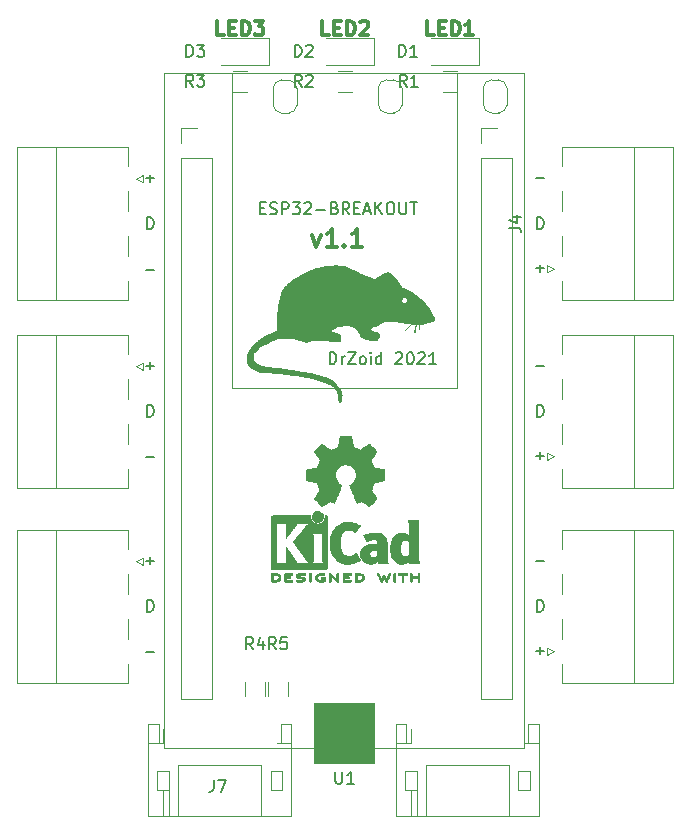
<source format=gbr>
G04 #@! TF.GenerationSoftware,KiCad,Pcbnew,(5.1.7)-1*
G04 #@! TF.CreationDate,2021-01-23T01:49:41+01:00*
G04 #@! TF.ProjectId,espbreakout,65737062-7265-4616-9b6f-75742e6b6963,rev?*
G04 #@! TF.SameCoordinates,Original*
G04 #@! TF.FileFunction,Legend,Top*
G04 #@! TF.FilePolarity,Positive*
%FSLAX46Y46*%
G04 Gerber Fmt 4.6, Leading zero omitted, Abs format (unit mm)*
G04 Created by KiCad (PCBNEW (5.1.7)-1) date 2021-01-23 01:49:41*
%MOMM*%
%LPD*%
G01*
G04 APERTURE LIST*
%ADD10C,0.150000*%
%ADD11C,0.300000*%
%ADD12C,0.120000*%
%ADD13C,0.100000*%
%ADD14C,0.010000*%
%ADD15C,0.200000*%
%ADD16C,0.050000*%
G04 APERTURE END LIST*
D10*
X47403571Y-27233571D02*
X47736904Y-27233571D01*
X47879761Y-27757380D02*
X47403571Y-27757380D01*
X47403571Y-26757380D01*
X47879761Y-26757380D01*
X48260714Y-27709761D02*
X48403571Y-27757380D01*
X48641666Y-27757380D01*
X48736904Y-27709761D01*
X48784523Y-27662142D01*
X48832142Y-27566904D01*
X48832142Y-27471666D01*
X48784523Y-27376428D01*
X48736904Y-27328809D01*
X48641666Y-27281190D01*
X48451190Y-27233571D01*
X48355952Y-27185952D01*
X48308333Y-27138333D01*
X48260714Y-27043095D01*
X48260714Y-26947857D01*
X48308333Y-26852619D01*
X48355952Y-26805000D01*
X48451190Y-26757380D01*
X48689285Y-26757380D01*
X48832142Y-26805000D01*
X49260714Y-27757380D02*
X49260714Y-26757380D01*
X49641666Y-26757380D01*
X49736904Y-26805000D01*
X49784523Y-26852619D01*
X49832142Y-26947857D01*
X49832142Y-27090714D01*
X49784523Y-27185952D01*
X49736904Y-27233571D01*
X49641666Y-27281190D01*
X49260714Y-27281190D01*
X50165476Y-26757380D02*
X50784523Y-26757380D01*
X50451190Y-27138333D01*
X50594047Y-27138333D01*
X50689285Y-27185952D01*
X50736904Y-27233571D01*
X50784523Y-27328809D01*
X50784523Y-27566904D01*
X50736904Y-27662142D01*
X50689285Y-27709761D01*
X50594047Y-27757380D01*
X50308333Y-27757380D01*
X50213095Y-27709761D01*
X50165476Y-27662142D01*
X51165476Y-26852619D02*
X51213095Y-26805000D01*
X51308333Y-26757380D01*
X51546428Y-26757380D01*
X51641666Y-26805000D01*
X51689285Y-26852619D01*
X51736904Y-26947857D01*
X51736904Y-27043095D01*
X51689285Y-27185952D01*
X51117857Y-27757380D01*
X51736904Y-27757380D01*
X52165476Y-27376428D02*
X52927380Y-27376428D01*
X53736904Y-27233571D02*
X53879761Y-27281190D01*
X53927380Y-27328809D01*
X53974999Y-27424047D01*
X53974999Y-27566904D01*
X53927380Y-27662142D01*
X53879761Y-27709761D01*
X53784523Y-27757380D01*
X53403571Y-27757380D01*
X53403571Y-26757380D01*
X53736904Y-26757380D01*
X53832142Y-26805000D01*
X53879761Y-26852619D01*
X53927380Y-26947857D01*
X53927380Y-27043095D01*
X53879761Y-27138333D01*
X53832142Y-27185952D01*
X53736904Y-27233571D01*
X53403571Y-27233571D01*
X54974999Y-27757380D02*
X54641666Y-27281190D01*
X54403571Y-27757380D02*
X54403571Y-26757380D01*
X54784523Y-26757380D01*
X54879761Y-26805000D01*
X54927380Y-26852619D01*
X54974999Y-26947857D01*
X54974999Y-27090714D01*
X54927380Y-27185952D01*
X54879761Y-27233571D01*
X54784523Y-27281190D01*
X54403571Y-27281190D01*
X55403571Y-27233571D02*
X55736904Y-27233571D01*
X55879761Y-27757380D02*
X55403571Y-27757380D01*
X55403571Y-26757380D01*
X55879761Y-26757380D01*
X56260714Y-27471666D02*
X56736904Y-27471666D01*
X56165476Y-27757380D02*
X56498809Y-26757380D01*
X56832142Y-27757380D01*
X57165476Y-27757380D02*
X57165476Y-26757380D01*
X57736904Y-27757380D02*
X57308333Y-27185952D01*
X57736904Y-26757380D02*
X57165476Y-27328809D01*
X58355952Y-26757380D02*
X58546428Y-26757380D01*
X58641666Y-26805000D01*
X58736904Y-26900238D01*
X58784523Y-27090714D01*
X58784523Y-27424047D01*
X58736904Y-27614523D01*
X58641666Y-27709761D01*
X58546428Y-27757380D01*
X58355952Y-27757380D01*
X58260714Y-27709761D01*
X58165476Y-27614523D01*
X58117857Y-27424047D01*
X58117857Y-27090714D01*
X58165476Y-26900238D01*
X58260714Y-26805000D01*
X58355952Y-26757380D01*
X59213095Y-26757380D02*
X59213095Y-27566904D01*
X59260714Y-27662142D01*
X59308333Y-27709761D01*
X59403571Y-27757380D01*
X59594047Y-27757380D01*
X59689285Y-27709761D01*
X59736904Y-27662142D01*
X59784523Y-27566904D01*
X59784523Y-26757380D01*
X60117857Y-26757380D02*
X60689285Y-26757380D01*
X60403571Y-27757380D02*
X60403571Y-26757380D01*
X53308809Y-40457380D02*
X53308809Y-39457380D01*
X53546904Y-39457380D01*
X53689761Y-39505000D01*
X53785000Y-39600238D01*
X53832619Y-39695476D01*
X53880238Y-39885952D01*
X53880238Y-40028809D01*
X53832619Y-40219285D01*
X53785000Y-40314523D01*
X53689761Y-40409761D01*
X53546904Y-40457380D01*
X53308809Y-40457380D01*
X54308809Y-40457380D02*
X54308809Y-39790714D01*
X54308809Y-39981190D02*
X54356428Y-39885952D01*
X54404047Y-39838333D01*
X54499285Y-39790714D01*
X54594523Y-39790714D01*
X54832619Y-39457380D02*
X55499285Y-39457380D01*
X54832619Y-40457380D01*
X55499285Y-40457380D01*
X56023095Y-40457380D02*
X55927857Y-40409761D01*
X55880238Y-40362142D01*
X55832619Y-40266904D01*
X55832619Y-39981190D01*
X55880238Y-39885952D01*
X55927857Y-39838333D01*
X56023095Y-39790714D01*
X56165952Y-39790714D01*
X56261190Y-39838333D01*
X56308809Y-39885952D01*
X56356428Y-39981190D01*
X56356428Y-40266904D01*
X56308809Y-40362142D01*
X56261190Y-40409761D01*
X56165952Y-40457380D01*
X56023095Y-40457380D01*
X56785000Y-40457380D02*
X56785000Y-39790714D01*
X56785000Y-39457380D02*
X56737380Y-39505000D01*
X56785000Y-39552619D01*
X56832619Y-39505000D01*
X56785000Y-39457380D01*
X56785000Y-39552619D01*
X57689761Y-40457380D02*
X57689761Y-39457380D01*
X57689761Y-40409761D02*
X57594523Y-40457380D01*
X57404047Y-40457380D01*
X57308809Y-40409761D01*
X57261190Y-40362142D01*
X57213571Y-40266904D01*
X57213571Y-39981190D01*
X57261190Y-39885952D01*
X57308809Y-39838333D01*
X57404047Y-39790714D01*
X57594523Y-39790714D01*
X57689761Y-39838333D01*
X58880238Y-39552619D02*
X58927857Y-39505000D01*
X59023095Y-39457380D01*
X59261190Y-39457380D01*
X59356428Y-39505000D01*
X59404047Y-39552619D01*
X59451666Y-39647857D01*
X59451666Y-39743095D01*
X59404047Y-39885952D01*
X58832619Y-40457380D01*
X59451666Y-40457380D01*
X60070714Y-39457380D02*
X60165952Y-39457380D01*
X60261190Y-39505000D01*
X60308809Y-39552619D01*
X60356428Y-39647857D01*
X60404047Y-39838333D01*
X60404047Y-40076428D01*
X60356428Y-40266904D01*
X60308809Y-40362142D01*
X60261190Y-40409761D01*
X60165952Y-40457380D01*
X60070714Y-40457380D01*
X59975476Y-40409761D01*
X59927857Y-40362142D01*
X59880238Y-40266904D01*
X59832619Y-40076428D01*
X59832619Y-39838333D01*
X59880238Y-39647857D01*
X59927857Y-39552619D01*
X59975476Y-39505000D01*
X60070714Y-39457380D01*
X60785000Y-39552619D02*
X60832619Y-39505000D01*
X60927857Y-39457380D01*
X61165952Y-39457380D01*
X61261190Y-39505000D01*
X61308809Y-39552619D01*
X61356428Y-39647857D01*
X61356428Y-39743095D01*
X61308809Y-39885952D01*
X60737380Y-40457380D01*
X61356428Y-40457380D01*
X62308809Y-40457380D02*
X61737380Y-40457380D01*
X62023095Y-40457380D02*
X62023095Y-39457380D01*
X61927857Y-39600238D01*
X61832619Y-39695476D01*
X61737380Y-39743095D01*
D11*
X51832142Y-29523571D02*
X52189285Y-30523571D01*
X52546428Y-29523571D01*
X53903571Y-30523571D02*
X53046428Y-30523571D01*
X53475000Y-30523571D02*
X53475000Y-29023571D01*
X53332142Y-29237857D01*
X53189285Y-29380714D01*
X53046428Y-29452142D01*
X54546428Y-30380714D02*
X54617857Y-30452142D01*
X54546428Y-30523571D01*
X54475000Y-30452142D01*
X54546428Y-30380714D01*
X54546428Y-30523571D01*
X56046428Y-30523571D02*
X55189285Y-30523571D01*
X55617857Y-30523571D02*
X55617857Y-29023571D01*
X55475000Y-29237857D01*
X55332142Y-29380714D01*
X55189285Y-29452142D01*
X44377142Y-12607857D02*
X43805714Y-12607857D01*
X43805714Y-11407857D01*
X44777142Y-11979285D02*
X45177142Y-11979285D01*
X45348571Y-12607857D02*
X44777142Y-12607857D01*
X44777142Y-11407857D01*
X45348571Y-11407857D01*
X45862857Y-12607857D02*
X45862857Y-11407857D01*
X46148571Y-11407857D01*
X46320000Y-11465000D01*
X46434285Y-11579285D01*
X46491428Y-11693571D01*
X46548571Y-11922142D01*
X46548571Y-12093571D01*
X46491428Y-12322142D01*
X46434285Y-12436428D01*
X46320000Y-12550714D01*
X46148571Y-12607857D01*
X45862857Y-12607857D01*
X46948571Y-11407857D02*
X47691428Y-11407857D01*
X47291428Y-11865000D01*
X47462857Y-11865000D01*
X47577142Y-11922142D01*
X47634285Y-11979285D01*
X47691428Y-12093571D01*
X47691428Y-12379285D01*
X47634285Y-12493571D01*
X47577142Y-12550714D01*
X47462857Y-12607857D01*
X47120000Y-12607857D01*
X47005714Y-12550714D01*
X46948571Y-12493571D01*
D10*
X37795238Y-32442142D02*
X38404761Y-32442142D01*
X37838095Y-29027380D02*
X37838095Y-28027380D01*
X38076190Y-28027380D01*
X38219047Y-28075000D01*
X38314285Y-28170238D01*
X38361904Y-28265476D01*
X38409523Y-28455952D01*
X38409523Y-28598809D01*
X38361904Y-28789285D01*
X38314285Y-28884523D01*
X38219047Y-28979761D01*
X38076190Y-29027380D01*
X37838095Y-29027380D01*
X38404761Y-24707857D02*
X37795238Y-24707857D01*
X38100000Y-24403095D02*
X38100000Y-25012619D01*
X70858095Y-29027380D02*
X70858095Y-28027380D01*
X71096190Y-28027380D01*
X71239047Y-28075000D01*
X71334285Y-28170238D01*
X71381904Y-28265476D01*
X71429523Y-28455952D01*
X71429523Y-28598809D01*
X71381904Y-28789285D01*
X71334285Y-28884523D01*
X71239047Y-28979761D01*
X71096190Y-29027380D01*
X70858095Y-29027380D01*
X71424761Y-48202857D02*
X70815238Y-48202857D01*
X71120000Y-47898095D02*
X71120000Y-48507619D01*
X38404761Y-57092857D02*
X37795238Y-57092857D01*
X38100000Y-56788095D02*
X38100000Y-57397619D01*
X37838095Y-44902380D02*
X37838095Y-43902380D01*
X38076190Y-43902380D01*
X38219047Y-43950000D01*
X38314285Y-44045238D01*
X38361904Y-44140476D01*
X38409523Y-44330952D01*
X38409523Y-44473809D01*
X38361904Y-44664285D01*
X38314285Y-44759523D01*
X38219047Y-44854761D01*
X38076190Y-44902380D01*
X37838095Y-44902380D01*
X37838095Y-61412380D02*
X37838095Y-60412380D01*
X38076190Y-60412380D01*
X38219047Y-60460000D01*
X38314285Y-60555238D01*
X38361904Y-60650476D01*
X38409523Y-60840952D01*
X38409523Y-60983809D01*
X38361904Y-61174285D01*
X38314285Y-61269523D01*
X38219047Y-61364761D01*
X38076190Y-61412380D01*
X37838095Y-61412380D01*
X38404761Y-40582857D02*
X37795238Y-40582857D01*
X38100000Y-40278095D02*
X38100000Y-40887619D01*
X71424761Y-64712857D02*
X70815238Y-64712857D01*
X71120000Y-64408095D02*
X71120000Y-65017619D01*
X71424761Y-32327857D02*
X70815238Y-32327857D01*
X71120000Y-32023095D02*
X71120000Y-32632619D01*
X70858095Y-61412380D02*
X70858095Y-60412380D01*
X71096190Y-60412380D01*
X71239047Y-60460000D01*
X71334285Y-60555238D01*
X71381904Y-60650476D01*
X71429523Y-60840952D01*
X71429523Y-60983809D01*
X71381904Y-61174285D01*
X71334285Y-61269523D01*
X71239047Y-61364761D01*
X71096190Y-61412380D01*
X70858095Y-61412380D01*
X70858095Y-44902380D02*
X70858095Y-43902380D01*
X71096190Y-43902380D01*
X71239047Y-43950000D01*
X71334285Y-44045238D01*
X71381904Y-44140476D01*
X71429523Y-44330952D01*
X71429523Y-44473809D01*
X71381904Y-44664285D01*
X71334285Y-44759523D01*
X71239047Y-44854761D01*
X71096190Y-44902380D01*
X70858095Y-44902380D01*
X71424761Y-24707857D02*
X70815238Y-24707857D01*
X71424761Y-40582857D02*
X70815238Y-40582857D01*
X71424761Y-57092857D02*
X70815238Y-57092857D01*
X37795238Y-64827142D02*
X38404761Y-64827142D01*
X37795238Y-48317142D02*
X38404761Y-48317142D01*
D11*
X62157142Y-12607857D02*
X61585714Y-12607857D01*
X61585714Y-11407857D01*
X62557142Y-11979285D02*
X62957142Y-11979285D01*
X63128571Y-12607857D02*
X62557142Y-12607857D01*
X62557142Y-11407857D01*
X63128571Y-11407857D01*
X63642857Y-12607857D02*
X63642857Y-11407857D01*
X63928571Y-11407857D01*
X64100000Y-11465000D01*
X64214285Y-11579285D01*
X64271428Y-11693571D01*
X64328571Y-11922142D01*
X64328571Y-12093571D01*
X64271428Y-12322142D01*
X64214285Y-12436428D01*
X64100000Y-12550714D01*
X63928571Y-12607857D01*
X63642857Y-12607857D01*
X65471428Y-12607857D02*
X64785714Y-12607857D01*
X65128571Y-12607857D02*
X65128571Y-11407857D01*
X65014285Y-11579285D01*
X64900000Y-11693571D01*
X64785714Y-11750714D01*
X53267142Y-12607857D02*
X52695714Y-12607857D01*
X52695714Y-11407857D01*
X53667142Y-11979285D02*
X54067142Y-11979285D01*
X54238571Y-12607857D02*
X53667142Y-12607857D01*
X53667142Y-11407857D01*
X54238571Y-11407857D01*
X54752857Y-12607857D02*
X54752857Y-11407857D01*
X55038571Y-11407857D01*
X55210000Y-11465000D01*
X55324285Y-11579285D01*
X55381428Y-11693571D01*
X55438571Y-11922142D01*
X55438571Y-12093571D01*
X55381428Y-12322142D01*
X55324285Y-12436428D01*
X55210000Y-12550714D01*
X55038571Y-12607857D01*
X54752857Y-12607857D01*
X55895714Y-11522142D02*
X55952857Y-11465000D01*
X56067142Y-11407857D01*
X56352857Y-11407857D01*
X56467142Y-11465000D01*
X56524285Y-11522142D01*
X56581428Y-11636428D01*
X56581428Y-11750714D01*
X56524285Y-11922142D01*
X55838571Y-12607857D01*
X56581428Y-12607857D01*
D12*
X43370500Y-23038600D02*
X43370500Y-68818600D01*
X40710500Y-20438600D02*
X42040500Y-20438600D01*
X40710500Y-23038600D02*
X43370500Y-23038600D01*
X40710500Y-68818600D02*
X43370500Y-68818600D01*
X40710500Y-23038600D02*
X40710500Y-68818600D01*
X40710500Y-21768600D02*
X40710500Y-20438600D01*
X68763000Y-23030400D02*
X68763000Y-68810400D01*
X66103000Y-20430400D02*
X67433000Y-20430400D01*
X66103000Y-23030400D02*
X68763000Y-23030400D01*
X66103000Y-68810400D02*
X68763000Y-68810400D01*
X66103000Y-23030400D02*
X66103000Y-68810400D01*
X66103000Y-21760400D02*
X66103000Y-20430400D01*
X39310000Y-15825000D02*
X69790000Y-15825000D01*
X69790000Y-15825000D02*
X69790000Y-72975000D01*
X69790000Y-72975000D02*
X39310000Y-72975000D01*
X39310000Y-72975000D02*
X39310000Y-15825000D01*
D13*
G36*
X57090000Y-74245000D02*
G01*
X52010000Y-74245000D01*
X52010000Y-69165000D01*
X57090000Y-69165000D01*
X57090000Y-74245000D01*
G37*
X57090000Y-74245000D02*
X52010000Y-74245000D01*
X52010000Y-69165000D01*
X57090000Y-69165000D01*
X57090000Y-74245000D01*
D12*
X64075000Y-15825000D02*
X64075000Y-42495000D01*
X64075000Y-42495000D02*
X45025000Y-42495000D01*
X45025000Y-42495000D02*
X45025000Y-15825000D01*
X37525000Y-40340000D02*
X37525000Y-40940000D01*
X36925000Y-40640000D02*
X37525000Y-40340000D01*
X37525000Y-40940000D02*
X36925000Y-40640000D01*
X30125000Y-37960000D02*
X30125000Y-50940000D01*
X36205000Y-45500000D02*
X36205000Y-47210000D01*
X36205000Y-41690000D02*
X36205000Y-43400000D01*
X36205000Y-50940000D02*
X36205000Y-49310000D01*
X36205000Y-37960000D02*
X36205000Y-39590000D01*
X26845000Y-50940000D02*
X36205000Y-50940000D01*
X26845000Y-37960000D02*
X26845000Y-50940000D01*
X36205000Y-37960000D02*
X26845000Y-37960000D01*
X37525000Y-56850000D02*
X37525000Y-57450000D01*
X36925000Y-57150000D02*
X37525000Y-56850000D01*
X37525000Y-57450000D02*
X36925000Y-57150000D01*
X30125000Y-54470000D02*
X30125000Y-67450000D01*
X36205000Y-62010000D02*
X36205000Y-63720000D01*
X36205000Y-58200000D02*
X36205000Y-59910000D01*
X36205000Y-67450000D02*
X36205000Y-65820000D01*
X36205000Y-54470000D02*
X36205000Y-56100000D01*
X26845000Y-67450000D02*
X36205000Y-67450000D01*
X26845000Y-54470000D02*
X26845000Y-67450000D01*
X36205000Y-54470000D02*
X26845000Y-54470000D01*
X37525000Y-24465000D02*
X37525000Y-25065000D01*
X36925000Y-24765000D02*
X37525000Y-24465000D01*
X37525000Y-25065000D02*
X36925000Y-24765000D01*
X30125000Y-22085000D02*
X30125000Y-35065000D01*
X36205000Y-29625000D02*
X36205000Y-31335000D01*
X36205000Y-25815000D02*
X36205000Y-27525000D01*
X36205000Y-35065000D02*
X36205000Y-33435000D01*
X36205000Y-22085000D02*
X36205000Y-23715000D01*
X26845000Y-35065000D02*
X36205000Y-35065000D01*
X26845000Y-22085000D02*
X26845000Y-35065000D01*
X36205000Y-22085000D02*
X26845000Y-22085000D01*
X71695000Y-32685000D02*
X71695000Y-32085000D01*
X72295000Y-32385000D02*
X71695000Y-32685000D01*
X71695000Y-32085000D02*
X72295000Y-32385000D01*
X79095000Y-35065000D02*
X79095000Y-22085000D01*
X73015000Y-27525000D02*
X73015000Y-25815000D01*
X73015000Y-31335000D02*
X73015000Y-29625000D01*
X73015000Y-22085000D02*
X73015000Y-23715000D01*
X73015000Y-35065000D02*
X73015000Y-33435000D01*
X82375000Y-22085000D02*
X73015000Y-22085000D01*
X82375000Y-35065000D02*
X82375000Y-22085000D01*
X73015000Y-35065000D02*
X82375000Y-35065000D01*
X71695000Y-48560000D02*
X71695000Y-47960000D01*
X72295000Y-48260000D02*
X71695000Y-48560000D01*
X71695000Y-47960000D02*
X72295000Y-48260000D01*
X79095000Y-50940000D02*
X79095000Y-37960000D01*
X73015000Y-43400000D02*
X73015000Y-41690000D01*
X73015000Y-47210000D02*
X73015000Y-45500000D01*
X73015000Y-37960000D02*
X73015000Y-39590000D01*
X73015000Y-50940000D02*
X73015000Y-49310000D01*
X82375000Y-37960000D02*
X73015000Y-37960000D01*
X82375000Y-50940000D02*
X82375000Y-37960000D01*
X73015000Y-50940000D02*
X82375000Y-50940000D01*
X71695000Y-65070000D02*
X71695000Y-64470000D01*
X72295000Y-64770000D02*
X71695000Y-65070000D01*
X71695000Y-64470000D02*
X72295000Y-64770000D01*
X79095000Y-67450000D02*
X79095000Y-54470000D01*
X73015000Y-59910000D02*
X73015000Y-58200000D01*
X73015000Y-63720000D02*
X73015000Y-62010000D01*
X73015000Y-54470000D02*
X73015000Y-56100000D01*
X73015000Y-67450000D02*
X73015000Y-65820000D01*
X82375000Y-54470000D02*
X73015000Y-54470000D01*
X82375000Y-67450000D02*
X82375000Y-54470000D01*
X73015000Y-67450000D02*
X82375000Y-67450000D01*
X60160000Y-72540000D02*
X60160000Y-71340000D01*
X60160000Y-76490000D02*
X60160000Y-78740000D01*
X60660000Y-76490000D02*
X60660000Y-78740000D01*
X69260000Y-74890000D02*
X70260000Y-74890000D01*
X69260000Y-76490000D02*
X69260000Y-74890000D01*
X70260000Y-76490000D02*
X69260000Y-76490000D01*
X70260000Y-74890000D02*
X70260000Y-76490000D01*
X60660000Y-74890000D02*
X59660000Y-74890000D01*
X60660000Y-76490000D02*
X60660000Y-74890000D01*
X59660000Y-76490000D02*
X60660000Y-76490000D01*
X59660000Y-74890000D02*
X59660000Y-76490000D01*
X71010000Y-72540000D02*
X70110000Y-72540000D01*
X58910000Y-72540000D02*
X59810000Y-72540000D01*
X70110000Y-72540000D02*
X69760000Y-72540000D01*
X70110000Y-70940000D02*
X70110000Y-72540000D01*
X71010000Y-70940000D02*
X70110000Y-70940000D01*
X71010000Y-78740000D02*
X71010000Y-70940000D01*
X58910000Y-78740000D02*
X71010000Y-78740000D01*
X58910000Y-70940000D02*
X58910000Y-78740000D01*
X59810000Y-70940000D02*
X58910000Y-70940000D01*
X59810000Y-72540000D02*
X59810000Y-70940000D01*
X60160000Y-72540000D02*
X59810000Y-72540000D01*
X68460000Y-74390000D02*
X68460000Y-78740000D01*
X61460000Y-74390000D02*
X68460000Y-74390000D01*
X61460000Y-78740000D02*
X61460000Y-74390000D01*
X46320000Y-17380000D02*
X45120000Y-17380000D01*
X45120000Y-15620000D02*
X46320000Y-15620000D01*
X49230000Y-16395000D02*
X49830000Y-16395000D01*
X48530000Y-18495000D02*
X48530000Y-17095000D01*
X49830000Y-19195000D02*
X49230000Y-19195000D01*
X50530000Y-17095000D02*
X50530000Y-18495000D01*
X49830000Y-16395000D02*
G75*
G02*
X50530000Y-17095000I0J-700000D01*
G01*
X48530000Y-17095000D02*
G75*
G02*
X49230000Y-16395000I700000J0D01*
G01*
X49230000Y-19195000D02*
G75*
G02*
X48530000Y-18495000I0J700000D01*
G01*
X50530000Y-18495000D02*
G75*
G02*
X49830000Y-19195000I-700000J0D01*
G01*
X44120000Y-15105000D02*
X48180000Y-15105000D01*
X48180000Y-15105000D02*
X48180000Y-12835000D01*
X48180000Y-12835000D02*
X44120000Y-12835000D01*
X39205000Y-72540000D02*
X39205000Y-71340000D01*
X39205000Y-76490000D02*
X39205000Y-78740000D01*
X39705000Y-76490000D02*
X39705000Y-78740000D01*
X48305000Y-74890000D02*
X49305000Y-74890000D01*
X48305000Y-76490000D02*
X48305000Y-74890000D01*
X49305000Y-76490000D02*
X48305000Y-76490000D01*
X49305000Y-74890000D02*
X49305000Y-76490000D01*
X39705000Y-74890000D02*
X38705000Y-74890000D01*
X39705000Y-76490000D02*
X39705000Y-74890000D01*
X38705000Y-76490000D02*
X39705000Y-76490000D01*
X38705000Y-74890000D02*
X38705000Y-76490000D01*
X50055000Y-72540000D02*
X49155000Y-72540000D01*
X37955000Y-72540000D02*
X38855000Y-72540000D01*
X49155000Y-72540000D02*
X48805000Y-72540000D01*
X49155000Y-70940000D02*
X49155000Y-72540000D01*
X50055000Y-70940000D02*
X49155000Y-70940000D01*
X50055000Y-78740000D02*
X50055000Y-70940000D01*
X37955000Y-78740000D02*
X50055000Y-78740000D01*
X37955000Y-70940000D02*
X37955000Y-78740000D01*
X38855000Y-70940000D02*
X37955000Y-70940000D01*
X38855000Y-72540000D02*
X38855000Y-70940000D01*
X39205000Y-72540000D02*
X38855000Y-72540000D01*
X47505000Y-74390000D02*
X47505000Y-78740000D01*
X40505000Y-74390000D02*
X47505000Y-74390000D01*
X40505000Y-78740000D02*
X40505000Y-74390000D01*
X55210000Y-17390000D02*
X54010000Y-17390000D01*
X54010000Y-15630000D02*
X55210000Y-15630000D01*
X58120000Y-16380000D02*
X58720000Y-16380000D01*
X57420000Y-18480000D02*
X57420000Y-17080000D01*
X58720000Y-19180000D02*
X58120000Y-19180000D01*
X59420000Y-17080000D02*
X59420000Y-18480000D01*
X58720000Y-16380000D02*
G75*
G02*
X59420000Y-17080000I0J-700000D01*
G01*
X57420000Y-17080000D02*
G75*
G02*
X58120000Y-16380000I700000J0D01*
G01*
X58120000Y-19180000D02*
G75*
G02*
X57420000Y-18480000I0J700000D01*
G01*
X59420000Y-18480000D02*
G75*
G02*
X58720000Y-19180000I-700000J0D01*
G01*
X53010000Y-15105000D02*
X57070000Y-15105000D01*
X57070000Y-15105000D02*
X57070000Y-12835000D01*
X57070000Y-12835000D02*
X53010000Y-12835000D01*
D14*
G36*
X55171614Y-46988931D02*
G01*
X55255435Y-47433555D01*
X55564720Y-47561053D01*
X55874006Y-47688551D01*
X56245046Y-47436246D01*
X56348957Y-47365996D01*
X56442887Y-47303272D01*
X56522452Y-47250938D01*
X56583270Y-47211857D01*
X56620957Y-47188893D01*
X56631221Y-47183942D01*
X56649710Y-47196676D01*
X56689220Y-47231882D01*
X56745322Y-47285062D01*
X56813587Y-47351718D01*
X56889586Y-47427354D01*
X56968892Y-47507472D01*
X57047075Y-47587574D01*
X57119707Y-47663164D01*
X57182359Y-47729745D01*
X57230603Y-47782818D01*
X57260010Y-47817887D01*
X57267041Y-47829623D01*
X57256923Y-47851260D01*
X57228559Y-47898662D01*
X57184929Y-47967193D01*
X57129018Y-48052215D01*
X57063806Y-48149093D01*
X57026019Y-48204350D01*
X56957143Y-48305248D01*
X56895940Y-48396299D01*
X56845378Y-48472970D01*
X56808428Y-48530728D01*
X56788058Y-48565043D01*
X56784997Y-48572254D01*
X56791936Y-48592748D01*
X56810851Y-48640513D01*
X56838887Y-48708832D01*
X56873191Y-48790989D01*
X56910909Y-48880270D01*
X56949187Y-48969958D01*
X56985170Y-49053338D01*
X57016006Y-49123694D01*
X57038839Y-49174310D01*
X57050817Y-49198471D01*
X57051524Y-49199422D01*
X57070331Y-49204036D01*
X57120418Y-49214328D01*
X57196593Y-49229287D01*
X57293665Y-49247901D01*
X57406443Y-49269159D01*
X57472242Y-49281418D01*
X57592750Y-49304362D01*
X57701597Y-49326195D01*
X57793276Y-49345722D01*
X57862281Y-49361748D01*
X57903104Y-49373079D01*
X57911311Y-49376674D01*
X57919348Y-49401006D01*
X57925833Y-49455959D01*
X57930770Y-49535108D01*
X57934164Y-49632026D01*
X57936018Y-49740287D01*
X57936338Y-49853465D01*
X57935127Y-49965135D01*
X57932390Y-50068868D01*
X57928131Y-50158241D01*
X57922355Y-50226826D01*
X57915067Y-50268197D01*
X57910695Y-50276810D01*
X57884564Y-50287133D01*
X57829193Y-50301892D01*
X57751907Y-50319352D01*
X57660030Y-50337780D01*
X57627958Y-50343741D01*
X57473324Y-50372066D01*
X57351175Y-50394876D01*
X57257473Y-50413080D01*
X57188184Y-50427583D01*
X57139271Y-50439292D01*
X57106697Y-50449115D01*
X57086428Y-50457956D01*
X57074426Y-50466724D01*
X57072747Y-50468457D01*
X57055984Y-50496371D01*
X57030414Y-50550695D01*
X56998588Y-50624777D01*
X56963060Y-50711965D01*
X56926383Y-50805608D01*
X56891111Y-50899052D01*
X56859796Y-50985647D01*
X56834993Y-51058740D01*
X56819254Y-51111678D01*
X56815132Y-51137811D01*
X56815476Y-51138726D01*
X56829441Y-51160086D01*
X56861122Y-51207084D01*
X56907191Y-51274827D01*
X56964318Y-51358423D01*
X57029173Y-51452982D01*
X57047643Y-51479854D01*
X57113499Y-51577275D01*
X57171450Y-51666163D01*
X57218338Y-51741412D01*
X57251007Y-51797920D01*
X57266300Y-51830581D01*
X57267041Y-51834593D01*
X57254192Y-51855684D01*
X57218688Y-51897464D01*
X57165093Y-51955445D01*
X57097971Y-52025135D01*
X57021887Y-52102045D01*
X56941404Y-52181683D01*
X56861087Y-52259561D01*
X56785499Y-52331186D01*
X56719205Y-52392070D01*
X56666769Y-52437721D01*
X56632755Y-52463650D01*
X56623345Y-52467883D01*
X56601443Y-52457912D01*
X56556600Y-52431020D01*
X56496121Y-52391736D01*
X56449589Y-52360117D01*
X56365275Y-52302098D01*
X56265426Y-52233784D01*
X56165273Y-52165579D01*
X56111427Y-52129075D01*
X55929171Y-52005800D01*
X55776181Y-52088520D01*
X55706482Y-52124759D01*
X55647214Y-52152926D01*
X55607111Y-52168991D01*
X55596903Y-52171226D01*
X55584629Y-52154722D01*
X55560413Y-52108082D01*
X55526063Y-52035609D01*
X55483388Y-51941606D01*
X55434194Y-51830374D01*
X55380290Y-51706215D01*
X55323484Y-51573432D01*
X55265582Y-51436327D01*
X55208393Y-51299202D01*
X55153724Y-51166358D01*
X55103384Y-51042098D01*
X55059180Y-50930725D01*
X55022919Y-50836539D01*
X54996409Y-50763844D01*
X54981458Y-50716941D01*
X54979054Y-50700833D01*
X54998111Y-50680286D01*
X55039836Y-50646933D01*
X55095506Y-50607702D01*
X55100178Y-50604599D01*
X55244064Y-50489423D01*
X55360083Y-50355053D01*
X55447230Y-50205784D01*
X55504499Y-50045913D01*
X55530886Y-49879737D01*
X55525385Y-49711552D01*
X55486990Y-49545655D01*
X55414695Y-49386342D01*
X55393426Y-49351487D01*
X55282796Y-49210737D01*
X55152102Y-49097714D01*
X55005864Y-49013003D01*
X54848608Y-48957194D01*
X54684857Y-48930874D01*
X54519133Y-48934630D01*
X54355962Y-48969050D01*
X54199865Y-49034723D01*
X54055367Y-49132235D01*
X54010669Y-49171813D01*
X53896912Y-49295703D01*
X53814018Y-49426124D01*
X53757156Y-49572315D01*
X53725487Y-49717088D01*
X53717669Y-49879860D01*
X53743738Y-50043440D01*
X53801045Y-50202298D01*
X53886944Y-50350906D01*
X53998786Y-50483735D01*
X54133923Y-50595256D01*
X54151683Y-50607011D01*
X54207950Y-50645508D01*
X54250723Y-50678863D01*
X54271172Y-50700160D01*
X54271469Y-50700833D01*
X54267079Y-50723871D01*
X54249676Y-50776157D01*
X54221068Y-50853390D01*
X54183065Y-50951268D01*
X54137474Y-51065491D01*
X54086103Y-51191758D01*
X54030762Y-51325767D01*
X53973258Y-51463218D01*
X53915401Y-51599808D01*
X53858998Y-51731237D01*
X53805858Y-51853205D01*
X53757790Y-51961409D01*
X53716601Y-52051549D01*
X53684101Y-52119323D01*
X53662097Y-52160430D01*
X53653236Y-52171226D01*
X53626160Y-52162819D01*
X53575497Y-52140272D01*
X53509983Y-52107613D01*
X53473959Y-52088520D01*
X53320968Y-52005800D01*
X53138712Y-52129075D01*
X53045675Y-52192228D01*
X52943815Y-52261727D01*
X52848362Y-52327165D01*
X52800550Y-52360117D01*
X52733305Y-52405273D01*
X52676364Y-52441057D01*
X52637154Y-52462938D01*
X52624419Y-52467563D01*
X52605883Y-52455085D01*
X52564859Y-52420252D01*
X52505325Y-52366678D01*
X52431258Y-52297983D01*
X52346635Y-52217781D01*
X52293115Y-52166286D01*
X52199481Y-52074286D01*
X52118559Y-51991999D01*
X52053623Y-51922945D01*
X52007942Y-51870644D01*
X51984789Y-51838616D01*
X51982568Y-51832116D01*
X51992876Y-51807394D01*
X52021361Y-51757405D01*
X52064863Y-51687212D01*
X52120223Y-51601875D01*
X52184280Y-51506456D01*
X52202497Y-51479854D01*
X52268873Y-51383167D01*
X52328422Y-51296117D01*
X52377816Y-51223595D01*
X52413725Y-51170493D01*
X52432819Y-51141703D01*
X52434664Y-51138726D01*
X52431905Y-51115782D01*
X52417262Y-51065336D01*
X52393287Y-50994041D01*
X52362534Y-50908547D01*
X52327556Y-50815507D01*
X52290907Y-50721574D01*
X52255139Y-50633399D01*
X52222806Y-50557634D01*
X52196462Y-50500931D01*
X52178658Y-50469943D01*
X52177393Y-50468457D01*
X52166506Y-50459601D01*
X52148118Y-50450843D01*
X52118194Y-50441277D01*
X52072697Y-50429996D01*
X52007591Y-50416093D01*
X51918839Y-50398663D01*
X51802407Y-50376798D01*
X51654258Y-50349591D01*
X51622182Y-50343741D01*
X51527114Y-50325374D01*
X51444235Y-50307405D01*
X51380870Y-50291569D01*
X51344342Y-50279600D01*
X51339444Y-50276810D01*
X51331373Y-50252072D01*
X51324813Y-50196790D01*
X51319767Y-50117389D01*
X51316241Y-50020296D01*
X51314239Y-49911938D01*
X51313764Y-49798740D01*
X51314823Y-49687128D01*
X51317418Y-49583529D01*
X51321554Y-49494368D01*
X51327237Y-49426072D01*
X51334469Y-49385066D01*
X51338829Y-49376674D01*
X51363102Y-49368208D01*
X51418374Y-49354435D01*
X51499138Y-49336550D01*
X51599888Y-49315748D01*
X51715117Y-49293223D01*
X51777898Y-49281418D01*
X51897013Y-49259151D01*
X52003235Y-49238979D01*
X52091373Y-49221915D01*
X52156234Y-49208969D01*
X52192626Y-49201155D01*
X52198616Y-49199422D01*
X52208739Y-49179890D01*
X52230138Y-49132843D01*
X52259961Y-49065003D01*
X52295355Y-48983091D01*
X52333468Y-48893828D01*
X52371447Y-48803935D01*
X52406440Y-48720135D01*
X52435594Y-48649147D01*
X52456057Y-48597694D01*
X52464977Y-48572497D01*
X52465143Y-48571396D01*
X52455031Y-48551519D01*
X52426683Y-48505777D01*
X52383077Y-48438717D01*
X52327194Y-48354884D01*
X52262013Y-48258826D01*
X52224121Y-48203650D01*
X52155075Y-48102481D01*
X52093750Y-48010630D01*
X52043137Y-47932744D01*
X52006229Y-47873469D01*
X51986018Y-47837451D01*
X51983099Y-47829377D01*
X51995647Y-47810584D01*
X52030337Y-47770457D01*
X52082737Y-47713493D01*
X52148416Y-47644185D01*
X52222944Y-47567031D01*
X52301887Y-47486525D01*
X52380817Y-47407163D01*
X52455300Y-47333440D01*
X52520906Y-47269852D01*
X52573204Y-47220894D01*
X52607761Y-47191061D01*
X52619322Y-47183942D01*
X52638146Y-47193953D01*
X52683169Y-47222078D01*
X52750013Y-47265454D01*
X52834301Y-47321218D01*
X52931656Y-47386506D01*
X53005093Y-47436246D01*
X53376133Y-47688551D01*
X53994705Y-47433555D01*
X54078525Y-46988931D01*
X54162346Y-46544307D01*
X55087794Y-46544307D01*
X55171614Y-46988931D01*
G37*
X55171614Y-46988931D02*
X55255435Y-47433555D01*
X55564720Y-47561053D01*
X55874006Y-47688551D01*
X56245046Y-47436246D01*
X56348957Y-47365996D01*
X56442887Y-47303272D01*
X56522452Y-47250938D01*
X56583270Y-47211857D01*
X56620957Y-47188893D01*
X56631221Y-47183942D01*
X56649710Y-47196676D01*
X56689220Y-47231882D01*
X56745322Y-47285062D01*
X56813587Y-47351718D01*
X56889586Y-47427354D01*
X56968892Y-47507472D01*
X57047075Y-47587574D01*
X57119707Y-47663164D01*
X57182359Y-47729745D01*
X57230603Y-47782818D01*
X57260010Y-47817887D01*
X57267041Y-47829623D01*
X57256923Y-47851260D01*
X57228559Y-47898662D01*
X57184929Y-47967193D01*
X57129018Y-48052215D01*
X57063806Y-48149093D01*
X57026019Y-48204350D01*
X56957143Y-48305248D01*
X56895940Y-48396299D01*
X56845378Y-48472970D01*
X56808428Y-48530728D01*
X56788058Y-48565043D01*
X56784997Y-48572254D01*
X56791936Y-48592748D01*
X56810851Y-48640513D01*
X56838887Y-48708832D01*
X56873191Y-48790989D01*
X56910909Y-48880270D01*
X56949187Y-48969958D01*
X56985170Y-49053338D01*
X57016006Y-49123694D01*
X57038839Y-49174310D01*
X57050817Y-49198471D01*
X57051524Y-49199422D01*
X57070331Y-49204036D01*
X57120418Y-49214328D01*
X57196593Y-49229287D01*
X57293665Y-49247901D01*
X57406443Y-49269159D01*
X57472242Y-49281418D01*
X57592750Y-49304362D01*
X57701597Y-49326195D01*
X57793276Y-49345722D01*
X57862281Y-49361748D01*
X57903104Y-49373079D01*
X57911311Y-49376674D01*
X57919348Y-49401006D01*
X57925833Y-49455959D01*
X57930770Y-49535108D01*
X57934164Y-49632026D01*
X57936018Y-49740287D01*
X57936338Y-49853465D01*
X57935127Y-49965135D01*
X57932390Y-50068868D01*
X57928131Y-50158241D01*
X57922355Y-50226826D01*
X57915067Y-50268197D01*
X57910695Y-50276810D01*
X57884564Y-50287133D01*
X57829193Y-50301892D01*
X57751907Y-50319352D01*
X57660030Y-50337780D01*
X57627958Y-50343741D01*
X57473324Y-50372066D01*
X57351175Y-50394876D01*
X57257473Y-50413080D01*
X57188184Y-50427583D01*
X57139271Y-50439292D01*
X57106697Y-50449115D01*
X57086428Y-50457956D01*
X57074426Y-50466724D01*
X57072747Y-50468457D01*
X57055984Y-50496371D01*
X57030414Y-50550695D01*
X56998588Y-50624777D01*
X56963060Y-50711965D01*
X56926383Y-50805608D01*
X56891111Y-50899052D01*
X56859796Y-50985647D01*
X56834993Y-51058740D01*
X56819254Y-51111678D01*
X56815132Y-51137811D01*
X56815476Y-51138726D01*
X56829441Y-51160086D01*
X56861122Y-51207084D01*
X56907191Y-51274827D01*
X56964318Y-51358423D01*
X57029173Y-51452982D01*
X57047643Y-51479854D01*
X57113499Y-51577275D01*
X57171450Y-51666163D01*
X57218338Y-51741412D01*
X57251007Y-51797920D01*
X57266300Y-51830581D01*
X57267041Y-51834593D01*
X57254192Y-51855684D01*
X57218688Y-51897464D01*
X57165093Y-51955445D01*
X57097971Y-52025135D01*
X57021887Y-52102045D01*
X56941404Y-52181683D01*
X56861087Y-52259561D01*
X56785499Y-52331186D01*
X56719205Y-52392070D01*
X56666769Y-52437721D01*
X56632755Y-52463650D01*
X56623345Y-52467883D01*
X56601443Y-52457912D01*
X56556600Y-52431020D01*
X56496121Y-52391736D01*
X56449589Y-52360117D01*
X56365275Y-52302098D01*
X56265426Y-52233784D01*
X56165273Y-52165579D01*
X56111427Y-52129075D01*
X55929171Y-52005800D01*
X55776181Y-52088520D01*
X55706482Y-52124759D01*
X55647214Y-52152926D01*
X55607111Y-52168991D01*
X55596903Y-52171226D01*
X55584629Y-52154722D01*
X55560413Y-52108082D01*
X55526063Y-52035609D01*
X55483388Y-51941606D01*
X55434194Y-51830374D01*
X55380290Y-51706215D01*
X55323484Y-51573432D01*
X55265582Y-51436327D01*
X55208393Y-51299202D01*
X55153724Y-51166358D01*
X55103384Y-51042098D01*
X55059180Y-50930725D01*
X55022919Y-50836539D01*
X54996409Y-50763844D01*
X54981458Y-50716941D01*
X54979054Y-50700833D01*
X54998111Y-50680286D01*
X55039836Y-50646933D01*
X55095506Y-50607702D01*
X55100178Y-50604599D01*
X55244064Y-50489423D01*
X55360083Y-50355053D01*
X55447230Y-50205784D01*
X55504499Y-50045913D01*
X55530886Y-49879737D01*
X55525385Y-49711552D01*
X55486990Y-49545655D01*
X55414695Y-49386342D01*
X55393426Y-49351487D01*
X55282796Y-49210737D01*
X55152102Y-49097714D01*
X55005864Y-49013003D01*
X54848608Y-48957194D01*
X54684857Y-48930874D01*
X54519133Y-48934630D01*
X54355962Y-48969050D01*
X54199865Y-49034723D01*
X54055367Y-49132235D01*
X54010669Y-49171813D01*
X53896912Y-49295703D01*
X53814018Y-49426124D01*
X53757156Y-49572315D01*
X53725487Y-49717088D01*
X53717669Y-49879860D01*
X53743738Y-50043440D01*
X53801045Y-50202298D01*
X53886944Y-50350906D01*
X53998786Y-50483735D01*
X54133923Y-50595256D01*
X54151683Y-50607011D01*
X54207950Y-50645508D01*
X54250723Y-50678863D01*
X54271172Y-50700160D01*
X54271469Y-50700833D01*
X54267079Y-50723871D01*
X54249676Y-50776157D01*
X54221068Y-50853390D01*
X54183065Y-50951268D01*
X54137474Y-51065491D01*
X54086103Y-51191758D01*
X54030762Y-51325767D01*
X53973258Y-51463218D01*
X53915401Y-51599808D01*
X53858998Y-51731237D01*
X53805858Y-51853205D01*
X53757790Y-51961409D01*
X53716601Y-52051549D01*
X53684101Y-52119323D01*
X53662097Y-52160430D01*
X53653236Y-52171226D01*
X53626160Y-52162819D01*
X53575497Y-52140272D01*
X53509983Y-52107613D01*
X53473959Y-52088520D01*
X53320968Y-52005800D01*
X53138712Y-52129075D01*
X53045675Y-52192228D01*
X52943815Y-52261727D01*
X52848362Y-52327165D01*
X52800550Y-52360117D01*
X52733305Y-52405273D01*
X52676364Y-52441057D01*
X52637154Y-52462938D01*
X52624419Y-52467563D01*
X52605883Y-52455085D01*
X52564859Y-52420252D01*
X52505325Y-52366678D01*
X52431258Y-52297983D01*
X52346635Y-52217781D01*
X52293115Y-52166286D01*
X52199481Y-52074286D01*
X52118559Y-51991999D01*
X52053623Y-51922945D01*
X52007942Y-51870644D01*
X51984789Y-51838616D01*
X51982568Y-51832116D01*
X51992876Y-51807394D01*
X52021361Y-51757405D01*
X52064863Y-51687212D01*
X52120223Y-51601875D01*
X52184280Y-51506456D01*
X52202497Y-51479854D01*
X52268873Y-51383167D01*
X52328422Y-51296117D01*
X52377816Y-51223595D01*
X52413725Y-51170493D01*
X52432819Y-51141703D01*
X52434664Y-51138726D01*
X52431905Y-51115782D01*
X52417262Y-51065336D01*
X52393287Y-50994041D01*
X52362534Y-50908547D01*
X52327556Y-50815507D01*
X52290907Y-50721574D01*
X52255139Y-50633399D01*
X52222806Y-50557634D01*
X52196462Y-50500931D01*
X52178658Y-50469943D01*
X52177393Y-50468457D01*
X52166506Y-50459601D01*
X52148118Y-50450843D01*
X52118194Y-50441277D01*
X52072697Y-50429996D01*
X52007591Y-50416093D01*
X51918839Y-50398663D01*
X51802407Y-50376798D01*
X51654258Y-50349591D01*
X51622182Y-50343741D01*
X51527114Y-50325374D01*
X51444235Y-50307405D01*
X51380870Y-50291569D01*
X51344342Y-50279600D01*
X51339444Y-50276810D01*
X51331373Y-50252072D01*
X51324813Y-50196790D01*
X51319767Y-50117389D01*
X51316241Y-50020296D01*
X51314239Y-49911938D01*
X51313764Y-49798740D01*
X51314823Y-49687128D01*
X51317418Y-49583529D01*
X51321554Y-49494368D01*
X51327237Y-49426072D01*
X51334469Y-49385066D01*
X51338829Y-49376674D01*
X51363102Y-49368208D01*
X51418374Y-49354435D01*
X51499138Y-49336550D01*
X51599888Y-49315748D01*
X51715117Y-49293223D01*
X51777898Y-49281418D01*
X51897013Y-49259151D01*
X52003235Y-49238979D01*
X52091373Y-49221915D01*
X52156234Y-49208969D01*
X52192626Y-49201155D01*
X52198616Y-49199422D01*
X52208739Y-49179890D01*
X52230138Y-49132843D01*
X52259961Y-49065003D01*
X52295355Y-48983091D01*
X52333468Y-48893828D01*
X52371447Y-48803935D01*
X52406440Y-48720135D01*
X52435594Y-48649147D01*
X52456057Y-48597694D01*
X52464977Y-48572497D01*
X52465143Y-48571396D01*
X52455031Y-48551519D01*
X52426683Y-48505777D01*
X52383077Y-48438717D01*
X52327194Y-48354884D01*
X52262013Y-48258826D01*
X52224121Y-48203650D01*
X52155075Y-48102481D01*
X52093750Y-48010630D01*
X52043137Y-47932744D01*
X52006229Y-47873469D01*
X51986018Y-47837451D01*
X51983099Y-47829377D01*
X51995647Y-47810584D01*
X52030337Y-47770457D01*
X52082737Y-47713493D01*
X52148416Y-47644185D01*
X52222944Y-47567031D01*
X52301887Y-47486525D01*
X52380817Y-47407163D01*
X52455300Y-47333440D01*
X52520906Y-47269852D01*
X52573204Y-47220894D01*
X52607761Y-47191061D01*
X52619322Y-47183942D01*
X52638146Y-47193953D01*
X52683169Y-47222078D01*
X52750013Y-47265454D01*
X52834301Y-47321218D01*
X52931656Y-47386506D01*
X53005093Y-47436246D01*
X53376133Y-47688551D01*
X53994705Y-47433555D01*
X54078525Y-46988931D01*
X54162346Y-46544307D01*
X55087794Y-46544307D01*
X55171614Y-46988931D01*
G36*
X48494429Y-58139066D02*
G01*
X48533911Y-58139467D01*
X48649600Y-58142259D01*
X48746489Y-58150550D01*
X48827881Y-58165232D01*
X48897077Y-58187193D01*
X48957380Y-58217322D01*
X49012092Y-58256510D01*
X49031633Y-58273532D01*
X49064050Y-58313363D01*
X49093280Y-58367413D01*
X49115809Y-58427323D01*
X49128121Y-58484739D01*
X49129400Y-58505956D01*
X49121383Y-58564769D01*
X49099901Y-58629013D01*
X49068801Y-58689821D01*
X49031934Y-58738330D01*
X49025946Y-58744182D01*
X48975221Y-58785321D01*
X48919675Y-58817435D01*
X48856104Y-58841365D01*
X48781306Y-58857953D01*
X48692078Y-58868041D01*
X48585218Y-58872469D01*
X48536272Y-58872845D01*
X48474038Y-58872545D01*
X48430272Y-58871292D01*
X48400869Y-58868554D01*
X48381721Y-58863801D01*
X48368723Y-58856501D01*
X48361755Y-58850267D01*
X48355174Y-58842694D01*
X48350012Y-58832924D01*
X48346097Y-58818340D01*
X48343257Y-58796326D01*
X48341320Y-58764264D01*
X48340116Y-58719536D01*
X48339472Y-58659526D01*
X48339217Y-58581617D01*
X48339178Y-58505956D01*
X48338930Y-58405041D01*
X48338983Y-58324427D01*
X48339943Y-58285822D01*
X48485933Y-58285822D01*
X48485933Y-58726089D01*
X48579066Y-58726004D01*
X48635107Y-58724396D01*
X48693801Y-58720256D01*
X48742772Y-58714464D01*
X48744262Y-58714226D01*
X48823408Y-58695090D01*
X48884798Y-58665287D01*
X48931495Y-58622878D01*
X48961165Y-58576961D01*
X48979447Y-58526026D01*
X48978029Y-58478200D01*
X48956812Y-58426933D01*
X48915311Y-58373899D01*
X48857802Y-58334600D01*
X48783050Y-58308331D01*
X48733092Y-58299035D01*
X48676384Y-58292507D01*
X48616281Y-58287782D01*
X48565161Y-58285817D01*
X48562133Y-58285808D01*
X48485933Y-58285822D01*
X48339943Y-58285822D01*
X48340540Y-58261851D01*
X48344802Y-58215055D01*
X48352970Y-58181778D01*
X48366244Y-58159759D01*
X48385826Y-58146739D01*
X48412917Y-58140457D01*
X48448718Y-58138653D01*
X48494429Y-58139066D01*
G37*
X48494429Y-58139066D02*
X48533911Y-58139467D01*
X48649600Y-58142259D01*
X48746489Y-58150550D01*
X48827881Y-58165232D01*
X48897077Y-58187193D01*
X48957380Y-58217322D01*
X49012092Y-58256510D01*
X49031633Y-58273532D01*
X49064050Y-58313363D01*
X49093280Y-58367413D01*
X49115809Y-58427323D01*
X49128121Y-58484739D01*
X49129400Y-58505956D01*
X49121383Y-58564769D01*
X49099901Y-58629013D01*
X49068801Y-58689821D01*
X49031934Y-58738330D01*
X49025946Y-58744182D01*
X48975221Y-58785321D01*
X48919675Y-58817435D01*
X48856104Y-58841365D01*
X48781306Y-58857953D01*
X48692078Y-58868041D01*
X48585218Y-58872469D01*
X48536272Y-58872845D01*
X48474038Y-58872545D01*
X48430272Y-58871292D01*
X48400869Y-58868554D01*
X48381721Y-58863801D01*
X48368723Y-58856501D01*
X48361755Y-58850267D01*
X48355174Y-58842694D01*
X48350012Y-58832924D01*
X48346097Y-58818340D01*
X48343257Y-58796326D01*
X48341320Y-58764264D01*
X48340116Y-58719536D01*
X48339472Y-58659526D01*
X48339217Y-58581617D01*
X48339178Y-58505956D01*
X48338930Y-58405041D01*
X48338983Y-58324427D01*
X48339943Y-58285822D01*
X48485933Y-58285822D01*
X48485933Y-58726089D01*
X48579066Y-58726004D01*
X48635107Y-58724396D01*
X48693801Y-58720256D01*
X48742772Y-58714464D01*
X48744262Y-58714226D01*
X48823408Y-58695090D01*
X48884798Y-58665287D01*
X48931495Y-58622878D01*
X48961165Y-58576961D01*
X48979447Y-58526026D01*
X48978029Y-58478200D01*
X48956812Y-58426933D01*
X48915311Y-58373899D01*
X48857802Y-58334600D01*
X48783050Y-58308331D01*
X48733092Y-58299035D01*
X48676384Y-58292507D01*
X48616281Y-58287782D01*
X48565161Y-58285817D01*
X48562133Y-58285808D01*
X48485933Y-58285822D01*
X48339943Y-58285822D01*
X48340540Y-58261851D01*
X48344802Y-58215055D01*
X48352970Y-58181778D01*
X48366244Y-58159759D01*
X48385826Y-58146739D01*
X48412917Y-58140457D01*
X48448718Y-58138653D01*
X48494429Y-58139066D01*
G36*
X49903006Y-58139146D02*
G01*
X49972414Y-58139518D01*
X50024803Y-58140385D01*
X50062953Y-58141946D01*
X50089641Y-58144403D01*
X50107647Y-58147957D01*
X50119751Y-58152810D01*
X50128731Y-58159161D01*
X50131982Y-58162084D01*
X50151757Y-58193142D01*
X50155318Y-58228828D01*
X50142309Y-58260510D01*
X50136294Y-58266913D01*
X50126565Y-58273121D01*
X50110899Y-58277910D01*
X50086392Y-58281514D01*
X50050139Y-58284164D01*
X49999235Y-58286095D01*
X49930774Y-58287539D01*
X49868183Y-58288418D01*
X49620466Y-58291467D01*
X49617081Y-58356378D01*
X49613695Y-58421289D01*
X49781842Y-58421289D01*
X49854841Y-58421919D01*
X49908283Y-58424553D01*
X49945172Y-58430309D01*
X49968512Y-58440304D01*
X49981306Y-58455656D01*
X49986558Y-58477482D01*
X49987355Y-58497738D01*
X49984877Y-58522592D01*
X49975523Y-58540906D01*
X49956417Y-58553637D01*
X49924682Y-58561741D01*
X49877441Y-58566176D01*
X49811817Y-58567899D01*
X49775999Y-58568045D01*
X49614822Y-58568045D01*
X49614822Y-58726089D01*
X49863178Y-58726089D01*
X49944587Y-58726202D01*
X50006458Y-58726712D01*
X50051832Y-58727870D01*
X50083746Y-58729930D01*
X50105241Y-58733146D01*
X50119357Y-58737772D01*
X50129132Y-58744059D01*
X50134111Y-58748667D01*
X50151190Y-58775560D01*
X50156689Y-58799467D01*
X50148837Y-58828667D01*
X50134111Y-58850267D01*
X50126254Y-58857066D01*
X50116112Y-58862346D01*
X50100956Y-58866298D01*
X50078059Y-58869113D01*
X50044691Y-58870982D01*
X49998125Y-58872098D01*
X49935633Y-58872651D01*
X49854486Y-58872833D01*
X49812378Y-58872845D01*
X49722202Y-58872765D01*
X49651876Y-58872398D01*
X49598671Y-58871552D01*
X49559860Y-58870036D01*
X49532713Y-58867659D01*
X49514502Y-58864229D01*
X49502500Y-58859554D01*
X49493978Y-58853444D01*
X49490644Y-58850267D01*
X49484045Y-58842670D01*
X49478873Y-58832870D01*
X49474954Y-58818239D01*
X49472116Y-58796152D01*
X49470185Y-58763982D01*
X49468988Y-58719103D01*
X49468352Y-58658889D01*
X49468103Y-58580713D01*
X49468066Y-58507923D01*
X49468100Y-58414707D01*
X49468335Y-58341431D01*
X49468970Y-58285458D01*
X49470206Y-58244151D01*
X49472244Y-58214872D01*
X49475283Y-58194984D01*
X49479523Y-58181850D01*
X49485165Y-58172832D01*
X49492409Y-58165293D01*
X49494194Y-58163612D01*
X49502855Y-58156172D01*
X49512918Y-58150409D01*
X49527175Y-58146112D01*
X49548417Y-58143064D01*
X49579436Y-58141051D01*
X49623023Y-58139860D01*
X49681969Y-58139275D01*
X49759066Y-58139083D01*
X49813799Y-58139067D01*
X49903006Y-58139146D01*
G37*
X49903006Y-58139146D02*
X49972414Y-58139518D01*
X50024803Y-58140385D01*
X50062953Y-58141946D01*
X50089641Y-58144403D01*
X50107647Y-58147957D01*
X50119751Y-58152810D01*
X50128731Y-58159161D01*
X50131982Y-58162084D01*
X50151757Y-58193142D01*
X50155318Y-58228828D01*
X50142309Y-58260510D01*
X50136294Y-58266913D01*
X50126565Y-58273121D01*
X50110899Y-58277910D01*
X50086392Y-58281514D01*
X50050139Y-58284164D01*
X49999235Y-58286095D01*
X49930774Y-58287539D01*
X49868183Y-58288418D01*
X49620466Y-58291467D01*
X49617081Y-58356378D01*
X49613695Y-58421289D01*
X49781842Y-58421289D01*
X49854841Y-58421919D01*
X49908283Y-58424553D01*
X49945172Y-58430309D01*
X49968512Y-58440304D01*
X49981306Y-58455656D01*
X49986558Y-58477482D01*
X49987355Y-58497738D01*
X49984877Y-58522592D01*
X49975523Y-58540906D01*
X49956417Y-58553637D01*
X49924682Y-58561741D01*
X49877441Y-58566176D01*
X49811817Y-58567899D01*
X49775999Y-58568045D01*
X49614822Y-58568045D01*
X49614822Y-58726089D01*
X49863178Y-58726089D01*
X49944587Y-58726202D01*
X50006458Y-58726712D01*
X50051832Y-58727870D01*
X50083746Y-58729930D01*
X50105241Y-58733146D01*
X50119357Y-58737772D01*
X50129132Y-58744059D01*
X50134111Y-58748667D01*
X50151190Y-58775560D01*
X50156689Y-58799467D01*
X50148837Y-58828667D01*
X50134111Y-58850267D01*
X50126254Y-58857066D01*
X50116112Y-58862346D01*
X50100956Y-58866298D01*
X50078059Y-58869113D01*
X50044691Y-58870982D01*
X49998125Y-58872098D01*
X49935633Y-58872651D01*
X49854486Y-58872833D01*
X49812378Y-58872845D01*
X49722202Y-58872765D01*
X49651876Y-58872398D01*
X49598671Y-58871552D01*
X49559860Y-58870036D01*
X49532713Y-58867659D01*
X49514502Y-58864229D01*
X49502500Y-58859554D01*
X49493978Y-58853444D01*
X49490644Y-58850267D01*
X49484045Y-58842670D01*
X49478873Y-58832870D01*
X49474954Y-58818239D01*
X49472116Y-58796152D01*
X49470185Y-58763982D01*
X49468988Y-58719103D01*
X49468352Y-58658889D01*
X49468103Y-58580713D01*
X49468066Y-58507923D01*
X49468100Y-58414707D01*
X49468335Y-58341431D01*
X49468970Y-58285458D01*
X49470206Y-58244151D01*
X49472244Y-58214872D01*
X49475283Y-58194984D01*
X49479523Y-58181850D01*
X49485165Y-58172832D01*
X49492409Y-58165293D01*
X49494194Y-58163612D01*
X49502855Y-58156172D01*
X49512918Y-58150409D01*
X49527175Y-58146112D01*
X49548417Y-58143064D01*
X49579436Y-58141051D01*
X49623023Y-58139860D01*
X49681969Y-58139275D01*
X49759066Y-58139083D01*
X49813799Y-58139067D01*
X49903006Y-58139146D01*
G36*
X50924097Y-58140351D02*
G01*
X50998912Y-58145581D01*
X51068494Y-58153750D01*
X51128798Y-58164550D01*
X51175780Y-58177673D01*
X51205394Y-58192813D01*
X51209940Y-58197269D01*
X51225746Y-58231850D01*
X51220953Y-58267351D01*
X51196436Y-58297725D01*
X51195266Y-58298596D01*
X51180846Y-58307954D01*
X51165792Y-58312876D01*
X51144795Y-58313473D01*
X51112543Y-58309861D01*
X51063727Y-58302154D01*
X51059800Y-58301505D01*
X50987061Y-58292569D01*
X50908583Y-58288161D01*
X50829873Y-58288119D01*
X50756439Y-58292279D01*
X50693789Y-58300479D01*
X50647430Y-58312557D01*
X50644384Y-58313771D01*
X50610752Y-58332615D01*
X50598936Y-58351685D01*
X50608186Y-58370439D01*
X50637753Y-58388337D01*
X50686889Y-58404837D01*
X50754843Y-58419396D01*
X50800155Y-58426406D01*
X50894344Y-58439889D01*
X50969256Y-58452214D01*
X51028083Y-58464449D01*
X51074015Y-58477661D01*
X51110245Y-58492917D01*
X51139962Y-58511285D01*
X51166358Y-58533831D01*
X51187570Y-58555971D01*
X51212735Y-58586819D01*
X51225119Y-58613345D01*
X51228992Y-58646026D01*
X51229133Y-58657995D01*
X51226224Y-58697712D01*
X51214598Y-58727259D01*
X51194477Y-58753486D01*
X51153584Y-58793576D01*
X51107983Y-58824149D01*
X51054287Y-58846203D01*
X50989108Y-58860735D01*
X50909056Y-58868741D01*
X50810743Y-58871218D01*
X50794511Y-58871177D01*
X50728951Y-58869818D01*
X50663934Y-58866730D01*
X50606548Y-58862356D01*
X50563878Y-58857140D01*
X50560428Y-58856541D01*
X50518004Y-58846491D01*
X50482020Y-58833796D01*
X50461650Y-58822190D01*
X50442693Y-58791572D01*
X50441373Y-58755918D01*
X50457715Y-58724144D01*
X50461371Y-58720551D01*
X50476485Y-58709876D01*
X50495385Y-58705276D01*
X50524638Y-58706059D01*
X50560149Y-58710127D01*
X50599830Y-58713762D01*
X50655455Y-58716828D01*
X50720394Y-58719053D01*
X50788015Y-58720164D01*
X50805800Y-58720237D01*
X50873672Y-58719964D01*
X50923346Y-58718646D01*
X50959190Y-58715827D01*
X50985576Y-58711050D01*
X51006874Y-58703857D01*
X51019674Y-58697867D01*
X51047800Y-58681233D01*
X51065732Y-58666168D01*
X51068353Y-58661897D01*
X51062824Y-58644263D01*
X51036540Y-58627192D01*
X50991322Y-58611458D01*
X50928992Y-58597838D01*
X50910629Y-58594804D01*
X50814710Y-58579738D01*
X50738159Y-58567146D01*
X50678020Y-58556111D01*
X50631340Y-58545720D01*
X50595163Y-58535056D01*
X50566535Y-58523205D01*
X50542502Y-58509251D01*
X50520108Y-58492281D01*
X50496398Y-58471378D01*
X50488420Y-58464049D01*
X50460447Y-58436699D01*
X50445640Y-58415029D01*
X50439848Y-58390232D01*
X50438911Y-58358983D01*
X50449225Y-58297705D01*
X50480048Y-58245640D01*
X50531205Y-58202958D01*
X50602517Y-58169825D01*
X50653400Y-58154964D01*
X50708700Y-58145366D01*
X50774947Y-58139936D01*
X50848094Y-58138367D01*
X50924097Y-58140351D01*
G37*
X50924097Y-58140351D02*
X50998912Y-58145581D01*
X51068494Y-58153750D01*
X51128798Y-58164550D01*
X51175780Y-58177673D01*
X51205394Y-58192813D01*
X51209940Y-58197269D01*
X51225746Y-58231850D01*
X51220953Y-58267351D01*
X51196436Y-58297725D01*
X51195266Y-58298596D01*
X51180846Y-58307954D01*
X51165792Y-58312876D01*
X51144795Y-58313473D01*
X51112543Y-58309861D01*
X51063727Y-58302154D01*
X51059800Y-58301505D01*
X50987061Y-58292569D01*
X50908583Y-58288161D01*
X50829873Y-58288119D01*
X50756439Y-58292279D01*
X50693789Y-58300479D01*
X50647430Y-58312557D01*
X50644384Y-58313771D01*
X50610752Y-58332615D01*
X50598936Y-58351685D01*
X50608186Y-58370439D01*
X50637753Y-58388337D01*
X50686889Y-58404837D01*
X50754843Y-58419396D01*
X50800155Y-58426406D01*
X50894344Y-58439889D01*
X50969256Y-58452214D01*
X51028083Y-58464449D01*
X51074015Y-58477661D01*
X51110245Y-58492917D01*
X51139962Y-58511285D01*
X51166358Y-58533831D01*
X51187570Y-58555971D01*
X51212735Y-58586819D01*
X51225119Y-58613345D01*
X51228992Y-58646026D01*
X51229133Y-58657995D01*
X51226224Y-58697712D01*
X51214598Y-58727259D01*
X51194477Y-58753486D01*
X51153584Y-58793576D01*
X51107983Y-58824149D01*
X51054287Y-58846203D01*
X50989108Y-58860735D01*
X50909056Y-58868741D01*
X50810743Y-58871218D01*
X50794511Y-58871177D01*
X50728951Y-58869818D01*
X50663934Y-58866730D01*
X50606548Y-58862356D01*
X50563878Y-58857140D01*
X50560428Y-58856541D01*
X50518004Y-58846491D01*
X50482020Y-58833796D01*
X50461650Y-58822190D01*
X50442693Y-58791572D01*
X50441373Y-58755918D01*
X50457715Y-58724144D01*
X50461371Y-58720551D01*
X50476485Y-58709876D01*
X50495385Y-58705276D01*
X50524638Y-58706059D01*
X50560149Y-58710127D01*
X50599830Y-58713762D01*
X50655455Y-58716828D01*
X50720394Y-58719053D01*
X50788015Y-58720164D01*
X50805800Y-58720237D01*
X50873672Y-58719964D01*
X50923346Y-58718646D01*
X50959190Y-58715827D01*
X50985576Y-58711050D01*
X51006874Y-58703857D01*
X51019674Y-58697867D01*
X51047800Y-58681233D01*
X51065732Y-58666168D01*
X51068353Y-58661897D01*
X51062824Y-58644263D01*
X51036540Y-58627192D01*
X50991322Y-58611458D01*
X50928992Y-58597838D01*
X50910629Y-58594804D01*
X50814710Y-58579738D01*
X50738159Y-58567146D01*
X50678020Y-58556111D01*
X50631340Y-58545720D01*
X50595163Y-58535056D01*
X50566535Y-58523205D01*
X50542502Y-58509251D01*
X50520108Y-58492281D01*
X50496398Y-58471378D01*
X50488420Y-58464049D01*
X50460447Y-58436699D01*
X50445640Y-58415029D01*
X50439848Y-58390232D01*
X50438911Y-58358983D01*
X50449225Y-58297705D01*
X50480048Y-58245640D01*
X50531205Y-58202958D01*
X50602517Y-58169825D01*
X50653400Y-58154964D01*
X50708700Y-58145366D01*
X50774947Y-58139936D01*
X50848094Y-58138367D01*
X50924097Y-58140351D01*
G36*
X51691978Y-58161645D02*
G01*
X51698558Y-58169218D01*
X51703721Y-58178987D01*
X51707636Y-58193571D01*
X51710476Y-58215585D01*
X51712413Y-58247648D01*
X51713617Y-58292375D01*
X51714261Y-58352385D01*
X51714516Y-58430294D01*
X51714555Y-58505956D01*
X51714486Y-58599802D01*
X51714162Y-58673689D01*
X51713414Y-58730232D01*
X51712068Y-58772049D01*
X51709954Y-58801757D01*
X51706900Y-58821973D01*
X51702734Y-58835314D01*
X51697284Y-58844398D01*
X51691978Y-58850267D01*
X51658974Y-58869947D01*
X51623809Y-58868181D01*
X51592345Y-58846717D01*
X51585116Y-58838337D01*
X51579466Y-58828614D01*
X51575201Y-58814861D01*
X51572127Y-58794389D01*
X51570048Y-58764512D01*
X51568770Y-58722541D01*
X51568099Y-58665789D01*
X51567841Y-58591567D01*
X51567800Y-58507537D01*
X51567800Y-58194485D01*
X51595509Y-58166776D01*
X51629663Y-58143463D01*
X51662794Y-58142623D01*
X51691978Y-58161645D01*
G37*
X51691978Y-58161645D02*
X51698558Y-58169218D01*
X51703721Y-58178987D01*
X51707636Y-58193571D01*
X51710476Y-58215585D01*
X51712413Y-58247648D01*
X51713617Y-58292375D01*
X51714261Y-58352385D01*
X51714516Y-58430294D01*
X51714555Y-58505956D01*
X51714486Y-58599802D01*
X51714162Y-58673689D01*
X51713414Y-58730232D01*
X51712068Y-58772049D01*
X51709954Y-58801757D01*
X51706900Y-58821973D01*
X51702734Y-58835314D01*
X51697284Y-58844398D01*
X51691978Y-58850267D01*
X51658974Y-58869947D01*
X51623809Y-58868181D01*
X51592345Y-58846717D01*
X51585116Y-58838337D01*
X51579466Y-58828614D01*
X51575201Y-58814861D01*
X51572127Y-58794389D01*
X51570048Y-58764512D01*
X51568770Y-58722541D01*
X51568099Y-58665789D01*
X51567841Y-58591567D01*
X51567800Y-58507537D01*
X51567800Y-58194485D01*
X51595509Y-58166776D01*
X51629663Y-58143463D01*
X51662794Y-58142623D01*
X51691978Y-58161645D01*
G36*
X52665719Y-58144599D02*
G01*
X52734235Y-58156095D01*
X52786857Y-58173967D01*
X52821092Y-58197499D01*
X52830421Y-58210924D01*
X52839907Y-58242148D01*
X52833523Y-58270395D01*
X52813370Y-58297182D01*
X52782055Y-58309713D01*
X52736617Y-58308696D01*
X52701474Y-58301906D01*
X52623381Y-58288971D01*
X52543574Y-58287742D01*
X52454245Y-58298241D01*
X52429571Y-58302690D01*
X52346509Y-58326108D01*
X52281527Y-58360945D01*
X52235339Y-58406604D01*
X52208655Y-58462494D01*
X52203137Y-58491388D01*
X52206749Y-58550012D01*
X52230071Y-58601879D01*
X52270976Y-58645978D01*
X52327341Y-58681299D01*
X52397040Y-58706829D01*
X52477948Y-58721559D01*
X52567940Y-58724478D01*
X52664890Y-58714575D01*
X52670364Y-58713641D01*
X52708925Y-58706459D01*
X52730306Y-58699521D01*
X52739573Y-58689227D01*
X52741794Y-58671976D01*
X52741844Y-58662841D01*
X52741844Y-58624489D01*
X52673369Y-58624489D01*
X52612900Y-58620347D01*
X52571635Y-58607147D01*
X52547625Y-58583730D01*
X52538923Y-58548936D01*
X52538817Y-58544394D01*
X52543908Y-58514654D01*
X52561367Y-58493419D01*
X52593861Y-58479366D01*
X52644057Y-58471173D01*
X52692677Y-58468161D01*
X52763344Y-58466433D01*
X52814602Y-58469070D01*
X52849561Y-58478800D01*
X52871330Y-58498353D01*
X52883020Y-58530456D01*
X52887740Y-58577838D01*
X52888600Y-58640071D01*
X52887191Y-58709535D01*
X52882952Y-58756786D01*
X52875864Y-58782012D01*
X52874489Y-58783988D01*
X52835572Y-58815508D01*
X52778514Y-58840470D01*
X52706931Y-58858340D01*
X52624442Y-58868586D01*
X52534661Y-58870673D01*
X52441208Y-58864068D01*
X52386244Y-58855956D01*
X52300034Y-58831554D01*
X52219908Y-58791662D01*
X52152823Y-58739887D01*
X52142627Y-58729539D01*
X52109498Y-58686035D01*
X52079606Y-58632118D01*
X52056443Y-58575592D01*
X52043502Y-58524259D01*
X52041942Y-58504544D01*
X52048582Y-58463419D01*
X52066232Y-58412252D01*
X52091503Y-58358394D01*
X52121011Y-58309195D01*
X52147081Y-58276334D01*
X52208035Y-58227452D01*
X52286831Y-58188545D01*
X52380643Y-58160494D01*
X52486650Y-58144179D01*
X52583800Y-58140192D01*
X52665719Y-58144599D01*
G37*
X52665719Y-58144599D02*
X52734235Y-58156095D01*
X52786857Y-58173967D01*
X52821092Y-58197499D01*
X52830421Y-58210924D01*
X52839907Y-58242148D01*
X52833523Y-58270395D01*
X52813370Y-58297182D01*
X52782055Y-58309713D01*
X52736617Y-58308696D01*
X52701474Y-58301906D01*
X52623381Y-58288971D01*
X52543574Y-58287742D01*
X52454245Y-58298241D01*
X52429571Y-58302690D01*
X52346509Y-58326108D01*
X52281527Y-58360945D01*
X52235339Y-58406604D01*
X52208655Y-58462494D01*
X52203137Y-58491388D01*
X52206749Y-58550012D01*
X52230071Y-58601879D01*
X52270976Y-58645978D01*
X52327341Y-58681299D01*
X52397040Y-58706829D01*
X52477948Y-58721559D01*
X52567940Y-58724478D01*
X52664890Y-58714575D01*
X52670364Y-58713641D01*
X52708925Y-58706459D01*
X52730306Y-58699521D01*
X52739573Y-58689227D01*
X52741794Y-58671976D01*
X52741844Y-58662841D01*
X52741844Y-58624489D01*
X52673369Y-58624489D01*
X52612900Y-58620347D01*
X52571635Y-58607147D01*
X52547625Y-58583730D01*
X52538923Y-58548936D01*
X52538817Y-58544394D01*
X52543908Y-58514654D01*
X52561367Y-58493419D01*
X52593861Y-58479366D01*
X52644057Y-58471173D01*
X52692677Y-58468161D01*
X52763344Y-58466433D01*
X52814602Y-58469070D01*
X52849561Y-58478800D01*
X52871330Y-58498353D01*
X52883020Y-58530456D01*
X52887740Y-58577838D01*
X52888600Y-58640071D01*
X52887191Y-58709535D01*
X52882952Y-58756786D01*
X52875864Y-58782012D01*
X52874489Y-58783988D01*
X52835572Y-58815508D01*
X52778514Y-58840470D01*
X52706931Y-58858340D01*
X52624442Y-58868586D01*
X52534661Y-58870673D01*
X52441208Y-58864068D01*
X52386244Y-58855956D01*
X52300034Y-58831554D01*
X52219908Y-58791662D01*
X52152823Y-58739887D01*
X52142627Y-58729539D01*
X52109498Y-58686035D01*
X52079606Y-58632118D01*
X52056443Y-58575592D01*
X52043502Y-58524259D01*
X52041942Y-58504544D01*
X52048582Y-58463419D01*
X52066232Y-58412252D01*
X52091503Y-58358394D01*
X52121011Y-58309195D01*
X52147081Y-58276334D01*
X52208035Y-58227452D01*
X52286831Y-58188545D01*
X52380643Y-58160494D01*
X52486650Y-58144179D01*
X52583800Y-58140192D01*
X52665719Y-58144599D01*
G36*
X53315686Y-58143448D02*
G01*
X53339252Y-58157273D01*
X53370065Y-58179881D01*
X53409722Y-58212338D01*
X53459820Y-58255708D01*
X53521957Y-58311058D01*
X53597728Y-58379451D01*
X53684466Y-58458084D01*
X53865089Y-58621878D01*
X53870733Y-58402029D01*
X53872771Y-58326351D01*
X53874737Y-58269994D01*
X53877066Y-58229706D01*
X53880194Y-58202235D01*
X53884555Y-58184329D01*
X53890584Y-58172737D01*
X53898716Y-58164208D01*
X53903028Y-58160623D01*
X53937559Y-58141670D01*
X53970417Y-58144441D01*
X53996482Y-58160633D01*
X54023133Y-58182199D01*
X54026448Y-58497151D01*
X54027365Y-58589779D01*
X54027832Y-58662544D01*
X54027687Y-58718161D01*
X54026768Y-58759342D01*
X54024913Y-58788803D01*
X54021961Y-58809255D01*
X54017750Y-58823413D01*
X54012118Y-58833991D01*
X54005873Y-58842474D01*
X53992361Y-58858207D01*
X53978917Y-58868636D01*
X53963676Y-58872639D01*
X53944774Y-58869094D01*
X53920345Y-58856879D01*
X53888527Y-58834871D01*
X53847452Y-58801949D01*
X53795258Y-58756991D01*
X53730078Y-58698875D01*
X53656244Y-58632099D01*
X53390955Y-58391458D01*
X53385311Y-58610589D01*
X53383269Y-58686128D01*
X53381298Y-58742354D01*
X53378961Y-58782524D01*
X53375819Y-58809896D01*
X53371436Y-58827728D01*
X53365376Y-58839279D01*
X53357200Y-58847807D01*
X53353016Y-58851282D01*
X53316035Y-58870372D01*
X53281092Y-58867493D01*
X53250664Y-58843100D01*
X53243703Y-58833286D01*
X53238277Y-58821826D01*
X53234197Y-58805968D01*
X53231271Y-58782963D01*
X53229308Y-58750062D01*
X53228117Y-58704516D01*
X53227508Y-58643573D01*
X53227289Y-58564486D01*
X53227266Y-58505956D01*
X53227340Y-58414407D01*
X53227687Y-58342687D01*
X53228499Y-58288045D01*
X53229967Y-58247732D01*
X53232281Y-58218998D01*
X53235633Y-58199093D01*
X53240212Y-58185268D01*
X53246211Y-58174772D01*
X53250664Y-58168811D01*
X53261950Y-58154691D01*
X53272499Y-58144029D01*
X53283907Y-58137892D01*
X53297770Y-58137343D01*
X53315686Y-58143448D01*
G37*
X53315686Y-58143448D02*
X53339252Y-58157273D01*
X53370065Y-58179881D01*
X53409722Y-58212338D01*
X53459820Y-58255708D01*
X53521957Y-58311058D01*
X53597728Y-58379451D01*
X53684466Y-58458084D01*
X53865089Y-58621878D01*
X53870733Y-58402029D01*
X53872771Y-58326351D01*
X53874737Y-58269994D01*
X53877066Y-58229706D01*
X53880194Y-58202235D01*
X53884555Y-58184329D01*
X53890584Y-58172737D01*
X53898716Y-58164208D01*
X53903028Y-58160623D01*
X53937559Y-58141670D01*
X53970417Y-58144441D01*
X53996482Y-58160633D01*
X54023133Y-58182199D01*
X54026448Y-58497151D01*
X54027365Y-58589779D01*
X54027832Y-58662544D01*
X54027687Y-58718161D01*
X54026768Y-58759342D01*
X54024913Y-58788803D01*
X54021961Y-58809255D01*
X54017750Y-58823413D01*
X54012118Y-58833991D01*
X54005873Y-58842474D01*
X53992361Y-58858207D01*
X53978917Y-58868636D01*
X53963676Y-58872639D01*
X53944774Y-58869094D01*
X53920345Y-58856879D01*
X53888527Y-58834871D01*
X53847452Y-58801949D01*
X53795258Y-58756991D01*
X53730078Y-58698875D01*
X53656244Y-58632099D01*
X53390955Y-58391458D01*
X53385311Y-58610589D01*
X53383269Y-58686128D01*
X53381298Y-58742354D01*
X53378961Y-58782524D01*
X53375819Y-58809896D01*
X53371436Y-58827728D01*
X53365376Y-58839279D01*
X53357200Y-58847807D01*
X53353016Y-58851282D01*
X53316035Y-58870372D01*
X53281092Y-58867493D01*
X53250664Y-58843100D01*
X53243703Y-58833286D01*
X53238277Y-58821826D01*
X53234197Y-58805968D01*
X53231271Y-58782963D01*
X53229308Y-58750062D01*
X53228117Y-58704516D01*
X53227508Y-58643573D01*
X53227289Y-58564486D01*
X53227266Y-58505956D01*
X53227340Y-58414407D01*
X53227687Y-58342687D01*
X53228499Y-58288045D01*
X53229967Y-58247732D01*
X53232281Y-58218998D01*
X53235633Y-58199093D01*
X53240212Y-58185268D01*
X53246211Y-58174772D01*
X53250664Y-58168811D01*
X53261950Y-58154691D01*
X53272499Y-58144029D01*
X53283907Y-58137892D01*
X53297770Y-58137343D01*
X53315686Y-58143448D01*
G36*
X54846143Y-58139260D02*
G01*
X54922501Y-58140174D01*
X54981017Y-58142311D01*
X55024055Y-58146175D01*
X55053983Y-58152267D01*
X55073168Y-58161090D01*
X55083976Y-58173146D01*
X55088773Y-58188939D01*
X55089927Y-58208970D01*
X55089933Y-58211335D01*
X55088931Y-58233992D01*
X55084196Y-58251503D01*
X55073133Y-58264574D01*
X55053148Y-58273913D01*
X55021646Y-58280227D01*
X54976032Y-58284222D01*
X54913713Y-58286606D01*
X54832093Y-58288086D01*
X54807077Y-58288414D01*
X54565000Y-58291467D01*
X54561614Y-58356378D01*
X54558229Y-58421289D01*
X54726376Y-58421289D01*
X54792066Y-58421531D01*
X54838972Y-58422556D01*
X54870883Y-58424811D01*
X54891591Y-58428742D01*
X54904884Y-58434798D01*
X54914555Y-58443424D01*
X54914617Y-58443493D01*
X54932156Y-58477112D01*
X54931522Y-58513448D01*
X54913114Y-58544423D01*
X54909471Y-58547607D01*
X54896541Y-58555812D01*
X54878824Y-58561521D01*
X54852370Y-58565162D01*
X54813232Y-58567167D01*
X54757462Y-58567964D01*
X54721794Y-58568045D01*
X54559355Y-58568045D01*
X54559355Y-58726089D01*
X54805961Y-58726089D01*
X54887380Y-58726231D01*
X54949210Y-58726814D01*
X54994437Y-58728068D01*
X55026048Y-58730227D01*
X55047031Y-58733523D01*
X55060373Y-58738189D01*
X55069061Y-58744457D01*
X55071250Y-58746733D01*
X55087414Y-58778280D01*
X55088597Y-58814168D01*
X55075336Y-58845285D01*
X55064843Y-58855271D01*
X55053929Y-58860769D01*
X55037017Y-58865022D01*
X55011433Y-58868180D01*
X54974501Y-58870392D01*
X54923546Y-58871806D01*
X54855894Y-58872572D01*
X54768869Y-58872838D01*
X54749194Y-58872845D01*
X54660711Y-58872787D01*
X54592027Y-58872467D01*
X54540364Y-58871667D01*
X54502945Y-58870167D01*
X54476990Y-58867749D01*
X54459722Y-58864194D01*
X54448362Y-58859282D01*
X54440132Y-58852795D01*
X54435617Y-58848138D01*
X54428821Y-58839889D01*
X54423512Y-58829669D01*
X54419506Y-58814800D01*
X54416621Y-58792602D01*
X54414674Y-58760393D01*
X54413481Y-58715496D01*
X54412861Y-58655228D01*
X54412629Y-58576911D01*
X54412600Y-58510994D01*
X54412671Y-58418628D01*
X54413008Y-58346117D01*
X54413798Y-58290737D01*
X54415226Y-58249765D01*
X54417479Y-58220478D01*
X54420743Y-58200153D01*
X54425204Y-58186066D01*
X54431048Y-58175495D01*
X54435997Y-58168811D01*
X54459394Y-58139067D01*
X54749574Y-58139067D01*
X54846143Y-58139260D01*
G37*
X54846143Y-58139260D02*
X54922501Y-58140174D01*
X54981017Y-58142311D01*
X55024055Y-58146175D01*
X55053983Y-58152267D01*
X55073168Y-58161090D01*
X55083976Y-58173146D01*
X55088773Y-58188939D01*
X55089927Y-58208970D01*
X55089933Y-58211335D01*
X55088931Y-58233992D01*
X55084196Y-58251503D01*
X55073133Y-58264574D01*
X55053148Y-58273913D01*
X55021646Y-58280227D01*
X54976032Y-58284222D01*
X54913713Y-58286606D01*
X54832093Y-58288086D01*
X54807077Y-58288414D01*
X54565000Y-58291467D01*
X54561614Y-58356378D01*
X54558229Y-58421289D01*
X54726376Y-58421289D01*
X54792066Y-58421531D01*
X54838972Y-58422556D01*
X54870883Y-58424811D01*
X54891591Y-58428742D01*
X54904884Y-58434798D01*
X54914555Y-58443424D01*
X54914617Y-58443493D01*
X54932156Y-58477112D01*
X54931522Y-58513448D01*
X54913114Y-58544423D01*
X54909471Y-58547607D01*
X54896541Y-58555812D01*
X54878824Y-58561521D01*
X54852370Y-58565162D01*
X54813232Y-58567167D01*
X54757462Y-58567964D01*
X54721794Y-58568045D01*
X54559355Y-58568045D01*
X54559355Y-58726089D01*
X54805961Y-58726089D01*
X54887380Y-58726231D01*
X54949210Y-58726814D01*
X54994437Y-58728068D01*
X55026048Y-58730227D01*
X55047031Y-58733523D01*
X55060373Y-58738189D01*
X55069061Y-58744457D01*
X55071250Y-58746733D01*
X55087414Y-58778280D01*
X55088597Y-58814168D01*
X55075336Y-58845285D01*
X55064843Y-58855271D01*
X55053929Y-58860769D01*
X55037017Y-58865022D01*
X55011433Y-58868180D01*
X54974501Y-58870392D01*
X54923546Y-58871806D01*
X54855894Y-58872572D01*
X54768869Y-58872838D01*
X54749194Y-58872845D01*
X54660711Y-58872787D01*
X54592027Y-58872467D01*
X54540364Y-58871667D01*
X54502945Y-58870167D01*
X54476990Y-58867749D01*
X54459722Y-58864194D01*
X54448362Y-58859282D01*
X54440132Y-58852795D01*
X54435617Y-58848138D01*
X54428821Y-58839889D01*
X54423512Y-58829669D01*
X54419506Y-58814800D01*
X54416621Y-58792602D01*
X54414674Y-58760393D01*
X54413481Y-58715496D01*
X54412861Y-58655228D01*
X54412629Y-58576911D01*
X54412600Y-58510994D01*
X54412671Y-58418628D01*
X54413008Y-58346117D01*
X54413798Y-58290737D01*
X54415226Y-58249765D01*
X54417479Y-58220478D01*
X54420743Y-58200153D01*
X54425204Y-58186066D01*
X54431048Y-58175495D01*
X54435997Y-58168811D01*
X54459394Y-58139067D01*
X54749574Y-58139067D01*
X54846143Y-58139260D01*
G36*
X55634109Y-58139275D02*
G01*
X55763088Y-58143636D01*
X55872791Y-58156861D01*
X55965026Y-58179741D01*
X56041602Y-58213070D01*
X56104327Y-58257638D01*
X56155012Y-58314236D01*
X56195463Y-58383658D01*
X56196259Y-58385351D01*
X56220401Y-58447483D01*
X56229003Y-58502509D01*
X56222031Y-58557887D01*
X56199454Y-58621073D01*
X56195172Y-58630689D01*
X56165972Y-58686966D01*
X56133156Y-58730451D01*
X56090802Y-58767417D01*
X56032990Y-58804135D01*
X56029631Y-58806052D01*
X55979304Y-58830227D01*
X55922421Y-58848282D01*
X55855327Y-58860839D01*
X55774365Y-58868522D01*
X55675882Y-58871953D01*
X55641086Y-58872251D01*
X55475394Y-58872845D01*
X55451997Y-58843100D01*
X55445057Y-58833319D01*
X55439642Y-58821897D01*
X55435565Y-58806095D01*
X55432637Y-58783175D01*
X55430667Y-58750396D01*
X55430025Y-58726089D01*
X55586644Y-58726089D01*
X55680526Y-58726089D01*
X55735464Y-58724483D01*
X55791860Y-58720255D01*
X55838145Y-58714292D01*
X55840939Y-58713790D01*
X55923148Y-58691736D01*
X55986914Y-58658600D01*
X56034252Y-58612847D01*
X56067182Y-58552939D01*
X56072908Y-58537061D01*
X56078521Y-58512333D01*
X56076091Y-58487902D01*
X56064267Y-58455400D01*
X56057140Y-58439434D01*
X56033800Y-58397006D01*
X56005680Y-58367240D01*
X55974740Y-58346511D01*
X55912766Y-58319537D01*
X55833451Y-58299998D01*
X55741053Y-58288746D01*
X55674133Y-58286270D01*
X55586644Y-58285822D01*
X55586644Y-58726089D01*
X55430025Y-58726089D01*
X55429468Y-58705021D01*
X55428850Y-58644311D01*
X55428625Y-58565526D01*
X55428600Y-58503920D01*
X55428600Y-58194485D01*
X55456309Y-58166776D01*
X55468606Y-58155544D01*
X55481903Y-58147853D01*
X55500472Y-58143040D01*
X55528586Y-58140446D01*
X55570517Y-58139410D01*
X55630537Y-58139270D01*
X55634109Y-58139275D01*
G37*
X55634109Y-58139275D02*
X55763088Y-58143636D01*
X55872791Y-58156861D01*
X55965026Y-58179741D01*
X56041602Y-58213070D01*
X56104327Y-58257638D01*
X56155012Y-58314236D01*
X56195463Y-58383658D01*
X56196259Y-58385351D01*
X56220401Y-58447483D01*
X56229003Y-58502509D01*
X56222031Y-58557887D01*
X56199454Y-58621073D01*
X56195172Y-58630689D01*
X56165972Y-58686966D01*
X56133156Y-58730451D01*
X56090802Y-58767417D01*
X56032990Y-58804135D01*
X56029631Y-58806052D01*
X55979304Y-58830227D01*
X55922421Y-58848282D01*
X55855327Y-58860839D01*
X55774365Y-58868522D01*
X55675882Y-58871953D01*
X55641086Y-58872251D01*
X55475394Y-58872845D01*
X55451997Y-58843100D01*
X55445057Y-58833319D01*
X55439642Y-58821897D01*
X55435565Y-58806095D01*
X55432637Y-58783175D01*
X55430667Y-58750396D01*
X55430025Y-58726089D01*
X55586644Y-58726089D01*
X55680526Y-58726089D01*
X55735464Y-58724483D01*
X55791860Y-58720255D01*
X55838145Y-58714292D01*
X55840939Y-58713790D01*
X55923148Y-58691736D01*
X55986914Y-58658600D01*
X56034252Y-58612847D01*
X56067182Y-58552939D01*
X56072908Y-58537061D01*
X56078521Y-58512333D01*
X56076091Y-58487902D01*
X56064267Y-58455400D01*
X56057140Y-58439434D01*
X56033800Y-58397006D01*
X56005680Y-58367240D01*
X55974740Y-58346511D01*
X55912766Y-58319537D01*
X55833451Y-58299998D01*
X55741053Y-58288746D01*
X55674133Y-58286270D01*
X55586644Y-58285822D01*
X55586644Y-58726089D01*
X55430025Y-58726089D01*
X55429468Y-58705021D01*
X55428850Y-58644311D01*
X55428625Y-58565526D01*
X55428600Y-58503920D01*
X55428600Y-58194485D01*
X55456309Y-58166776D01*
X55468606Y-58155544D01*
X55481903Y-58147853D01*
X55500472Y-58143040D01*
X55528586Y-58140446D01*
X55570517Y-58139410D01*
X55630537Y-58139270D01*
X55634109Y-58139275D01*
G36*
X58360465Y-58141034D02*
G01*
X58380055Y-58148035D01*
X58380810Y-58148377D01*
X58407413Y-58168678D01*
X58422070Y-58189561D01*
X58424938Y-58199352D01*
X58424796Y-58212361D01*
X58420761Y-58230895D01*
X58411946Y-58257257D01*
X58397469Y-58293752D01*
X58376445Y-58342687D01*
X58347988Y-58406365D01*
X58311215Y-58487093D01*
X58290975Y-58531216D01*
X58254425Y-58609985D01*
X58220115Y-58682423D01*
X58189352Y-58745880D01*
X58163448Y-58797708D01*
X58143710Y-58835259D01*
X58131450Y-58855884D01*
X58129024Y-58858733D01*
X58097983Y-58871302D01*
X58062921Y-58869619D01*
X58034800Y-58854332D01*
X58033654Y-58853089D01*
X58022468Y-58836154D01*
X58003704Y-58803170D01*
X57979675Y-58758380D01*
X57952697Y-58706032D01*
X57943001Y-58686742D01*
X57869814Y-58540150D01*
X57790040Y-58699393D01*
X57761567Y-58754415D01*
X57735150Y-58802132D01*
X57712948Y-58838893D01*
X57697119Y-58861044D01*
X57691754Y-58865741D01*
X57650057Y-58872102D01*
X57615649Y-58858733D01*
X57605528Y-58844446D01*
X57588014Y-58812692D01*
X57564535Y-58766597D01*
X57536520Y-58709285D01*
X57505399Y-58643880D01*
X57472599Y-58573507D01*
X57439550Y-58501291D01*
X57407681Y-58430355D01*
X57378419Y-58363825D01*
X57353195Y-58304826D01*
X57333436Y-58256481D01*
X57320572Y-58221915D01*
X57316031Y-58204253D01*
X57316077Y-58203613D01*
X57327126Y-58181388D01*
X57349210Y-58158753D01*
X57350510Y-58157768D01*
X57377653Y-58142425D01*
X57402758Y-58142574D01*
X57412168Y-58145466D01*
X57423634Y-58151718D01*
X57435810Y-58164014D01*
X57450157Y-58184908D01*
X57468136Y-58216949D01*
X57491207Y-58262688D01*
X57520830Y-58324677D01*
X57547545Y-58381898D01*
X57578280Y-58448226D01*
X57605821Y-58507874D01*
X57628738Y-58557725D01*
X57645598Y-58594664D01*
X57654973Y-58615573D01*
X57656340Y-58618845D01*
X57662489Y-58613497D01*
X57676622Y-58591109D01*
X57696857Y-58554946D01*
X57721315Y-58508277D01*
X57731048Y-58489022D01*
X57764017Y-58424004D01*
X57789443Y-58376654D01*
X57809412Y-58344219D01*
X57826010Y-58323946D01*
X57841324Y-58313082D01*
X57857440Y-58308875D01*
X57867943Y-58308400D01*
X57886470Y-58310042D01*
X57902704Y-58316831D01*
X57918835Y-58331566D01*
X57937051Y-58357044D01*
X57959539Y-58396061D01*
X57988489Y-58451414D01*
X58004462Y-58482903D01*
X58030370Y-58533087D01*
X58052967Y-58574704D01*
X58070258Y-58604242D01*
X58080250Y-58618189D01*
X58081609Y-58618770D01*
X58088061Y-58607793D01*
X58102508Y-58579290D01*
X58123503Y-58536244D01*
X58149597Y-58481638D01*
X58179346Y-58418454D01*
X58193980Y-58387071D01*
X58232050Y-58306078D01*
X58262705Y-58243756D01*
X58287537Y-58198071D01*
X58308137Y-58166989D01*
X58326098Y-58148478D01*
X58343010Y-58140504D01*
X58360465Y-58141034D01*
G37*
X58360465Y-58141034D02*
X58380055Y-58148035D01*
X58380810Y-58148377D01*
X58407413Y-58168678D01*
X58422070Y-58189561D01*
X58424938Y-58199352D01*
X58424796Y-58212361D01*
X58420761Y-58230895D01*
X58411946Y-58257257D01*
X58397469Y-58293752D01*
X58376445Y-58342687D01*
X58347988Y-58406365D01*
X58311215Y-58487093D01*
X58290975Y-58531216D01*
X58254425Y-58609985D01*
X58220115Y-58682423D01*
X58189352Y-58745880D01*
X58163448Y-58797708D01*
X58143710Y-58835259D01*
X58131450Y-58855884D01*
X58129024Y-58858733D01*
X58097983Y-58871302D01*
X58062921Y-58869619D01*
X58034800Y-58854332D01*
X58033654Y-58853089D01*
X58022468Y-58836154D01*
X58003704Y-58803170D01*
X57979675Y-58758380D01*
X57952697Y-58706032D01*
X57943001Y-58686742D01*
X57869814Y-58540150D01*
X57790040Y-58699393D01*
X57761567Y-58754415D01*
X57735150Y-58802132D01*
X57712948Y-58838893D01*
X57697119Y-58861044D01*
X57691754Y-58865741D01*
X57650057Y-58872102D01*
X57615649Y-58858733D01*
X57605528Y-58844446D01*
X57588014Y-58812692D01*
X57564535Y-58766597D01*
X57536520Y-58709285D01*
X57505399Y-58643880D01*
X57472599Y-58573507D01*
X57439550Y-58501291D01*
X57407681Y-58430355D01*
X57378419Y-58363825D01*
X57353195Y-58304826D01*
X57333436Y-58256481D01*
X57320572Y-58221915D01*
X57316031Y-58204253D01*
X57316077Y-58203613D01*
X57327126Y-58181388D01*
X57349210Y-58158753D01*
X57350510Y-58157768D01*
X57377653Y-58142425D01*
X57402758Y-58142574D01*
X57412168Y-58145466D01*
X57423634Y-58151718D01*
X57435810Y-58164014D01*
X57450157Y-58184908D01*
X57468136Y-58216949D01*
X57491207Y-58262688D01*
X57520830Y-58324677D01*
X57547545Y-58381898D01*
X57578280Y-58448226D01*
X57605821Y-58507874D01*
X57628738Y-58557725D01*
X57645598Y-58594664D01*
X57654973Y-58615573D01*
X57656340Y-58618845D01*
X57662489Y-58613497D01*
X57676622Y-58591109D01*
X57696857Y-58554946D01*
X57721315Y-58508277D01*
X57731048Y-58489022D01*
X57764017Y-58424004D01*
X57789443Y-58376654D01*
X57809412Y-58344219D01*
X57826010Y-58323946D01*
X57841324Y-58313082D01*
X57857440Y-58308875D01*
X57867943Y-58308400D01*
X57886470Y-58310042D01*
X57902704Y-58316831D01*
X57918835Y-58331566D01*
X57937051Y-58357044D01*
X57959539Y-58396061D01*
X57988489Y-58451414D01*
X58004462Y-58482903D01*
X58030370Y-58533087D01*
X58052967Y-58574704D01*
X58070258Y-58604242D01*
X58080250Y-58618189D01*
X58081609Y-58618770D01*
X58088061Y-58607793D01*
X58102508Y-58579290D01*
X58123503Y-58536244D01*
X58149597Y-58481638D01*
X58179346Y-58418454D01*
X58193980Y-58387071D01*
X58232050Y-58306078D01*
X58262705Y-58243756D01*
X58287537Y-58198071D01*
X58308137Y-58166989D01*
X58326098Y-58148478D01*
X58343010Y-58140504D01*
X58360465Y-58141034D01*
G36*
X58804414Y-58145877D02*
G01*
X58828127Y-58160647D01*
X58854778Y-58182227D01*
X58854778Y-58503773D01*
X58854693Y-58597830D01*
X58854329Y-58671932D01*
X58853524Y-58728704D01*
X58852113Y-58770768D01*
X58849933Y-58800748D01*
X58846821Y-58821267D01*
X58842614Y-58834949D01*
X58837148Y-58844416D01*
X58833272Y-58849082D01*
X58801834Y-58869575D01*
X58766033Y-58868739D01*
X58734673Y-58851264D01*
X58708022Y-58829684D01*
X58708022Y-58182227D01*
X58734673Y-58160647D01*
X58760394Y-58144949D01*
X58781400Y-58139067D01*
X58804414Y-58145877D01*
G37*
X58804414Y-58145877D02*
X58828127Y-58160647D01*
X58854778Y-58182227D01*
X58854778Y-58503773D01*
X58854693Y-58597830D01*
X58854329Y-58671932D01*
X58853524Y-58728704D01*
X58852113Y-58770768D01*
X58849933Y-58800748D01*
X58846821Y-58821267D01*
X58842614Y-58834949D01*
X58837148Y-58844416D01*
X58833272Y-58849082D01*
X58801834Y-58869575D01*
X58766033Y-58868739D01*
X58734673Y-58851264D01*
X58708022Y-58829684D01*
X58708022Y-58182227D01*
X58734673Y-58160647D01*
X58760394Y-58144949D01*
X58781400Y-58139067D01*
X58804414Y-58145877D01*
G36*
X59578865Y-58139163D02*
G01*
X59657572Y-58139542D01*
X59718663Y-58140333D01*
X59764617Y-58141670D01*
X59797914Y-58143683D01*
X59821036Y-58146506D01*
X59836462Y-58150269D01*
X59846671Y-58155105D01*
X59851613Y-58158822D01*
X59877257Y-58191358D01*
X59880359Y-58225138D01*
X59864511Y-58255826D01*
X59854148Y-58268089D01*
X59842996Y-58276450D01*
X59826835Y-58281657D01*
X59801442Y-58284457D01*
X59762598Y-58285596D01*
X59706080Y-58285821D01*
X59694980Y-58285822D01*
X59549044Y-58285822D01*
X59549044Y-58556756D01*
X59548948Y-58642154D01*
X59548511Y-58707864D01*
X59547512Y-58756774D01*
X59545728Y-58791773D01*
X59542937Y-58815749D01*
X59538917Y-58831593D01*
X59533445Y-58842191D01*
X59526466Y-58850267D01*
X59493534Y-58870112D01*
X59459154Y-58868548D01*
X59427976Y-58845906D01*
X59425686Y-58843100D01*
X59418229Y-58832492D01*
X59412547Y-58820081D01*
X59408401Y-58802850D01*
X59405550Y-58777784D01*
X59403754Y-58741867D01*
X59402772Y-58692083D01*
X59402364Y-58625417D01*
X59402289Y-58549589D01*
X59402289Y-58285822D01*
X59262927Y-58285822D01*
X59203122Y-58285418D01*
X59161718Y-58283840D01*
X59134548Y-58280547D01*
X59117446Y-58274992D01*
X59106243Y-58266631D01*
X59104883Y-58265178D01*
X59088525Y-58231939D01*
X59089972Y-58194362D01*
X59108778Y-58161645D01*
X59116050Y-58155298D01*
X59125427Y-58150266D01*
X59139409Y-58146396D01*
X59160496Y-58143537D01*
X59191189Y-58141535D01*
X59233989Y-58140239D01*
X59291395Y-58139498D01*
X59365910Y-58139158D01*
X59460033Y-58139068D01*
X59480060Y-58139067D01*
X59578865Y-58139163D01*
G37*
X59578865Y-58139163D02*
X59657572Y-58139542D01*
X59718663Y-58140333D01*
X59764617Y-58141670D01*
X59797914Y-58143683D01*
X59821036Y-58146506D01*
X59836462Y-58150269D01*
X59846671Y-58155105D01*
X59851613Y-58158822D01*
X59877257Y-58191358D01*
X59880359Y-58225138D01*
X59864511Y-58255826D01*
X59854148Y-58268089D01*
X59842996Y-58276450D01*
X59826835Y-58281657D01*
X59801442Y-58284457D01*
X59762598Y-58285596D01*
X59706080Y-58285821D01*
X59694980Y-58285822D01*
X59549044Y-58285822D01*
X59549044Y-58556756D01*
X59548948Y-58642154D01*
X59548511Y-58707864D01*
X59547512Y-58756774D01*
X59545728Y-58791773D01*
X59542937Y-58815749D01*
X59538917Y-58831593D01*
X59533445Y-58842191D01*
X59526466Y-58850267D01*
X59493534Y-58870112D01*
X59459154Y-58868548D01*
X59427976Y-58845906D01*
X59425686Y-58843100D01*
X59418229Y-58832492D01*
X59412547Y-58820081D01*
X59408401Y-58802850D01*
X59405550Y-58777784D01*
X59403754Y-58741867D01*
X59402772Y-58692083D01*
X59402364Y-58625417D01*
X59402289Y-58549589D01*
X59402289Y-58285822D01*
X59262927Y-58285822D01*
X59203122Y-58285418D01*
X59161718Y-58283840D01*
X59134548Y-58280547D01*
X59117446Y-58274992D01*
X59106243Y-58266631D01*
X59104883Y-58265178D01*
X59088525Y-58231939D01*
X59089972Y-58194362D01*
X59108778Y-58161645D01*
X59116050Y-58155298D01*
X59125427Y-58150266D01*
X59139409Y-58146396D01*
X59160496Y-58143537D01*
X59191189Y-58141535D01*
X59233989Y-58140239D01*
X59291395Y-58139498D01*
X59365910Y-58139158D01*
X59460033Y-58139068D01*
X59480060Y-58139067D01*
X59578865Y-58139163D01*
G36*
X60844623Y-58144533D02*
G01*
X60876002Y-58166776D01*
X60903711Y-58194485D01*
X60903711Y-58503920D01*
X60903638Y-58595799D01*
X60903295Y-58667840D01*
X60902492Y-58722780D01*
X60901041Y-58763360D01*
X60898752Y-58792317D01*
X60895436Y-58812391D01*
X60890905Y-58826321D01*
X60884969Y-58836845D01*
X60880314Y-58843100D01*
X60849583Y-58867673D01*
X60814296Y-58870341D01*
X60782045Y-58855271D01*
X60771388Y-58846374D01*
X60764264Y-58834557D01*
X60759967Y-58815526D01*
X60757791Y-58784992D01*
X60757028Y-58738662D01*
X60756955Y-58702871D01*
X60756955Y-58568045D01*
X60260244Y-58568045D01*
X60260244Y-58690700D01*
X60259731Y-58746787D01*
X60257676Y-58785333D01*
X60253308Y-58811361D01*
X60245856Y-58829897D01*
X60236847Y-58843100D01*
X60205944Y-58867604D01*
X60170996Y-58870506D01*
X60137538Y-58853089D01*
X60128404Y-58843959D01*
X60121952Y-58831855D01*
X60117697Y-58813001D01*
X60115152Y-58783620D01*
X60113829Y-58739937D01*
X60113243Y-58678175D01*
X60113175Y-58664000D01*
X60112691Y-58547631D01*
X60112441Y-58451727D01*
X60112523Y-58374177D01*
X60113031Y-58312869D01*
X60114062Y-58265690D01*
X60115713Y-58230530D01*
X60118079Y-58205276D01*
X60121257Y-58187817D01*
X60125344Y-58176041D01*
X60130434Y-58167835D01*
X60136066Y-58161645D01*
X60167928Y-58141844D01*
X60201157Y-58144533D01*
X60232535Y-58166776D01*
X60245233Y-58181126D01*
X60253326Y-58196978D01*
X60257842Y-58219554D01*
X60259806Y-58254078D01*
X60260244Y-58305776D01*
X60260244Y-58421289D01*
X60756955Y-58421289D01*
X60756955Y-58302756D01*
X60757462Y-58248148D01*
X60759498Y-58211275D01*
X60763835Y-58187307D01*
X60771247Y-58171415D01*
X60779533Y-58161645D01*
X60811394Y-58141844D01*
X60844623Y-58144533D01*
G37*
X60844623Y-58144533D02*
X60876002Y-58166776D01*
X60903711Y-58194485D01*
X60903711Y-58503920D01*
X60903638Y-58595799D01*
X60903295Y-58667840D01*
X60902492Y-58722780D01*
X60901041Y-58763360D01*
X60898752Y-58792317D01*
X60895436Y-58812391D01*
X60890905Y-58826321D01*
X60884969Y-58836845D01*
X60880314Y-58843100D01*
X60849583Y-58867673D01*
X60814296Y-58870341D01*
X60782045Y-58855271D01*
X60771388Y-58846374D01*
X60764264Y-58834557D01*
X60759967Y-58815526D01*
X60757791Y-58784992D01*
X60757028Y-58738662D01*
X60756955Y-58702871D01*
X60756955Y-58568045D01*
X60260244Y-58568045D01*
X60260244Y-58690700D01*
X60259731Y-58746787D01*
X60257676Y-58785333D01*
X60253308Y-58811361D01*
X60245856Y-58829897D01*
X60236847Y-58843100D01*
X60205944Y-58867604D01*
X60170996Y-58870506D01*
X60137538Y-58853089D01*
X60128404Y-58843959D01*
X60121952Y-58831855D01*
X60117697Y-58813001D01*
X60115152Y-58783620D01*
X60113829Y-58739937D01*
X60113243Y-58678175D01*
X60113175Y-58664000D01*
X60112691Y-58547631D01*
X60112441Y-58451727D01*
X60112523Y-58374177D01*
X60113031Y-58312869D01*
X60114062Y-58265690D01*
X60115713Y-58230530D01*
X60118079Y-58205276D01*
X60121257Y-58187817D01*
X60125344Y-58176041D01*
X60130434Y-58167835D01*
X60136066Y-58161645D01*
X60167928Y-58141844D01*
X60201157Y-58144533D01*
X60232535Y-58166776D01*
X60245233Y-58181126D01*
X60253326Y-58196978D01*
X60257842Y-58219554D01*
X60259806Y-58254078D01*
X60260244Y-58305776D01*
X60260244Y-58421289D01*
X60756955Y-58421289D01*
X60756955Y-58302756D01*
X60757462Y-58248148D01*
X60759498Y-58211275D01*
X60763835Y-58187307D01*
X60771247Y-58171415D01*
X60779533Y-58161645D01*
X60811394Y-58141844D01*
X60844623Y-58144533D01*
G36*
X51669400Y-53359054D02*
G01*
X51680265Y-53472993D01*
X51711882Y-53580616D01*
X51762785Y-53679615D01*
X51831507Y-53767684D01*
X51916581Y-53842516D01*
X52013568Y-53900384D01*
X52119836Y-53940005D01*
X52226850Y-53958573D01*
X52332500Y-53957434D01*
X52434675Y-53937930D01*
X52531266Y-53901406D01*
X52620162Y-53849205D01*
X52699254Y-53782673D01*
X52766431Y-53703152D01*
X52819583Y-53611987D01*
X52856601Y-53510523D01*
X52875373Y-53400102D01*
X52877311Y-53350206D01*
X52877311Y-53262267D01*
X52929240Y-53262267D01*
X52965547Y-53265111D01*
X52992445Y-53276911D01*
X53019551Y-53300649D01*
X53057933Y-53339031D01*
X53057933Y-55530602D01*
X53057924Y-55792739D01*
X53057892Y-56033241D01*
X53057828Y-56253048D01*
X53057724Y-56453101D01*
X53057573Y-56634344D01*
X53057366Y-56797716D01*
X53057094Y-56944160D01*
X53056750Y-57074617D01*
X53056326Y-57190029D01*
X53055813Y-57291338D01*
X53055203Y-57379484D01*
X53054488Y-57455410D01*
X53053660Y-57520057D01*
X53052711Y-57574367D01*
X53051633Y-57619280D01*
X53050417Y-57655740D01*
X53049055Y-57684687D01*
X53047539Y-57707063D01*
X53045862Y-57723809D01*
X53044014Y-57735868D01*
X53041987Y-57744180D01*
X53039775Y-57749687D01*
X53038692Y-57751537D01*
X53034529Y-57758549D01*
X53030995Y-57764996D01*
X53027165Y-57770900D01*
X53022118Y-57776286D01*
X53014929Y-57781178D01*
X53004677Y-57785598D01*
X52990436Y-57789572D01*
X52971286Y-57793121D01*
X52946301Y-57796270D01*
X52914560Y-57799042D01*
X52875138Y-57801461D01*
X52827114Y-57803551D01*
X52769563Y-57805335D01*
X52701563Y-57806837D01*
X52622190Y-57808080D01*
X52530521Y-57809089D01*
X52425634Y-57809885D01*
X52306604Y-57810494D01*
X52172510Y-57810939D01*
X52022427Y-57811243D01*
X51855433Y-57811430D01*
X51670604Y-57811524D01*
X51467017Y-57811548D01*
X51243750Y-57811525D01*
X50999878Y-57811480D01*
X50734479Y-57811437D01*
X50696096Y-57811432D01*
X50429118Y-57811389D01*
X50183798Y-57811318D01*
X49959217Y-57811213D01*
X49754455Y-57811066D01*
X49568594Y-57810869D01*
X49400712Y-57810616D01*
X49249892Y-57810300D01*
X49115213Y-57809913D01*
X48995756Y-57809447D01*
X48890601Y-57808897D01*
X48798829Y-57808253D01*
X48719521Y-57807511D01*
X48651757Y-57806661D01*
X48594618Y-57805697D01*
X48547183Y-57804611D01*
X48508534Y-57803397D01*
X48477751Y-57802047D01*
X48453915Y-57800555D01*
X48436106Y-57798911D01*
X48423405Y-57797111D01*
X48414892Y-57795145D01*
X48410534Y-57793477D01*
X48402072Y-57789906D01*
X48394303Y-57787270D01*
X48387198Y-57784634D01*
X48380727Y-57781062D01*
X48374861Y-57775621D01*
X48369571Y-57767375D01*
X48364826Y-57755390D01*
X48360598Y-57738731D01*
X48356857Y-57716463D01*
X48353573Y-57687652D01*
X48350717Y-57651363D01*
X48348260Y-57606661D01*
X48346171Y-57552611D01*
X48344422Y-57488279D01*
X48342983Y-57412730D01*
X48341824Y-57325030D01*
X48340917Y-57224243D01*
X48340231Y-57109434D01*
X48339737Y-56979670D01*
X48339405Y-56834015D01*
X48339207Y-56671535D01*
X48339113Y-56491295D01*
X48339092Y-56292360D01*
X48339115Y-56073796D01*
X48339154Y-55834668D01*
X48339178Y-55574040D01*
X48339178Y-55531889D01*
X48339164Y-55268992D01*
X48339139Y-55027732D01*
X48339129Y-54807165D01*
X48339158Y-54606352D01*
X48339252Y-54424349D01*
X48339438Y-54260216D01*
X48339741Y-54113011D01*
X48340186Y-53981792D01*
X48340766Y-53871867D01*
X48643603Y-53871867D01*
X48683393Y-53929711D01*
X48694564Y-53945479D01*
X48704634Y-53959441D01*
X48713662Y-53972784D01*
X48721703Y-53986693D01*
X48728814Y-54002356D01*
X48735053Y-54020958D01*
X48740475Y-54043686D01*
X48745138Y-54071727D01*
X48749099Y-54106267D01*
X48752415Y-54148492D01*
X48755141Y-54199589D01*
X48757336Y-54260744D01*
X48759055Y-54333144D01*
X48760356Y-54417975D01*
X48761295Y-54516422D01*
X48761930Y-54629674D01*
X48762316Y-54758916D01*
X48762512Y-54905334D01*
X48762573Y-55070116D01*
X48762557Y-55254447D01*
X48762520Y-55459513D01*
X48762511Y-55582133D01*
X48762535Y-55799082D01*
X48762569Y-55994642D01*
X48762557Y-56169999D01*
X48762442Y-56326341D01*
X48762170Y-56464857D01*
X48761682Y-56586734D01*
X48760924Y-56693160D01*
X48759838Y-56785322D01*
X48758369Y-56864409D01*
X48756460Y-56931608D01*
X48754056Y-56988107D01*
X48751099Y-57035093D01*
X48747534Y-57073755D01*
X48743305Y-57105280D01*
X48738354Y-57130855D01*
X48732627Y-57151670D01*
X48726067Y-57168911D01*
X48718617Y-57183765D01*
X48710221Y-57197422D01*
X48700824Y-57211069D01*
X48690368Y-57225893D01*
X48684277Y-57234783D01*
X48645504Y-57292400D01*
X49177068Y-57292400D01*
X49300317Y-57292365D01*
X49402813Y-57292215D01*
X49486380Y-57291878D01*
X49552844Y-57291286D01*
X49604029Y-57290367D01*
X49641759Y-57289051D01*
X49667860Y-57287269D01*
X49684156Y-57284951D01*
X49692472Y-57282026D01*
X49694632Y-57278424D01*
X49692461Y-57274075D01*
X49691265Y-57272645D01*
X49666115Y-57235573D01*
X49640217Y-57182772D01*
X49616608Y-57120770D01*
X49608339Y-57094357D01*
X49603722Y-57076416D01*
X49599821Y-57055355D01*
X49596552Y-57029089D01*
X49593834Y-56995532D01*
X49591585Y-56952599D01*
X49589723Y-56898204D01*
X49588164Y-56830262D01*
X49586828Y-56746688D01*
X49585631Y-56645395D01*
X49584492Y-56524300D01*
X49584115Y-56479600D01*
X49583098Y-56354449D01*
X49582340Y-56250082D01*
X49581897Y-56164707D01*
X49581830Y-56096533D01*
X49582195Y-56043765D01*
X49583052Y-56004614D01*
X49584459Y-55977285D01*
X49586475Y-55959986D01*
X49589157Y-55950926D01*
X49592564Y-55948312D01*
X49596756Y-55950351D01*
X49601229Y-55954667D01*
X49611584Y-55967602D01*
X49633642Y-55996676D01*
X49665843Y-56039759D01*
X49706626Y-56094718D01*
X49754430Y-56159423D01*
X49807695Y-56231742D01*
X49864860Y-56309544D01*
X49924363Y-56390698D01*
X49984645Y-56473072D01*
X50044145Y-56554536D01*
X50101302Y-56632957D01*
X50154555Y-56706204D01*
X50202343Y-56772147D01*
X50243107Y-56828654D01*
X50275284Y-56873593D01*
X50297315Y-56904834D01*
X50301883Y-56911466D01*
X50324804Y-56948369D01*
X50351612Y-56996359D01*
X50377011Y-57045897D01*
X50380232Y-57052577D01*
X50401910Y-57100772D01*
X50414496Y-57138334D01*
X50420226Y-57174160D01*
X50421344Y-57216200D01*
X50420710Y-57292400D01*
X51575149Y-57292400D01*
X51483985Y-57198669D01*
X51437188Y-57148775D01*
X51386901Y-57092295D01*
X51340856Y-57038026D01*
X51320431Y-57012673D01*
X51289993Y-56973128D01*
X51249938Y-56919916D01*
X51201439Y-56854667D01*
X51145665Y-56779011D01*
X51083789Y-56694577D01*
X51016981Y-56602994D01*
X50946413Y-56505892D01*
X50873255Y-56404901D01*
X50798679Y-56301650D01*
X50723856Y-56197768D01*
X50649957Y-56094885D01*
X50578154Y-55994631D01*
X50509616Y-55898636D01*
X50445516Y-55808527D01*
X50387025Y-55725936D01*
X50335314Y-55652492D01*
X50291553Y-55589824D01*
X50256915Y-55539561D01*
X50232570Y-55503334D01*
X50219689Y-55482771D01*
X50217931Y-55478668D01*
X50225890Y-55467342D01*
X50246685Y-55440162D01*
X50278953Y-55398829D01*
X50321330Y-55345044D01*
X50372453Y-55280506D01*
X50430959Y-55206918D01*
X50495486Y-55125978D01*
X50564669Y-55039388D01*
X50637147Y-54948848D01*
X50711554Y-54856060D01*
X50771283Y-54781702D01*
X51782289Y-54781702D01*
X51788198Y-54794659D01*
X51802528Y-54816908D01*
X51803575Y-54818391D01*
X51822362Y-54848544D01*
X51842009Y-54885375D01*
X51845908Y-54893511D01*
X51849444Y-54901940D01*
X51852570Y-54912059D01*
X51855314Y-54925260D01*
X51857708Y-54942938D01*
X51859781Y-54966484D01*
X51861565Y-54997293D01*
X51863088Y-55036757D01*
X51864381Y-55086269D01*
X51865474Y-55147223D01*
X51866397Y-55221011D01*
X51867181Y-55309028D01*
X51867855Y-55412665D01*
X51868450Y-55533316D01*
X51868995Y-55672374D01*
X51869521Y-55831232D01*
X51870055Y-56010089D01*
X51870594Y-56195207D01*
X51871028Y-56359145D01*
X51871291Y-56503303D01*
X51871316Y-56629079D01*
X51871035Y-56737871D01*
X51870381Y-56831077D01*
X51869286Y-56910097D01*
X51867682Y-56976328D01*
X51865503Y-57031170D01*
X51862681Y-57076021D01*
X51859149Y-57112278D01*
X51854839Y-57141341D01*
X51849683Y-57164609D01*
X51843615Y-57183479D01*
X51836567Y-57199351D01*
X51828471Y-57213622D01*
X51819260Y-57227691D01*
X51810760Y-57240158D01*
X51793624Y-57266452D01*
X51783478Y-57284037D01*
X51782289Y-57287257D01*
X51793196Y-57288334D01*
X51824389Y-57289335D01*
X51873577Y-57290235D01*
X51938467Y-57291010D01*
X52016770Y-57291637D01*
X52106193Y-57292091D01*
X52204444Y-57292349D01*
X52273355Y-57292400D01*
X52378348Y-57292180D01*
X52475190Y-57291548D01*
X52561693Y-57290549D01*
X52635668Y-57289227D01*
X52694926Y-57287626D01*
X52737280Y-57285791D01*
X52760540Y-57283765D01*
X52764422Y-57282493D01*
X52756724Y-57267591D01*
X52748726Y-57259560D01*
X52735554Y-57242434D01*
X52718315Y-57212183D01*
X52706393Y-57187622D01*
X52679755Y-57128711D01*
X52676680Y-55951845D01*
X52673605Y-54774978D01*
X52227947Y-54774978D01*
X52130130Y-54775142D01*
X52039736Y-54775611D01*
X51959170Y-54776347D01*
X51890838Y-54777316D01*
X51837144Y-54778480D01*
X51800495Y-54779803D01*
X51783296Y-54781249D01*
X51782289Y-54781702D01*
X50771283Y-54781702D01*
X50786530Y-54762722D01*
X50860710Y-54670537D01*
X50932731Y-54581204D01*
X51001231Y-54496424D01*
X51064845Y-54417898D01*
X51122212Y-54347326D01*
X51171967Y-54286409D01*
X51212748Y-54236847D01*
X51229912Y-54216178D01*
X51316204Y-54115516D01*
X51392803Y-54032259D01*
X51461617Y-53964438D01*
X51524552Y-53910089D01*
X51533933Y-53902722D01*
X51573444Y-53872117D01*
X50441684Y-53871867D01*
X50446973Y-53919844D01*
X50443670Y-53977188D01*
X50422139Y-54045463D01*
X50382165Y-54125212D01*
X50336857Y-54197495D01*
X50320639Y-54220140D01*
X50292586Y-54257696D01*
X50254370Y-54308021D01*
X50207663Y-54368973D01*
X50154139Y-54438411D01*
X50095469Y-54514194D01*
X50033325Y-54594180D01*
X49969379Y-54676228D01*
X49905305Y-54758196D01*
X49842773Y-54837943D01*
X49783457Y-54913327D01*
X49729029Y-54982207D01*
X49681161Y-55042442D01*
X49641525Y-55091889D01*
X49611794Y-55128408D01*
X49593639Y-55149858D01*
X49590580Y-55153156D01*
X49587721Y-55145149D01*
X49585507Y-55114855D01*
X49583943Y-55062556D01*
X49583033Y-54988531D01*
X49582780Y-54893063D01*
X49583187Y-54776434D01*
X49584096Y-54656445D01*
X49585418Y-54524333D01*
X49586943Y-54412594D01*
X49588919Y-54319025D01*
X49591594Y-54241419D01*
X49595218Y-54177574D01*
X49600039Y-54125283D01*
X49606306Y-54082344D01*
X49614268Y-54046551D01*
X49624173Y-54015700D01*
X49636269Y-53987586D01*
X49650807Y-53960005D01*
X49665489Y-53934966D01*
X49703486Y-53871867D01*
X48643603Y-53871867D01*
X48340766Y-53871867D01*
X48340799Y-53865617D01*
X48341605Y-53763544D01*
X48342630Y-53674633D01*
X48343900Y-53597941D01*
X48345440Y-53532527D01*
X48347276Y-53477449D01*
X48349433Y-53431765D01*
X48351937Y-53394534D01*
X48354813Y-53364813D01*
X48358087Y-53341662D01*
X48361785Y-53324139D01*
X48365931Y-53311301D01*
X48370553Y-53302208D01*
X48375674Y-53295918D01*
X48381322Y-53291488D01*
X48387521Y-53287978D01*
X48394296Y-53284445D01*
X48400292Y-53280876D01*
X48405525Y-53278300D01*
X48413701Y-53275972D01*
X48425914Y-53273878D01*
X48443259Y-53272007D01*
X48466831Y-53270347D01*
X48497723Y-53268884D01*
X48537032Y-53267608D01*
X48585850Y-53266504D01*
X48645273Y-53265561D01*
X48716396Y-53264767D01*
X48800312Y-53264109D01*
X48898117Y-53263575D01*
X49010906Y-53263153D01*
X49139771Y-53262829D01*
X49285809Y-53262592D01*
X49450114Y-53262430D01*
X49633780Y-53262330D01*
X49837903Y-53262280D01*
X50049047Y-53262267D01*
X51669400Y-53262267D01*
X51669400Y-53359054D01*
G37*
X51669400Y-53359054D02*
X51680265Y-53472993D01*
X51711882Y-53580616D01*
X51762785Y-53679615D01*
X51831507Y-53767684D01*
X51916581Y-53842516D01*
X52013568Y-53900384D01*
X52119836Y-53940005D01*
X52226850Y-53958573D01*
X52332500Y-53957434D01*
X52434675Y-53937930D01*
X52531266Y-53901406D01*
X52620162Y-53849205D01*
X52699254Y-53782673D01*
X52766431Y-53703152D01*
X52819583Y-53611987D01*
X52856601Y-53510523D01*
X52875373Y-53400102D01*
X52877311Y-53350206D01*
X52877311Y-53262267D01*
X52929240Y-53262267D01*
X52965547Y-53265111D01*
X52992445Y-53276911D01*
X53019551Y-53300649D01*
X53057933Y-53339031D01*
X53057933Y-55530602D01*
X53057924Y-55792739D01*
X53057892Y-56033241D01*
X53057828Y-56253048D01*
X53057724Y-56453101D01*
X53057573Y-56634344D01*
X53057366Y-56797716D01*
X53057094Y-56944160D01*
X53056750Y-57074617D01*
X53056326Y-57190029D01*
X53055813Y-57291338D01*
X53055203Y-57379484D01*
X53054488Y-57455410D01*
X53053660Y-57520057D01*
X53052711Y-57574367D01*
X53051633Y-57619280D01*
X53050417Y-57655740D01*
X53049055Y-57684687D01*
X53047539Y-57707063D01*
X53045862Y-57723809D01*
X53044014Y-57735868D01*
X53041987Y-57744180D01*
X53039775Y-57749687D01*
X53038692Y-57751537D01*
X53034529Y-57758549D01*
X53030995Y-57764996D01*
X53027165Y-57770900D01*
X53022118Y-57776286D01*
X53014929Y-57781178D01*
X53004677Y-57785598D01*
X52990436Y-57789572D01*
X52971286Y-57793121D01*
X52946301Y-57796270D01*
X52914560Y-57799042D01*
X52875138Y-57801461D01*
X52827114Y-57803551D01*
X52769563Y-57805335D01*
X52701563Y-57806837D01*
X52622190Y-57808080D01*
X52530521Y-57809089D01*
X52425634Y-57809885D01*
X52306604Y-57810494D01*
X52172510Y-57810939D01*
X52022427Y-57811243D01*
X51855433Y-57811430D01*
X51670604Y-57811524D01*
X51467017Y-57811548D01*
X51243750Y-57811525D01*
X50999878Y-57811480D01*
X50734479Y-57811437D01*
X50696096Y-57811432D01*
X50429118Y-57811389D01*
X50183798Y-57811318D01*
X49959217Y-57811213D01*
X49754455Y-57811066D01*
X49568594Y-57810869D01*
X49400712Y-57810616D01*
X49249892Y-57810300D01*
X49115213Y-57809913D01*
X48995756Y-57809447D01*
X48890601Y-57808897D01*
X48798829Y-57808253D01*
X48719521Y-57807511D01*
X48651757Y-57806661D01*
X48594618Y-57805697D01*
X48547183Y-57804611D01*
X48508534Y-57803397D01*
X48477751Y-57802047D01*
X48453915Y-57800555D01*
X48436106Y-57798911D01*
X48423405Y-57797111D01*
X48414892Y-57795145D01*
X48410534Y-57793477D01*
X48402072Y-57789906D01*
X48394303Y-57787270D01*
X48387198Y-57784634D01*
X48380727Y-57781062D01*
X48374861Y-57775621D01*
X48369571Y-57767375D01*
X48364826Y-57755390D01*
X48360598Y-57738731D01*
X48356857Y-57716463D01*
X48353573Y-57687652D01*
X48350717Y-57651363D01*
X48348260Y-57606661D01*
X48346171Y-57552611D01*
X48344422Y-57488279D01*
X48342983Y-57412730D01*
X48341824Y-57325030D01*
X48340917Y-57224243D01*
X48340231Y-57109434D01*
X48339737Y-56979670D01*
X48339405Y-56834015D01*
X48339207Y-56671535D01*
X48339113Y-56491295D01*
X48339092Y-56292360D01*
X48339115Y-56073796D01*
X48339154Y-55834668D01*
X48339178Y-55574040D01*
X48339178Y-55531889D01*
X48339164Y-55268992D01*
X48339139Y-55027732D01*
X48339129Y-54807165D01*
X48339158Y-54606352D01*
X48339252Y-54424349D01*
X48339438Y-54260216D01*
X48339741Y-54113011D01*
X48340186Y-53981792D01*
X48340766Y-53871867D01*
X48643603Y-53871867D01*
X48683393Y-53929711D01*
X48694564Y-53945479D01*
X48704634Y-53959441D01*
X48713662Y-53972784D01*
X48721703Y-53986693D01*
X48728814Y-54002356D01*
X48735053Y-54020958D01*
X48740475Y-54043686D01*
X48745138Y-54071727D01*
X48749099Y-54106267D01*
X48752415Y-54148492D01*
X48755141Y-54199589D01*
X48757336Y-54260744D01*
X48759055Y-54333144D01*
X48760356Y-54417975D01*
X48761295Y-54516422D01*
X48761930Y-54629674D01*
X48762316Y-54758916D01*
X48762512Y-54905334D01*
X48762573Y-55070116D01*
X48762557Y-55254447D01*
X48762520Y-55459513D01*
X48762511Y-55582133D01*
X48762535Y-55799082D01*
X48762569Y-55994642D01*
X48762557Y-56169999D01*
X48762442Y-56326341D01*
X48762170Y-56464857D01*
X48761682Y-56586734D01*
X48760924Y-56693160D01*
X48759838Y-56785322D01*
X48758369Y-56864409D01*
X48756460Y-56931608D01*
X48754056Y-56988107D01*
X48751099Y-57035093D01*
X48747534Y-57073755D01*
X48743305Y-57105280D01*
X48738354Y-57130855D01*
X48732627Y-57151670D01*
X48726067Y-57168911D01*
X48718617Y-57183765D01*
X48710221Y-57197422D01*
X48700824Y-57211069D01*
X48690368Y-57225893D01*
X48684277Y-57234783D01*
X48645504Y-57292400D01*
X49177068Y-57292400D01*
X49300317Y-57292365D01*
X49402813Y-57292215D01*
X49486380Y-57291878D01*
X49552844Y-57291286D01*
X49604029Y-57290367D01*
X49641759Y-57289051D01*
X49667860Y-57287269D01*
X49684156Y-57284951D01*
X49692472Y-57282026D01*
X49694632Y-57278424D01*
X49692461Y-57274075D01*
X49691265Y-57272645D01*
X49666115Y-57235573D01*
X49640217Y-57182772D01*
X49616608Y-57120770D01*
X49608339Y-57094357D01*
X49603722Y-57076416D01*
X49599821Y-57055355D01*
X49596552Y-57029089D01*
X49593834Y-56995532D01*
X49591585Y-56952599D01*
X49589723Y-56898204D01*
X49588164Y-56830262D01*
X49586828Y-56746688D01*
X49585631Y-56645395D01*
X49584492Y-56524300D01*
X49584115Y-56479600D01*
X49583098Y-56354449D01*
X49582340Y-56250082D01*
X49581897Y-56164707D01*
X49581830Y-56096533D01*
X49582195Y-56043765D01*
X49583052Y-56004614D01*
X49584459Y-55977285D01*
X49586475Y-55959986D01*
X49589157Y-55950926D01*
X49592564Y-55948312D01*
X49596756Y-55950351D01*
X49601229Y-55954667D01*
X49611584Y-55967602D01*
X49633642Y-55996676D01*
X49665843Y-56039759D01*
X49706626Y-56094718D01*
X49754430Y-56159423D01*
X49807695Y-56231742D01*
X49864860Y-56309544D01*
X49924363Y-56390698D01*
X49984645Y-56473072D01*
X50044145Y-56554536D01*
X50101302Y-56632957D01*
X50154555Y-56706204D01*
X50202343Y-56772147D01*
X50243107Y-56828654D01*
X50275284Y-56873593D01*
X50297315Y-56904834D01*
X50301883Y-56911466D01*
X50324804Y-56948369D01*
X50351612Y-56996359D01*
X50377011Y-57045897D01*
X50380232Y-57052577D01*
X50401910Y-57100772D01*
X50414496Y-57138334D01*
X50420226Y-57174160D01*
X50421344Y-57216200D01*
X50420710Y-57292400D01*
X51575149Y-57292400D01*
X51483985Y-57198669D01*
X51437188Y-57148775D01*
X51386901Y-57092295D01*
X51340856Y-57038026D01*
X51320431Y-57012673D01*
X51289993Y-56973128D01*
X51249938Y-56919916D01*
X51201439Y-56854667D01*
X51145665Y-56779011D01*
X51083789Y-56694577D01*
X51016981Y-56602994D01*
X50946413Y-56505892D01*
X50873255Y-56404901D01*
X50798679Y-56301650D01*
X50723856Y-56197768D01*
X50649957Y-56094885D01*
X50578154Y-55994631D01*
X50509616Y-55898636D01*
X50445516Y-55808527D01*
X50387025Y-55725936D01*
X50335314Y-55652492D01*
X50291553Y-55589824D01*
X50256915Y-55539561D01*
X50232570Y-55503334D01*
X50219689Y-55482771D01*
X50217931Y-55478668D01*
X50225890Y-55467342D01*
X50246685Y-55440162D01*
X50278953Y-55398829D01*
X50321330Y-55345044D01*
X50372453Y-55280506D01*
X50430959Y-55206918D01*
X50495486Y-55125978D01*
X50564669Y-55039388D01*
X50637147Y-54948848D01*
X50711554Y-54856060D01*
X50771283Y-54781702D01*
X51782289Y-54781702D01*
X51788198Y-54794659D01*
X51802528Y-54816908D01*
X51803575Y-54818391D01*
X51822362Y-54848544D01*
X51842009Y-54885375D01*
X51845908Y-54893511D01*
X51849444Y-54901940D01*
X51852570Y-54912059D01*
X51855314Y-54925260D01*
X51857708Y-54942938D01*
X51859781Y-54966484D01*
X51861565Y-54997293D01*
X51863088Y-55036757D01*
X51864381Y-55086269D01*
X51865474Y-55147223D01*
X51866397Y-55221011D01*
X51867181Y-55309028D01*
X51867855Y-55412665D01*
X51868450Y-55533316D01*
X51868995Y-55672374D01*
X51869521Y-55831232D01*
X51870055Y-56010089D01*
X51870594Y-56195207D01*
X51871028Y-56359145D01*
X51871291Y-56503303D01*
X51871316Y-56629079D01*
X51871035Y-56737871D01*
X51870381Y-56831077D01*
X51869286Y-56910097D01*
X51867682Y-56976328D01*
X51865503Y-57031170D01*
X51862681Y-57076021D01*
X51859149Y-57112278D01*
X51854839Y-57141341D01*
X51849683Y-57164609D01*
X51843615Y-57183479D01*
X51836567Y-57199351D01*
X51828471Y-57213622D01*
X51819260Y-57227691D01*
X51810760Y-57240158D01*
X51793624Y-57266452D01*
X51783478Y-57284037D01*
X51782289Y-57287257D01*
X51793196Y-57288334D01*
X51824389Y-57289335D01*
X51873577Y-57290235D01*
X51938467Y-57291010D01*
X52016770Y-57291637D01*
X52106193Y-57292091D01*
X52204444Y-57292349D01*
X52273355Y-57292400D01*
X52378348Y-57292180D01*
X52475190Y-57291548D01*
X52561693Y-57290549D01*
X52635668Y-57289227D01*
X52694926Y-57287626D01*
X52737280Y-57285791D01*
X52760540Y-57283765D01*
X52764422Y-57282493D01*
X52756724Y-57267591D01*
X52748726Y-57259560D01*
X52735554Y-57242434D01*
X52718315Y-57212183D01*
X52706393Y-57187622D01*
X52679755Y-57128711D01*
X52676680Y-55951845D01*
X52673605Y-54774978D01*
X52227947Y-54774978D01*
X52130130Y-54775142D01*
X52039736Y-54775611D01*
X51959170Y-54776347D01*
X51890838Y-54777316D01*
X51837144Y-54778480D01*
X51800495Y-54779803D01*
X51783296Y-54781249D01*
X51782289Y-54781702D01*
X50771283Y-54781702D01*
X50786530Y-54762722D01*
X50860710Y-54670537D01*
X50932731Y-54581204D01*
X51001231Y-54496424D01*
X51064845Y-54417898D01*
X51122212Y-54347326D01*
X51171967Y-54286409D01*
X51212748Y-54236847D01*
X51229912Y-54216178D01*
X51316204Y-54115516D01*
X51392803Y-54032259D01*
X51461617Y-53964438D01*
X51524552Y-53910089D01*
X51533933Y-53902722D01*
X51573444Y-53872117D01*
X50441684Y-53871867D01*
X50446973Y-53919844D01*
X50443670Y-53977188D01*
X50422139Y-54045463D01*
X50382165Y-54125212D01*
X50336857Y-54197495D01*
X50320639Y-54220140D01*
X50292586Y-54257696D01*
X50254370Y-54308021D01*
X50207663Y-54368973D01*
X50154139Y-54438411D01*
X50095469Y-54514194D01*
X50033325Y-54594180D01*
X49969379Y-54676228D01*
X49905305Y-54758196D01*
X49842773Y-54837943D01*
X49783457Y-54913327D01*
X49729029Y-54982207D01*
X49681161Y-55042442D01*
X49641525Y-55091889D01*
X49611794Y-55128408D01*
X49593639Y-55149858D01*
X49590580Y-55153156D01*
X49587721Y-55145149D01*
X49585507Y-55114855D01*
X49583943Y-55062556D01*
X49583033Y-54988531D01*
X49582780Y-54893063D01*
X49583187Y-54776434D01*
X49584096Y-54656445D01*
X49585418Y-54524333D01*
X49586943Y-54412594D01*
X49588919Y-54319025D01*
X49591594Y-54241419D01*
X49595218Y-54177574D01*
X49600039Y-54125283D01*
X49606306Y-54082344D01*
X49614268Y-54046551D01*
X49624173Y-54015700D01*
X49636269Y-53987586D01*
X49650807Y-53960005D01*
X49665489Y-53934966D01*
X49703486Y-53871867D01*
X48643603Y-53871867D01*
X48340766Y-53871867D01*
X48340799Y-53865617D01*
X48341605Y-53763544D01*
X48342630Y-53674633D01*
X48343900Y-53597941D01*
X48345440Y-53532527D01*
X48347276Y-53477449D01*
X48349433Y-53431765D01*
X48351937Y-53394534D01*
X48354813Y-53364813D01*
X48358087Y-53341662D01*
X48361785Y-53324139D01*
X48365931Y-53311301D01*
X48370553Y-53302208D01*
X48375674Y-53295918D01*
X48381322Y-53291488D01*
X48387521Y-53287978D01*
X48394296Y-53284445D01*
X48400292Y-53280876D01*
X48405525Y-53278300D01*
X48413701Y-53275972D01*
X48425914Y-53273878D01*
X48443259Y-53272007D01*
X48466831Y-53270347D01*
X48497723Y-53268884D01*
X48537032Y-53267608D01*
X48585850Y-53266504D01*
X48645273Y-53265561D01*
X48716396Y-53264767D01*
X48800312Y-53264109D01*
X48898117Y-53263575D01*
X49010906Y-53263153D01*
X49139771Y-53262829D01*
X49285809Y-53262592D01*
X49450114Y-53262430D01*
X49633780Y-53262330D01*
X49837903Y-53262280D01*
X50049047Y-53262267D01*
X51669400Y-53262267D01*
X51669400Y-53359054D01*
G36*
X54944229Y-53819071D02*
G01*
X55104370Y-53840245D01*
X55268310Y-53880385D01*
X55438113Y-53939889D01*
X55615843Y-54019154D01*
X55627110Y-54024699D01*
X55684805Y-54052725D01*
X55736352Y-54076802D01*
X55777991Y-54095249D01*
X55805962Y-54106386D01*
X55815533Y-54108933D01*
X55834750Y-54113941D01*
X55839361Y-54118147D01*
X55834258Y-54128580D01*
X55818218Y-54154868D01*
X55793088Y-54194257D01*
X55760714Y-54243991D01*
X55722943Y-54301315D01*
X55681622Y-54363476D01*
X55638598Y-54427718D01*
X55595717Y-54491285D01*
X55554826Y-54551425D01*
X55517771Y-54605380D01*
X55486400Y-54650397D01*
X55462559Y-54683721D01*
X55448094Y-54702597D01*
X55446109Y-54704787D01*
X55435991Y-54700138D01*
X55413650Y-54682962D01*
X55383080Y-54656440D01*
X55367336Y-54641964D01*
X55270847Y-54566682D01*
X55164136Y-54511241D01*
X55048632Y-54476141D01*
X54925762Y-54461880D01*
X54856361Y-54463051D01*
X54735223Y-54480212D01*
X54626005Y-54516094D01*
X54528382Y-54570959D01*
X54442028Y-54645070D01*
X54366615Y-54738688D01*
X54301818Y-54852076D01*
X54264401Y-54938667D01*
X54220548Y-55074366D01*
X54188228Y-55221850D01*
X54167357Y-55377314D01*
X54157851Y-55536956D01*
X54159627Y-55696973D01*
X54172603Y-55853561D01*
X54196694Y-56002918D01*
X54231818Y-56141240D01*
X54277892Y-56264724D01*
X54294173Y-56298978D01*
X54362420Y-56413064D01*
X54442879Y-56509557D01*
X54534370Y-56587670D01*
X54635711Y-56646617D01*
X54745720Y-56685612D01*
X54863215Y-56703868D01*
X54904683Y-56705211D01*
X55026241Y-56694290D01*
X55146678Y-56661474D01*
X55264466Y-56607439D01*
X55378077Y-56532865D01*
X55469485Y-56454539D01*
X55516015Y-56410008D01*
X55697283Y-56707271D01*
X55742380Y-56781433D01*
X55783619Y-56849646D01*
X55819535Y-56909459D01*
X55848666Y-56958420D01*
X55869550Y-56994079D01*
X55880724Y-57013984D01*
X55882175Y-57017079D01*
X55873946Y-57026718D01*
X55848367Y-57043999D01*
X55808673Y-57067283D01*
X55758097Y-57094934D01*
X55699874Y-57125315D01*
X55637237Y-57156790D01*
X55573421Y-57187722D01*
X55511660Y-57216473D01*
X55455188Y-57241408D01*
X55407238Y-57260889D01*
X55383786Y-57269318D01*
X55250021Y-57307133D01*
X55112127Y-57332136D01*
X54964422Y-57345140D01*
X54837633Y-57347468D01*
X54769678Y-57346373D01*
X54704077Y-57344275D01*
X54646647Y-57341434D01*
X54603203Y-57338106D01*
X54589098Y-57336422D01*
X54450084Y-57307587D01*
X54308557Y-57262468D01*
X54171075Y-57203750D01*
X54044194Y-57134120D01*
X53966689Y-57081441D01*
X53839281Y-56973239D01*
X53720978Y-56846671D01*
X53613972Y-56704866D01*
X53520452Y-56550951D01*
X53442610Y-56388053D01*
X53398756Y-56270756D01*
X53348508Y-56087128D01*
X53315009Y-55892581D01*
X53298249Y-55691325D01*
X53298216Y-55487568D01*
X53314901Y-55285521D01*
X53348293Y-55089392D01*
X53398380Y-54903391D01*
X53402197Y-54891803D01*
X53465081Y-54729750D01*
X53541828Y-54581832D01*
X53635042Y-54443865D01*
X53747327Y-54311661D01*
X53791192Y-54266399D01*
X53927334Y-54142457D01*
X54067291Y-54039915D01*
X54213211Y-53957656D01*
X54367242Y-53894564D01*
X54531532Y-53849523D01*
X54627089Y-53832033D01*
X54785823Y-53816466D01*
X54944229Y-53819071D01*
G37*
X54944229Y-53819071D02*
X55104370Y-53840245D01*
X55268310Y-53880385D01*
X55438113Y-53939889D01*
X55615843Y-54019154D01*
X55627110Y-54024699D01*
X55684805Y-54052725D01*
X55736352Y-54076802D01*
X55777991Y-54095249D01*
X55805962Y-54106386D01*
X55815533Y-54108933D01*
X55834750Y-54113941D01*
X55839361Y-54118147D01*
X55834258Y-54128580D01*
X55818218Y-54154868D01*
X55793088Y-54194257D01*
X55760714Y-54243991D01*
X55722943Y-54301315D01*
X55681622Y-54363476D01*
X55638598Y-54427718D01*
X55595717Y-54491285D01*
X55554826Y-54551425D01*
X55517771Y-54605380D01*
X55486400Y-54650397D01*
X55462559Y-54683721D01*
X55448094Y-54702597D01*
X55446109Y-54704787D01*
X55435991Y-54700138D01*
X55413650Y-54682962D01*
X55383080Y-54656440D01*
X55367336Y-54641964D01*
X55270847Y-54566682D01*
X55164136Y-54511241D01*
X55048632Y-54476141D01*
X54925762Y-54461880D01*
X54856361Y-54463051D01*
X54735223Y-54480212D01*
X54626005Y-54516094D01*
X54528382Y-54570959D01*
X54442028Y-54645070D01*
X54366615Y-54738688D01*
X54301818Y-54852076D01*
X54264401Y-54938667D01*
X54220548Y-55074366D01*
X54188228Y-55221850D01*
X54167357Y-55377314D01*
X54157851Y-55536956D01*
X54159627Y-55696973D01*
X54172603Y-55853561D01*
X54196694Y-56002918D01*
X54231818Y-56141240D01*
X54277892Y-56264724D01*
X54294173Y-56298978D01*
X54362420Y-56413064D01*
X54442879Y-56509557D01*
X54534370Y-56587670D01*
X54635711Y-56646617D01*
X54745720Y-56685612D01*
X54863215Y-56703868D01*
X54904683Y-56705211D01*
X55026241Y-56694290D01*
X55146678Y-56661474D01*
X55264466Y-56607439D01*
X55378077Y-56532865D01*
X55469485Y-56454539D01*
X55516015Y-56410008D01*
X55697283Y-56707271D01*
X55742380Y-56781433D01*
X55783619Y-56849646D01*
X55819535Y-56909459D01*
X55848666Y-56958420D01*
X55869550Y-56994079D01*
X55880724Y-57013984D01*
X55882175Y-57017079D01*
X55873946Y-57026718D01*
X55848367Y-57043999D01*
X55808673Y-57067283D01*
X55758097Y-57094934D01*
X55699874Y-57125315D01*
X55637237Y-57156790D01*
X55573421Y-57187722D01*
X55511660Y-57216473D01*
X55455188Y-57241408D01*
X55407238Y-57260889D01*
X55383786Y-57269318D01*
X55250021Y-57307133D01*
X55112127Y-57332136D01*
X54964422Y-57345140D01*
X54837633Y-57347468D01*
X54769678Y-57346373D01*
X54704077Y-57344275D01*
X54646647Y-57341434D01*
X54603203Y-57338106D01*
X54589098Y-57336422D01*
X54450084Y-57307587D01*
X54308557Y-57262468D01*
X54171075Y-57203750D01*
X54044194Y-57134120D01*
X53966689Y-57081441D01*
X53839281Y-56973239D01*
X53720978Y-56846671D01*
X53613972Y-56704866D01*
X53520452Y-56550951D01*
X53442610Y-56388053D01*
X53398756Y-56270756D01*
X53348508Y-56087128D01*
X53315009Y-55892581D01*
X53298249Y-55691325D01*
X53298216Y-55487568D01*
X53314901Y-55285521D01*
X53348293Y-55089392D01*
X53398380Y-54903391D01*
X53402197Y-54891803D01*
X53465081Y-54729750D01*
X53541828Y-54581832D01*
X53635042Y-54443865D01*
X53747327Y-54311661D01*
X53791192Y-54266399D01*
X53927334Y-54142457D01*
X54067291Y-54039915D01*
X54213211Y-53957656D01*
X54367242Y-53894564D01*
X54531532Y-53849523D01*
X54627089Y-53832033D01*
X54785823Y-53816466D01*
X54944229Y-53819071D01*
G36*
X57289374Y-54736552D02*
G01*
X57441292Y-54756567D01*
X57576556Y-54790202D01*
X57696039Y-54837725D01*
X57800615Y-54899405D01*
X57878224Y-54962965D01*
X57947065Y-55037099D01*
X58000806Y-55116871D01*
X58043710Y-55209091D01*
X58059184Y-55252161D01*
X58072044Y-55291142D01*
X58083246Y-55327289D01*
X58092920Y-55362434D01*
X58101196Y-55398410D01*
X58108203Y-55437050D01*
X58114072Y-55480185D01*
X58118931Y-55529649D01*
X58122910Y-55587273D01*
X58126140Y-55654891D01*
X58128749Y-55734334D01*
X58130867Y-55827436D01*
X58132624Y-55936027D01*
X58134149Y-56061942D01*
X58135572Y-56207012D01*
X58136825Y-56349778D01*
X58138151Y-56505968D01*
X58139356Y-56641239D01*
X58140566Y-56757246D01*
X58141906Y-56855645D01*
X58143500Y-56938093D01*
X58145475Y-57006246D01*
X58147956Y-57061760D01*
X58151069Y-57106292D01*
X58154938Y-57141498D01*
X58159689Y-57169034D01*
X58165448Y-57190556D01*
X58172339Y-57207722D01*
X58180489Y-57222186D01*
X58190023Y-57235606D01*
X58201066Y-57249638D01*
X58205366Y-57255071D01*
X58221186Y-57277910D01*
X58228222Y-57293463D01*
X58228244Y-57293922D01*
X58217367Y-57296121D01*
X58186382Y-57298147D01*
X58137757Y-57299942D01*
X58073963Y-57301451D01*
X57997469Y-57302616D01*
X57910744Y-57303380D01*
X57816257Y-57303686D01*
X57805350Y-57303689D01*
X57382457Y-57303689D01*
X57379195Y-57207622D01*
X57375933Y-57111556D01*
X57313844Y-57162543D01*
X57216514Y-57230057D01*
X57106613Y-57284749D01*
X57020149Y-57314978D01*
X56951078Y-57329666D01*
X56867725Y-57339659D01*
X56777959Y-57344646D01*
X56689645Y-57344313D01*
X56610651Y-57338351D01*
X56574422Y-57332638D01*
X56434403Y-57294776D01*
X56307978Y-57239932D01*
X56196060Y-57168924D01*
X56099562Y-57082568D01*
X56019400Y-56981679D01*
X55956487Y-56867076D01*
X55912112Y-56740984D01*
X55899778Y-56684401D01*
X55892168Y-56622202D01*
X55888539Y-56547363D01*
X55888045Y-56513467D01*
X55888110Y-56510282D01*
X56648048Y-56510282D01*
X56657341Y-56585333D01*
X56685528Y-56649160D01*
X56733997Y-56704798D01*
X56739054Y-56709211D01*
X56787348Y-56744037D01*
X56839057Y-56766620D01*
X56899789Y-56778540D01*
X56975152Y-56781383D01*
X56993259Y-56780978D01*
X57047078Y-56778325D01*
X57087108Y-56772909D01*
X57122124Y-56762745D01*
X57160903Y-56745850D01*
X57171545Y-56740672D01*
X57232196Y-56704844D01*
X57279015Y-56662212D01*
X57291752Y-56646973D01*
X57336422Y-56590462D01*
X57336422Y-56394586D01*
X57335886Y-56315939D01*
X57334196Y-56257988D01*
X57331228Y-56218875D01*
X57326857Y-56196741D01*
X57322772Y-56190274D01*
X57306847Y-56187111D01*
X57273064Y-56184488D01*
X57226140Y-56182655D01*
X57170793Y-56181857D01*
X57161906Y-56181842D01*
X57041130Y-56187096D01*
X56938460Y-56203263D01*
X56851906Y-56230961D01*
X56779481Y-56270808D01*
X56724551Y-56317758D01*
X56680004Y-56375645D01*
X56655280Y-56438693D01*
X56648048Y-56510282D01*
X55888110Y-56510282D01*
X55889978Y-56419712D01*
X55898322Y-56340812D01*
X55914568Y-56269590D01*
X55940205Y-56198864D01*
X55964201Y-56146493D01*
X56022820Y-56051196D01*
X56100917Y-55963170D01*
X56196115Y-55884017D01*
X56306038Y-55815340D01*
X56428310Y-55758741D01*
X56560555Y-55715821D01*
X56625222Y-55700882D01*
X56761404Y-55678777D01*
X56909849Y-55664194D01*
X57061305Y-55657813D01*
X57187864Y-55659445D01*
X57349750Y-55666224D01*
X57342330Y-55607245D01*
X57323038Y-55508092D01*
X57291904Y-55427372D01*
X57248069Y-55364466D01*
X57190671Y-55318756D01*
X57118848Y-55289622D01*
X57031741Y-55276447D01*
X56928486Y-55278611D01*
X56890511Y-55282612D01*
X56749320Y-55307780D01*
X56612507Y-55348814D01*
X56517978Y-55386815D01*
X56472818Y-55406190D01*
X56434385Y-55421760D01*
X56408034Y-55431405D01*
X56400346Y-55433452D01*
X56390602Y-55424374D01*
X56373883Y-55395405D01*
X56350032Y-55346217D01*
X56318893Y-55276484D01*
X56280307Y-55185879D01*
X56273710Y-55170089D01*
X56243653Y-55097772D01*
X56216674Y-55032425D01*
X56193936Y-54976906D01*
X56176606Y-54934072D01*
X56165848Y-54906781D01*
X56162741Y-54897942D01*
X56172740Y-54893187D01*
X56199017Y-54887910D01*
X56227289Y-54884231D01*
X56257446Y-54879474D01*
X56305233Y-54870028D01*
X56366412Y-54856820D01*
X56436746Y-54840776D01*
X56511994Y-54822820D01*
X56540555Y-54815797D01*
X56645616Y-54790209D01*
X56733280Y-54770147D01*
X56807868Y-54754969D01*
X56873703Y-54744035D01*
X56935107Y-54736704D01*
X56996402Y-54732335D01*
X57061910Y-54730287D01*
X57119928Y-54729889D01*
X57289374Y-54736552D01*
G37*
X57289374Y-54736552D02*
X57441292Y-54756567D01*
X57576556Y-54790202D01*
X57696039Y-54837725D01*
X57800615Y-54899405D01*
X57878224Y-54962965D01*
X57947065Y-55037099D01*
X58000806Y-55116871D01*
X58043710Y-55209091D01*
X58059184Y-55252161D01*
X58072044Y-55291142D01*
X58083246Y-55327289D01*
X58092920Y-55362434D01*
X58101196Y-55398410D01*
X58108203Y-55437050D01*
X58114072Y-55480185D01*
X58118931Y-55529649D01*
X58122910Y-55587273D01*
X58126140Y-55654891D01*
X58128749Y-55734334D01*
X58130867Y-55827436D01*
X58132624Y-55936027D01*
X58134149Y-56061942D01*
X58135572Y-56207012D01*
X58136825Y-56349778D01*
X58138151Y-56505968D01*
X58139356Y-56641239D01*
X58140566Y-56757246D01*
X58141906Y-56855645D01*
X58143500Y-56938093D01*
X58145475Y-57006246D01*
X58147956Y-57061760D01*
X58151069Y-57106292D01*
X58154938Y-57141498D01*
X58159689Y-57169034D01*
X58165448Y-57190556D01*
X58172339Y-57207722D01*
X58180489Y-57222186D01*
X58190023Y-57235606D01*
X58201066Y-57249638D01*
X58205366Y-57255071D01*
X58221186Y-57277910D01*
X58228222Y-57293463D01*
X58228244Y-57293922D01*
X58217367Y-57296121D01*
X58186382Y-57298147D01*
X58137757Y-57299942D01*
X58073963Y-57301451D01*
X57997469Y-57302616D01*
X57910744Y-57303380D01*
X57816257Y-57303686D01*
X57805350Y-57303689D01*
X57382457Y-57303689D01*
X57379195Y-57207622D01*
X57375933Y-57111556D01*
X57313844Y-57162543D01*
X57216514Y-57230057D01*
X57106613Y-57284749D01*
X57020149Y-57314978D01*
X56951078Y-57329666D01*
X56867725Y-57339659D01*
X56777959Y-57344646D01*
X56689645Y-57344313D01*
X56610651Y-57338351D01*
X56574422Y-57332638D01*
X56434403Y-57294776D01*
X56307978Y-57239932D01*
X56196060Y-57168924D01*
X56099562Y-57082568D01*
X56019400Y-56981679D01*
X55956487Y-56867076D01*
X55912112Y-56740984D01*
X55899778Y-56684401D01*
X55892168Y-56622202D01*
X55888539Y-56547363D01*
X55888045Y-56513467D01*
X55888110Y-56510282D01*
X56648048Y-56510282D01*
X56657341Y-56585333D01*
X56685528Y-56649160D01*
X56733997Y-56704798D01*
X56739054Y-56709211D01*
X56787348Y-56744037D01*
X56839057Y-56766620D01*
X56899789Y-56778540D01*
X56975152Y-56781383D01*
X56993259Y-56780978D01*
X57047078Y-56778325D01*
X57087108Y-56772909D01*
X57122124Y-56762745D01*
X57160903Y-56745850D01*
X57171545Y-56740672D01*
X57232196Y-56704844D01*
X57279015Y-56662212D01*
X57291752Y-56646973D01*
X57336422Y-56590462D01*
X57336422Y-56394586D01*
X57335886Y-56315939D01*
X57334196Y-56257988D01*
X57331228Y-56218875D01*
X57326857Y-56196741D01*
X57322772Y-56190274D01*
X57306847Y-56187111D01*
X57273064Y-56184488D01*
X57226140Y-56182655D01*
X57170793Y-56181857D01*
X57161906Y-56181842D01*
X57041130Y-56187096D01*
X56938460Y-56203263D01*
X56851906Y-56230961D01*
X56779481Y-56270808D01*
X56724551Y-56317758D01*
X56680004Y-56375645D01*
X56655280Y-56438693D01*
X56648048Y-56510282D01*
X55888110Y-56510282D01*
X55889978Y-56419712D01*
X55898322Y-56340812D01*
X55914568Y-56269590D01*
X55940205Y-56198864D01*
X55964201Y-56146493D01*
X56022820Y-56051196D01*
X56100917Y-55963170D01*
X56196115Y-55884017D01*
X56306038Y-55815340D01*
X56428310Y-55758741D01*
X56560555Y-55715821D01*
X56625222Y-55700882D01*
X56761404Y-55678777D01*
X56909849Y-55664194D01*
X57061305Y-55657813D01*
X57187864Y-55659445D01*
X57349750Y-55666224D01*
X57342330Y-55607245D01*
X57323038Y-55508092D01*
X57291904Y-55427372D01*
X57248069Y-55364466D01*
X57190671Y-55318756D01*
X57118848Y-55289622D01*
X57031741Y-55276447D01*
X56928486Y-55278611D01*
X56890511Y-55282612D01*
X56749320Y-55307780D01*
X56612507Y-55348814D01*
X56517978Y-55386815D01*
X56472818Y-55406190D01*
X56434385Y-55421760D01*
X56408034Y-55431405D01*
X56400346Y-55433452D01*
X56390602Y-55424374D01*
X56373883Y-55395405D01*
X56350032Y-55346217D01*
X56318893Y-55276484D01*
X56280307Y-55185879D01*
X56273710Y-55170089D01*
X56243653Y-55097772D01*
X56216674Y-55032425D01*
X56193936Y-54976906D01*
X56176606Y-54934072D01*
X56165848Y-54906781D01*
X56162741Y-54897942D01*
X56172740Y-54893187D01*
X56199017Y-54887910D01*
X56227289Y-54884231D01*
X56257446Y-54879474D01*
X56305233Y-54870028D01*
X56366412Y-54856820D01*
X56436746Y-54840776D01*
X56511994Y-54822820D01*
X56540555Y-54815797D01*
X56645616Y-54790209D01*
X56733280Y-54770147D01*
X56807868Y-54754969D01*
X56873703Y-54744035D01*
X56935107Y-54736704D01*
X56996402Y-54732335D01*
X57061910Y-54730287D01*
X57119928Y-54729889D01*
X57289374Y-54736552D01*
G36*
X60802307Y-55342245D02*
G01*
X60802326Y-55576662D01*
X60802352Y-55789603D01*
X60802425Y-55982168D01*
X60802582Y-56155459D01*
X60802864Y-56310576D01*
X60803309Y-56448620D01*
X60803956Y-56570692D01*
X60804845Y-56677894D01*
X60806013Y-56771326D01*
X60807501Y-56852090D01*
X60809346Y-56921286D01*
X60811589Y-56980015D01*
X60814269Y-57029379D01*
X60817423Y-57070478D01*
X60821092Y-57104413D01*
X60825313Y-57132286D01*
X60830127Y-57155198D01*
X60835573Y-57174249D01*
X60841688Y-57190540D01*
X60848512Y-57205173D01*
X60856085Y-57219249D01*
X60864445Y-57233868D01*
X60869639Y-57242974D01*
X60903904Y-57303689D01*
X60045755Y-57303689D01*
X60045755Y-57207733D01*
X60045024Y-57164370D01*
X60043072Y-57131205D01*
X60040263Y-57113424D01*
X60039021Y-57111778D01*
X60027599Y-57118662D01*
X60004884Y-57136505D01*
X59982185Y-57155879D01*
X59927600Y-57196614D01*
X59858121Y-57237617D01*
X59781070Y-57275123D01*
X59703765Y-57305364D01*
X59672913Y-57315012D01*
X59604416Y-57329578D01*
X59521564Y-57339539D01*
X59432171Y-57344583D01*
X59344048Y-57344396D01*
X59265007Y-57338666D01*
X59227311Y-57332858D01*
X59089214Y-57294797D01*
X58961913Y-57237073D01*
X58846092Y-57160211D01*
X58742437Y-57064739D01*
X58651633Y-56951179D01*
X58584831Y-56840381D01*
X58529964Y-56723625D01*
X58487963Y-56604276D01*
X58457967Y-56478283D01*
X58439111Y-56341594D01*
X58430532Y-56190158D01*
X58429806Y-56112711D01*
X58431900Y-56055934D01*
X59261017Y-56055934D01*
X59261224Y-56149002D01*
X59264137Y-56236692D01*
X59269800Y-56313772D01*
X59278255Y-56375009D01*
X59280838Y-56387350D01*
X59312640Y-56494633D01*
X59354298Y-56581658D01*
X59406163Y-56648642D01*
X59468581Y-56695805D01*
X59541900Y-56723365D01*
X59626469Y-56731541D01*
X59722635Y-56720551D01*
X59786111Y-56704829D01*
X59835254Y-56686639D01*
X59889383Y-56660791D01*
X59930044Y-56637089D01*
X60000600Y-56590721D01*
X60000600Y-55440530D01*
X59933192Y-55396962D01*
X59854667Y-55356040D01*
X59770481Y-55329389D01*
X59685357Y-55317465D01*
X59604016Y-55320722D01*
X59531180Y-55339615D01*
X59499226Y-55355184D01*
X59441301Y-55398181D01*
X59392344Y-55454953D01*
X59351190Y-55527575D01*
X59316674Y-55618121D01*
X59287633Y-55728666D01*
X59286352Y-55734533D01*
X59276181Y-55796788D01*
X59268539Y-55874594D01*
X59263470Y-55962720D01*
X59261017Y-56055934D01*
X58431900Y-56055934D01*
X58437657Y-55899895D01*
X58459602Y-55704059D01*
X58495586Y-55525332D01*
X58545559Y-55363845D01*
X58609468Y-55219726D01*
X58687262Y-55093106D01*
X58778889Y-54984115D01*
X58884297Y-54892883D01*
X58929462Y-54861932D01*
X59030411Y-54805785D01*
X59133701Y-54766174D01*
X59243789Y-54742014D01*
X59365130Y-54732219D01*
X59457636Y-54733265D01*
X59587290Y-54744231D01*
X59699884Y-54766046D01*
X59798675Y-54799714D01*
X59886921Y-54846236D01*
X59935786Y-54880448D01*
X59965153Y-54902362D01*
X59986843Y-54917333D01*
X59995053Y-54921733D01*
X59996668Y-54910904D01*
X59997959Y-54880251D01*
X59998938Y-54832526D01*
X59999617Y-54770479D01*
X60000010Y-54696862D01*
X60000130Y-54614427D01*
X59999988Y-54525925D01*
X59999597Y-54434107D01*
X59998971Y-54341724D01*
X59998120Y-54251528D01*
X59997060Y-54166271D01*
X59995801Y-54088703D01*
X59994356Y-54021576D01*
X59992738Y-53967641D01*
X59990961Y-53929650D01*
X59990469Y-53922667D01*
X59982892Y-53852251D01*
X59971331Y-53797102D01*
X59953592Y-53749981D01*
X59927482Y-53703647D01*
X59921215Y-53694067D01*
X59896783Y-53657378D01*
X60802111Y-53657378D01*
X60802307Y-55342245D01*
G37*
X60802307Y-55342245D02*
X60802326Y-55576662D01*
X60802352Y-55789603D01*
X60802425Y-55982168D01*
X60802582Y-56155459D01*
X60802864Y-56310576D01*
X60803309Y-56448620D01*
X60803956Y-56570692D01*
X60804845Y-56677894D01*
X60806013Y-56771326D01*
X60807501Y-56852090D01*
X60809346Y-56921286D01*
X60811589Y-56980015D01*
X60814269Y-57029379D01*
X60817423Y-57070478D01*
X60821092Y-57104413D01*
X60825313Y-57132286D01*
X60830127Y-57155198D01*
X60835573Y-57174249D01*
X60841688Y-57190540D01*
X60848512Y-57205173D01*
X60856085Y-57219249D01*
X60864445Y-57233868D01*
X60869639Y-57242974D01*
X60903904Y-57303689D01*
X60045755Y-57303689D01*
X60045755Y-57207733D01*
X60045024Y-57164370D01*
X60043072Y-57131205D01*
X60040263Y-57113424D01*
X60039021Y-57111778D01*
X60027599Y-57118662D01*
X60004884Y-57136505D01*
X59982185Y-57155879D01*
X59927600Y-57196614D01*
X59858121Y-57237617D01*
X59781070Y-57275123D01*
X59703765Y-57305364D01*
X59672913Y-57315012D01*
X59604416Y-57329578D01*
X59521564Y-57339539D01*
X59432171Y-57344583D01*
X59344048Y-57344396D01*
X59265007Y-57338666D01*
X59227311Y-57332858D01*
X59089214Y-57294797D01*
X58961913Y-57237073D01*
X58846092Y-57160211D01*
X58742437Y-57064739D01*
X58651633Y-56951179D01*
X58584831Y-56840381D01*
X58529964Y-56723625D01*
X58487963Y-56604276D01*
X58457967Y-56478283D01*
X58439111Y-56341594D01*
X58430532Y-56190158D01*
X58429806Y-56112711D01*
X58431900Y-56055934D01*
X59261017Y-56055934D01*
X59261224Y-56149002D01*
X59264137Y-56236692D01*
X59269800Y-56313772D01*
X59278255Y-56375009D01*
X59280838Y-56387350D01*
X59312640Y-56494633D01*
X59354298Y-56581658D01*
X59406163Y-56648642D01*
X59468581Y-56695805D01*
X59541900Y-56723365D01*
X59626469Y-56731541D01*
X59722635Y-56720551D01*
X59786111Y-56704829D01*
X59835254Y-56686639D01*
X59889383Y-56660791D01*
X59930044Y-56637089D01*
X60000600Y-56590721D01*
X60000600Y-55440530D01*
X59933192Y-55396962D01*
X59854667Y-55356040D01*
X59770481Y-55329389D01*
X59685357Y-55317465D01*
X59604016Y-55320722D01*
X59531180Y-55339615D01*
X59499226Y-55355184D01*
X59441301Y-55398181D01*
X59392344Y-55454953D01*
X59351190Y-55527575D01*
X59316674Y-55618121D01*
X59287633Y-55728666D01*
X59286352Y-55734533D01*
X59276181Y-55796788D01*
X59268539Y-55874594D01*
X59263470Y-55962720D01*
X59261017Y-56055934D01*
X58431900Y-56055934D01*
X58437657Y-55899895D01*
X58459602Y-55704059D01*
X58495586Y-55525332D01*
X58545559Y-55363845D01*
X58609468Y-55219726D01*
X58687262Y-55093106D01*
X58778889Y-54984115D01*
X58884297Y-54892883D01*
X58929462Y-54861932D01*
X59030411Y-54805785D01*
X59133701Y-54766174D01*
X59243789Y-54742014D01*
X59365130Y-54732219D01*
X59457636Y-54733265D01*
X59587290Y-54744231D01*
X59699884Y-54766046D01*
X59798675Y-54799714D01*
X59886921Y-54846236D01*
X59935786Y-54880448D01*
X59965153Y-54902362D01*
X59986843Y-54917333D01*
X59995053Y-54921733D01*
X59996668Y-54910904D01*
X59997959Y-54880251D01*
X59998938Y-54832526D01*
X59999617Y-54770479D01*
X60000010Y-54696862D01*
X60000130Y-54614427D01*
X59999988Y-54525925D01*
X59999597Y-54434107D01*
X59998971Y-54341724D01*
X59998120Y-54251528D01*
X59997060Y-54166271D01*
X59995801Y-54088703D01*
X59994356Y-54021576D01*
X59992738Y-53967641D01*
X59990961Y-53929650D01*
X59990469Y-53922667D01*
X59982892Y-53852251D01*
X59971331Y-53797102D01*
X59953592Y-53749981D01*
X59927482Y-53703647D01*
X59921215Y-53694067D01*
X59896783Y-53657378D01*
X60802111Y-53657378D01*
X60802307Y-55342245D01*
G36*
X52342757Y-52896571D02*
G01*
X52439032Y-52920809D01*
X52525616Y-52963641D01*
X52600427Y-53023419D01*
X52661382Y-53098494D01*
X52706401Y-53187220D01*
X52732664Y-53283530D01*
X52738514Y-53380795D01*
X52723660Y-53474654D01*
X52689960Y-53562511D01*
X52639272Y-53641770D01*
X52573455Y-53709836D01*
X52494366Y-53764112D01*
X52403866Y-53802002D01*
X52352600Y-53814426D01*
X52308102Y-53821947D01*
X52273801Y-53824919D01*
X52240840Y-53823094D01*
X52200366Y-53816225D01*
X52167269Y-53809250D01*
X52073853Y-53777741D01*
X51990181Y-53726617D01*
X51918135Y-53657429D01*
X51859600Y-53571728D01*
X51845652Y-53544489D01*
X51829214Y-53508122D01*
X51818906Y-53477582D01*
X51813340Y-53445450D01*
X51811131Y-53404307D01*
X51810852Y-53358222D01*
X51814939Y-53273865D01*
X51828354Y-53204586D01*
X51853544Y-53143961D01*
X51892954Y-53085567D01*
X51931502Y-53041302D01*
X52003394Y-52975484D01*
X52078487Y-52930053D01*
X52161238Y-52902850D01*
X52238872Y-52892576D01*
X52342757Y-52896571D01*
G37*
X52342757Y-52896571D02*
X52439032Y-52920809D01*
X52525616Y-52963641D01*
X52600427Y-53023419D01*
X52661382Y-53098494D01*
X52706401Y-53187220D01*
X52732664Y-53283530D01*
X52738514Y-53380795D01*
X52723660Y-53474654D01*
X52689960Y-53562511D01*
X52639272Y-53641770D01*
X52573455Y-53709836D01*
X52494366Y-53764112D01*
X52403866Y-53802002D01*
X52352600Y-53814426D01*
X52308102Y-53821947D01*
X52273801Y-53824919D01*
X52240840Y-53823094D01*
X52200366Y-53816225D01*
X52167269Y-53809250D01*
X52073853Y-53777741D01*
X51990181Y-53726617D01*
X51918135Y-53657429D01*
X51859600Y-53571728D01*
X51845652Y-53544489D01*
X51829214Y-53508122D01*
X51818906Y-53477582D01*
X51813340Y-53445450D01*
X51811131Y-53404307D01*
X51810852Y-53358222D01*
X51814939Y-53273865D01*
X51828354Y-53204586D01*
X51853544Y-53143961D01*
X51892954Y-53085567D01*
X51931502Y-53041302D01*
X52003394Y-52975484D01*
X52078487Y-52930053D01*
X52161238Y-52902850D01*
X52238872Y-52892576D01*
X52342757Y-52896571D01*
D15*
G36*
X60153800Y-34418000D02*
G01*
X60064800Y-34372000D01*
X59800800Y-34795000D01*
X59827800Y-34813000D01*
X59849800Y-34830000D01*
X59872800Y-34852000D01*
X59887800Y-34869000D01*
X59902800Y-34890000D01*
X59914800Y-34910000D01*
X59923800Y-34927000D01*
X59931800Y-34944000D01*
X59936800Y-34958000D01*
X59940800Y-34974000D01*
X59943800Y-34986000D01*
X59947800Y-35005000D01*
X59949800Y-35017000D01*
X59952800Y-35034000D01*
X59953800Y-35046000D01*
X59953800Y-35061000D01*
X59953800Y-35076000D01*
X59952800Y-35092000D01*
X59949800Y-35111000D01*
X59944800Y-35134000D01*
X59939800Y-35150000D01*
X59933800Y-35168000D01*
X59924800Y-35189000D01*
X59910800Y-35214000D01*
X59899800Y-35231000D01*
X59886800Y-35248000D01*
X59873800Y-35264000D01*
X59857800Y-35279000D01*
X59824800Y-35306000D01*
X59803800Y-35319000D01*
X59786800Y-35328000D01*
X59767800Y-35336000D01*
X59746800Y-35344000D01*
X59717800Y-35352000D01*
X59670800Y-35359000D01*
X59632800Y-35359000D01*
X59588800Y-35353000D01*
X59550800Y-35341000D01*
X59517800Y-35327000D01*
X59490800Y-35311000D01*
X59473800Y-35299000D01*
X59443800Y-35274000D01*
X59412800Y-35240000D01*
X59395800Y-35215000D01*
X59375800Y-35177000D01*
X59365800Y-35147000D01*
X59360800Y-35126000D01*
X59355800Y-35099000D01*
X59352800Y-35057000D01*
X59354800Y-35021000D01*
X59363800Y-34978000D01*
X59380800Y-34932000D01*
X59398800Y-34897000D01*
X59424800Y-34863000D01*
X59436800Y-34850000D01*
X59453800Y-34834000D01*
X59463800Y-34825000D01*
X59485800Y-34809000D01*
X59508800Y-34795000D01*
X59520800Y-34789000D01*
X59535800Y-34781000D01*
X59546800Y-34777000D01*
X59565800Y-34771000D01*
X59575800Y-34768000D01*
X59587800Y-34765000D01*
X59597800Y-34763000D01*
X59610800Y-34761000D01*
X59627800Y-34759000D01*
X59645800Y-34758000D01*
X59672800Y-34758000D01*
X59697800Y-34760000D01*
X59733800Y-34766000D01*
X59759800Y-34775000D01*
X59778800Y-34784000D01*
X59793800Y-34792000D01*
X59796800Y-34794000D01*
X60061800Y-34370000D01*
X59896800Y-34282000D01*
X59676800Y-34191000D01*
X59568800Y-34129000D01*
X59465800Y-34056000D01*
X59363800Y-33948000D01*
X59242800Y-33799000D01*
X59092800Y-33587000D01*
X58969800Y-33409000D01*
X58818800Y-33211000D01*
X58699800Y-33071000D01*
X58610800Y-32980000D01*
X58482800Y-32883000D01*
X58373800Y-32820000D01*
X58268800Y-32770000D01*
X58185800Y-32758000D01*
X58129800Y-32767000D01*
X58053800Y-32798000D01*
X57937800Y-32861000D01*
X57842800Y-32932000D01*
X57748800Y-32988000D01*
X57663800Y-33011000D01*
X57564800Y-33046000D01*
X57486800Y-33093000D01*
X57422800Y-33145000D01*
X57319800Y-33225000D01*
X57249800Y-33279000D01*
X57173800Y-33290000D01*
X57059800Y-33288000D01*
X56910800Y-33252000D01*
X56638800Y-33174000D01*
X56233800Y-33015000D01*
X55974800Y-32899000D01*
X55514800Y-32682000D01*
X55084800Y-32468000D01*
X54923800Y-32387000D01*
X54729800Y-32310000D01*
X54569800Y-32260000D01*
X54390800Y-32219000D01*
X54230800Y-32199000D01*
X54087800Y-32191000D01*
X53925800Y-32184000D01*
X53815800Y-32185000D01*
X53622800Y-32187000D01*
X53480800Y-32193000D01*
X53337800Y-32207000D01*
X53118800Y-32229000D01*
X52976800Y-32249000D01*
X52751800Y-32287000D01*
X52600800Y-32317000D01*
X52403800Y-32363000D01*
X52258800Y-32402000D01*
X52011800Y-32472000D01*
X51825800Y-32540000D01*
X51526800Y-32653000D01*
X51011800Y-32908000D01*
X50598800Y-33135000D01*
X50476800Y-33210000D01*
X50209800Y-33423000D01*
X49707800Y-33872000D01*
X49542800Y-34038000D01*
X49474800Y-34140000D01*
X49394800Y-34274000D01*
X49302800Y-34439000D01*
X49242800Y-34637000D01*
X49178800Y-34881000D01*
X49096800Y-35262000D01*
X49043800Y-35549000D01*
X49001800Y-35852000D01*
X48967800Y-36225000D01*
X48942800Y-36791000D01*
X48934800Y-37638000D01*
X48902800Y-37658000D01*
X48405800Y-37904000D01*
X48002800Y-38100000D01*
X47514800Y-38382000D01*
X47278800Y-38543000D01*
X47115800Y-38667000D01*
X46940800Y-38826000D01*
X46811800Y-38954000D01*
X46713800Y-39086000D01*
X46623800Y-39218000D01*
X46540800Y-39353000D01*
X46451800Y-39547000D01*
X46385800Y-39730000D01*
X46359800Y-39884000D01*
X46354800Y-40017000D01*
X46362800Y-40137000D01*
X46386800Y-40249000D01*
X46431800Y-40375000D01*
X46499800Y-40493000D01*
X46579800Y-40607000D01*
X46722800Y-40770000D01*
X46908800Y-40904000D01*
X47063800Y-40987000D01*
X47219800Y-41041000D01*
X47514800Y-41105000D01*
X47871800Y-41144000D01*
X48985800Y-41241000D01*
X49793800Y-41322000D01*
X50146800Y-41360000D01*
X50576800Y-41412000D01*
X50962800Y-41469000D01*
X51403800Y-41552000D01*
X51852800Y-41650000D01*
X52299800Y-41764000D01*
X52634800Y-41871000D01*
X52945800Y-41966000D01*
X53118800Y-42032000D01*
X53307800Y-42127000D01*
X53478800Y-42222000D01*
X53625800Y-42317000D01*
X53736800Y-42414000D01*
X53848800Y-42522000D01*
X53928800Y-42632000D01*
X53985800Y-42756000D01*
X54030800Y-42865000D01*
X54054800Y-42979000D01*
X54083800Y-43129000D01*
X54106800Y-43268000D01*
X54123800Y-43407000D01*
X54132800Y-43480000D01*
X54139800Y-43552000D01*
X54146800Y-43588000D01*
X54160800Y-43605000D01*
X54191800Y-43633000D01*
X54200800Y-43635000D01*
X54214800Y-43617000D01*
X54223800Y-43591000D01*
X54233800Y-43558000D01*
X54250800Y-43497000D01*
X54267800Y-43433000D01*
X54286800Y-43369000D01*
X54304800Y-43285000D01*
X54305800Y-43219000D01*
X54308800Y-43136000D01*
X54298800Y-43065000D01*
X54286800Y-42992000D01*
X54263800Y-42895000D01*
X54236800Y-42816000D01*
X54204800Y-42733000D01*
X54167800Y-42657000D01*
X54114800Y-42563000D01*
X54050800Y-42462000D01*
X53967800Y-42350000D01*
X53871800Y-42245000D01*
X53802800Y-42176000D01*
X53703800Y-42077000D01*
X53572800Y-41975000D01*
X53468800Y-41892000D01*
X53363800Y-41826000D01*
X53131800Y-41702000D01*
X52884800Y-41619000D01*
X52793800Y-41590000D01*
X52646800Y-41546000D01*
X52268800Y-41443000D01*
X51715800Y-41322000D01*
X51047800Y-41192000D01*
X50140800Y-41044000D01*
X49430800Y-40947000D01*
X48980800Y-40896000D01*
X48650800Y-40867000D01*
X48116800Y-40810000D01*
X47895800Y-40784000D01*
X47683800Y-40737000D01*
X47503800Y-40691000D01*
X47383800Y-40650000D01*
X47205800Y-40562000D01*
X47073800Y-40464000D01*
X46994800Y-40385000D01*
X46916800Y-40292000D01*
X46849800Y-40186000D01*
X46804800Y-40074000D01*
X46787800Y-39980000D01*
X46785800Y-39891000D01*
X46792800Y-39806000D01*
X46814800Y-39706000D01*
X46847800Y-39619000D01*
X46931800Y-39467000D01*
X46975800Y-39406000D01*
X47026800Y-39339000D01*
X47061800Y-39295000D01*
X47113800Y-39244000D01*
X47198800Y-39153000D01*
X47274800Y-39093000D01*
X47362800Y-39036000D01*
X47493800Y-38949000D01*
X47629800Y-38865000D01*
X47794800Y-38773000D01*
X47902800Y-38718000D01*
X48126800Y-38603000D01*
X48473800Y-38427000D01*
X48736800Y-38292000D01*
X48886800Y-38218000D01*
X48911800Y-38206000D01*
X48929800Y-38205000D01*
X49260800Y-38211000D01*
X49663800Y-38220000D01*
X50027800Y-38236000D01*
X50234800Y-38247000D01*
X50408800Y-38277000D01*
X50486800Y-38289000D01*
X50569800Y-38317000D01*
X50665800Y-38355000D01*
X50725800Y-38389000D01*
X50791800Y-38416000D01*
X50854800Y-38436000D01*
X50946800Y-38444000D01*
X51043800Y-38457000D01*
X51115800Y-38467000D01*
X51146800Y-38484000D01*
X51200800Y-38519000D01*
X51249800Y-38534000D01*
X51292800Y-38541000D01*
X51349800Y-38542000D01*
X51395800Y-38541000D01*
X51456800Y-38520000D01*
X51502800Y-38508000D01*
X51578800Y-38480000D01*
X51671800Y-38455000D01*
X51799800Y-38433000D01*
X52067800Y-38403000D01*
X52205800Y-38396000D01*
X52401800Y-38382000D01*
X52603800Y-38379000D01*
X52797800Y-38387000D01*
X52987800Y-38409000D01*
X53149800Y-38437000D01*
X53309800Y-38481000D01*
X53416800Y-38505000D01*
X53537800Y-38523000D01*
X53669800Y-38534000D01*
X53826800Y-38536000D01*
X54015800Y-38534000D01*
X54097800Y-38525000D01*
X54150800Y-38511000D01*
X54177800Y-38495000D01*
X54195800Y-38474000D01*
X54207800Y-38445000D01*
X54214800Y-38410000D01*
X54219800Y-38365000D01*
X54220800Y-38314000D01*
X54215800Y-38262000D01*
X54206800Y-38213000D01*
X54182800Y-38143000D01*
X54145800Y-38076000D01*
X54087800Y-37996000D01*
X54032800Y-37955000D01*
X53970800Y-37928000D01*
X53831800Y-37886000D01*
X53555800Y-37814000D01*
X53408800Y-37773000D01*
X53323800Y-37719000D01*
X53280800Y-37686000D01*
X53267800Y-37663000D01*
X53289800Y-37627000D01*
X53343800Y-37590000D01*
X53422800Y-37549000D01*
X53550800Y-37475000D01*
X53843800Y-37330000D01*
X54034800Y-37257000D01*
X54072800Y-37242000D01*
X54180800Y-37212000D01*
X54322800Y-37189000D01*
X54531800Y-37174000D01*
X54685800Y-37174000D01*
X54971800Y-37180000D01*
X55116800Y-37200000D01*
X55238800Y-37228000D01*
X55347800Y-37270000D01*
X55465800Y-37320000D01*
X55526800Y-37353000D01*
X55594800Y-37404000D01*
X55649800Y-37456000D01*
X55719800Y-37541000D01*
X55771800Y-37609000D01*
X55821800Y-37717000D01*
X55864800Y-37818000D01*
X55916800Y-37942000D01*
X55950800Y-38014000D01*
X55986800Y-38069000D01*
X56013800Y-38108000D01*
X56030800Y-38129000D01*
X56063800Y-38161000D01*
X56103800Y-38191000D01*
X56215800Y-38262000D01*
X56342800Y-38311000D01*
X56558800Y-38338000D01*
X56761800Y-38372000D01*
X57025800Y-38395000D01*
X57187800Y-38418000D01*
X57220800Y-38431000D01*
X57248800Y-38427000D01*
X57286800Y-38405000D01*
X57324800Y-38357000D01*
X57352800Y-38321000D01*
X57395800Y-38267000D01*
X57438800Y-38193000D01*
X57463800Y-38131000D01*
X57480800Y-38066000D01*
X57479800Y-37998000D01*
X57447800Y-37927000D01*
X57399800Y-37871000D01*
X57348800Y-37841000D01*
X57282800Y-37809000D01*
X57173800Y-37785000D01*
X57012800Y-37754000D01*
X56904800Y-37720000D01*
X56835800Y-37670000D01*
X56792800Y-37627000D01*
X56763800Y-37571000D01*
X56750800Y-37522000D01*
X56747800Y-37477000D01*
X56756800Y-37426000D01*
X56765800Y-37398000D01*
X56782800Y-37380000D01*
X56805800Y-37366000D01*
X56835800Y-37347000D01*
X56910800Y-37319000D01*
X57060800Y-37266000D01*
X57235800Y-37199000D01*
X57304800Y-37170000D01*
X57398800Y-37120000D01*
X57508800Y-37061000D01*
X57808800Y-36882000D01*
X57919800Y-36832000D01*
X58104800Y-36779000D01*
X58262800Y-36768000D01*
X58367800Y-36782000D01*
X58578800Y-36797000D01*
X59021800Y-36838000D01*
X59279800Y-36872000D01*
X59539800Y-36906000D01*
X59775800Y-36938000D01*
X60040800Y-36983000D01*
X60463800Y-37038000D01*
X60593800Y-37060000D01*
X60796800Y-37078000D01*
X60957800Y-37082000D01*
X61069800Y-37072000D01*
X61161800Y-37054000D01*
X61427800Y-36978000D01*
X61630800Y-36918000D01*
X61714800Y-36889000D01*
X61837800Y-36855000D01*
X61974800Y-36831000D01*
X62039800Y-36811000D01*
X62087800Y-36785000D01*
X62119800Y-36752000D01*
X62131800Y-36707000D01*
X62133800Y-36654000D01*
X62100800Y-36571000D01*
X62043800Y-36440000D01*
X61920800Y-36203000D01*
X61782800Y-35972000D01*
X61611800Y-35728000D01*
X61489800Y-35566000D01*
X61262800Y-35306000D01*
X61097800Y-35125000D01*
X60865800Y-34907000D01*
X60622800Y-34711000D01*
X60474800Y-34608000D01*
X60334800Y-34525000D01*
X60234800Y-34465000D01*
X60153800Y-34418000D01*
G37*
X60153800Y-34418000D02*
X60064800Y-34372000D01*
X59800800Y-34795000D01*
X59827800Y-34813000D01*
X59849800Y-34830000D01*
X59872800Y-34852000D01*
X59887800Y-34869000D01*
X59902800Y-34890000D01*
X59914800Y-34910000D01*
X59923800Y-34927000D01*
X59931800Y-34944000D01*
X59936800Y-34958000D01*
X59940800Y-34974000D01*
X59943800Y-34986000D01*
X59947800Y-35005000D01*
X59949800Y-35017000D01*
X59952800Y-35034000D01*
X59953800Y-35046000D01*
X59953800Y-35061000D01*
X59953800Y-35076000D01*
X59952800Y-35092000D01*
X59949800Y-35111000D01*
X59944800Y-35134000D01*
X59939800Y-35150000D01*
X59933800Y-35168000D01*
X59924800Y-35189000D01*
X59910800Y-35214000D01*
X59899800Y-35231000D01*
X59886800Y-35248000D01*
X59873800Y-35264000D01*
X59857800Y-35279000D01*
X59824800Y-35306000D01*
X59803800Y-35319000D01*
X59786800Y-35328000D01*
X59767800Y-35336000D01*
X59746800Y-35344000D01*
X59717800Y-35352000D01*
X59670800Y-35359000D01*
X59632800Y-35359000D01*
X59588800Y-35353000D01*
X59550800Y-35341000D01*
X59517800Y-35327000D01*
X59490800Y-35311000D01*
X59473800Y-35299000D01*
X59443800Y-35274000D01*
X59412800Y-35240000D01*
X59395800Y-35215000D01*
X59375800Y-35177000D01*
X59365800Y-35147000D01*
X59360800Y-35126000D01*
X59355800Y-35099000D01*
X59352800Y-35057000D01*
X59354800Y-35021000D01*
X59363800Y-34978000D01*
X59380800Y-34932000D01*
X59398800Y-34897000D01*
X59424800Y-34863000D01*
X59436800Y-34850000D01*
X59453800Y-34834000D01*
X59463800Y-34825000D01*
X59485800Y-34809000D01*
X59508800Y-34795000D01*
X59520800Y-34789000D01*
X59535800Y-34781000D01*
X59546800Y-34777000D01*
X59565800Y-34771000D01*
X59575800Y-34768000D01*
X59587800Y-34765000D01*
X59597800Y-34763000D01*
X59610800Y-34761000D01*
X59627800Y-34759000D01*
X59645800Y-34758000D01*
X59672800Y-34758000D01*
X59697800Y-34760000D01*
X59733800Y-34766000D01*
X59759800Y-34775000D01*
X59778800Y-34784000D01*
X59793800Y-34792000D01*
X59796800Y-34794000D01*
X60061800Y-34370000D01*
X59896800Y-34282000D01*
X59676800Y-34191000D01*
X59568800Y-34129000D01*
X59465800Y-34056000D01*
X59363800Y-33948000D01*
X59242800Y-33799000D01*
X59092800Y-33587000D01*
X58969800Y-33409000D01*
X58818800Y-33211000D01*
X58699800Y-33071000D01*
X58610800Y-32980000D01*
X58482800Y-32883000D01*
X58373800Y-32820000D01*
X58268800Y-32770000D01*
X58185800Y-32758000D01*
X58129800Y-32767000D01*
X58053800Y-32798000D01*
X57937800Y-32861000D01*
X57842800Y-32932000D01*
X57748800Y-32988000D01*
X57663800Y-33011000D01*
X57564800Y-33046000D01*
X57486800Y-33093000D01*
X57422800Y-33145000D01*
X57319800Y-33225000D01*
X57249800Y-33279000D01*
X57173800Y-33290000D01*
X57059800Y-33288000D01*
X56910800Y-33252000D01*
X56638800Y-33174000D01*
X56233800Y-33015000D01*
X55974800Y-32899000D01*
X55514800Y-32682000D01*
X55084800Y-32468000D01*
X54923800Y-32387000D01*
X54729800Y-32310000D01*
X54569800Y-32260000D01*
X54390800Y-32219000D01*
X54230800Y-32199000D01*
X54087800Y-32191000D01*
X53925800Y-32184000D01*
X53815800Y-32185000D01*
X53622800Y-32187000D01*
X53480800Y-32193000D01*
X53337800Y-32207000D01*
X53118800Y-32229000D01*
X52976800Y-32249000D01*
X52751800Y-32287000D01*
X52600800Y-32317000D01*
X52403800Y-32363000D01*
X52258800Y-32402000D01*
X52011800Y-32472000D01*
X51825800Y-32540000D01*
X51526800Y-32653000D01*
X51011800Y-32908000D01*
X50598800Y-33135000D01*
X50476800Y-33210000D01*
X50209800Y-33423000D01*
X49707800Y-33872000D01*
X49542800Y-34038000D01*
X49474800Y-34140000D01*
X49394800Y-34274000D01*
X49302800Y-34439000D01*
X49242800Y-34637000D01*
X49178800Y-34881000D01*
X49096800Y-35262000D01*
X49043800Y-35549000D01*
X49001800Y-35852000D01*
X48967800Y-36225000D01*
X48942800Y-36791000D01*
X48934800Y-37638000D01*
X48902800Y-37658000D01*
X48405800Y-37904000D01*
X48002800Y-38100000D01*
X47514800Y-38382000D01*
X47278800Y-38543000D01*
X47115800Y-38667000D01*
X46940800Y-38826000D01*
X46811800Y-38954000D01*
X46713800Y-39086000D01*
X46623800Y-39218000D01*
X46540800Y-39353000D01*
X46451800Y-39547000D01*
X46385800Y-39730000D01*
X46359800Y-39884000D01*
X46354800Y-40017000D01*
X46362800Y-40137000D01*
X46386800Y-40249000D01*
X46431800Y-40375000D01*
X46499800Y-40493000D01*
X46579800Y-40607000D01*
X46722800Y-40770000D01*
X46908800Y-40904000D01*
X47063800Y-40987000D01*
X47219800Y-41041000D01*
X47514800Y-41105000D01*
X47871800Y-41144000D01*
X48985800Y-41241000D01*
X49793800Y-41322000D01*
X50146800Y-41360000D01*
X50576800Y-41412000D01*
X50962800Y-41469000D01*
X51403800Y-41552000D01*
X51852800Y-41650000D01*
X52299800Y-41764000D01*
X52634800Y-41871000D01*
X52945800Y-41966000D01*
X53118800Y-42032000D01*
X53307800Y-42127000D01*
X53478800Y-42222000D01*
X53625800Y-42317000D01*
X53736800Y-42414000D01*
X53848800Y-42522000D01*
X53928800Y-42632000D01*
X53985800Y-42756000D01*
X54030800Y-42865000D01*
X54054800Y-42979000D01*
X54083800Y-43129000D01*
X54106800Y-43268000D01*
X54123800Y-43407000D01*
X54132800Y-43480000D01*
X54139800Y-43552000D01*
X54146800Y-43588000D01*
X54160800Y-43605000D01*
X54191800Y-43633000D01*
X54200800Y-43635000D01*
X54214800Y-43617000D01*
X54223800Y-43591000D01*
X54233800Y-43558000D01*
X54250800Y-43497000D01*
X54267800Y-43433000D01*
X54286800Y-43369000D01*
X54304800Y-43285000D01*
X54305800Y-43219000D01*
X54308800Y-43136000D01*
X54298800Y-43065000D01*
X54286800Y-42992000D01*
X54263800Y-42895000D01*
X54236800Y-42816000D01*
X54204800Y-42733000D01*
X54167800Y-42657000D01*
X54114800Y-42563000D01*
X54050800Y-42462000D01*
X53967800Y-42350000D01*
X53871800Y-42245000D01*
X53802800Y-42176000D01*
X53703800Y-42077000D01*
X53572800Y-41975000D01*
X53468800Y-41892000D01*
X53363800Y-41826000D01*
X53131800Y-41702000D01*
X52884800Y-41619000D01*
X52793800Y-41590000D01*
X52646800Y-41546000D01*
X52268800Y-41443000D01*
X51715800Y-41322000D01*
X51047800Y-41192000D01*
X50140800Y-41044000D01*
X49430800Y-40947000D01*
X48980800Y-40896000D01*
X48650800Y-40867000D01*
X48116800Y-40810000D01*
X47895800Y-40784000D01*
X47683800Y-40737000D01*
X47503800Y-40691000D01*
X47383800Y-40650000D01*
X47205800Y-40562000D01*
X47073800Y-40464000D01*
X46994800Y-40385000D01*
X46916800Y-40292000D01*
X46849800Y-40186000D01*
X46804800Y-40074000D01*
X46787800Y-39980000D01*
X46785800Y-39891000D01*
X46792800Y-39806000D01*
X46814800Y-39706000D01*
X46847800Y-39619000D01*
X46931800Y-39467000D01*
X46975800Y-39406000D01*
X47026800Y-39339000D01*
X47061800Y-39295000D01*
X47113800Y-39244000D01*
X47198800Y-39153000D01*
X47274800Y-39093000D01*
X47362800Y-39036000D01*
X47493800Y-38949000D01*
X47629800Y-38865000D01*
X47794800Y-38773000D01*
X47902800Y-38718000D01*
X48126800Y-38603000D01*
X48473800Y-38427000D01*
X48736800Y-38292000D01*
X48886800Y-38218000D01*
X48911800Y-38206000D01*
X48929800Y-38205000D01*
X49260800Y-38211000D01*
X49663800Y-38220000D01*
X50027800Y-38236000D01*
X50234800Y-38247000D01*
X50408800Y-38277000D01*
X50486800Y-38289000D01*
X50569800Y-38317000D01*
X50665800Y-38355000D01*
X50725800Y-38389000D01*
X50791800Y-38416000D01*
X50854800Y-38436000D01*
X50946800Y-38444000D01*
X51043800Y-38457000D01*
X51115800Y-38467000D01*
X51146800Y-38484000D01*
X51200800Y-38519000D01*
X51249800Y-38534000D01*
X51292800Y-38541000D01*
X51349800Y-38542000D01*
X51395800Y-38541000D01*
X51456800Y-38520000D01*
X51502800Y-38508000D01*
X51578800Y-38480000D01*
X51671800Y-38455000D01*
X51799800Y-38433000D01*
X52067800Y-38403000D01*
X52205800Y-38396000D01*
X52401800Y-38382000D01*
X52603800Y-38379000D01*
X52797800Y-38387000D01*
X52987800Y-38409000D01*
X53149800Y-38437000D01*
X53309800Y-38481000D01*
X53416800Y-38505000D01*
X53537800Y-38523000D01*
X53669800Y-38534000D01*
X53826800Y-38536000D01*
X54015800Y-38534000D01*
X54097800Y-38525000D01*
X54150800Y-38511000D01*
X54177800Y-38495000D01*
X54195800Y-38474000D01*
X54207800Y-38445000D01*
X54214800Y-38410000D01*
X54219800Y-38365000D01*
X54220800Y-38314000D01*
X54215800Y-38262000D01*
X54206800Y-38213000D01*
X54182800Y-38143000D01*
X54145800Y-38076000D01*
X54087800Y-37996000D01*
X54032800Y-37955000D01*
X53970800Y-37928000D01*
X53831800Y-37886000D01*
X53555800Y-37814000D01*
X53408800Y-37773000D01*
X53323800Y-37719000D01*
X53280800Y-37686000D01*
X53267800Y-37663000D01*
X53289800Y-37627000D01*
X53343800Y-37590000D01*
X53422800Y-37549000D01*
X53550800Y-37475000D01*
X53843800Y-37330000D01*
X54034800Y-37257000D01*
X54072800Y-37242000D01*
X54180800Y-37212000D01*
X54322800Y-37189000D01*
X54531800Y-37174000D01*
X54685800Y-37174000D01*
X54971800Y-37180000D01*
X55116800Y-37200000D01*
X55238800Y-37228000D01*
X55347800Y-37270000D01*
X55465800Y-37320000D01*
X55526800Y-37353000D01*
X55594800Y-37404000D01*
X55649800Y-37456000D01*
X55719800Y-37541000D01*
X55771800Y-37609000D01*
X55821800Y-37717000D01*
X55864800Y-37818000D01*
X55916800Y-37942000D01*
X55950800Y-38014000D01*
X55986800Y-38069000D01*
X56013800Y-38108000D01*
X56030800Y-38129000D01*
X56063800Y-38161000D01*
X56103800Y-38191000D01*
X56215800Y-38262000D01*
X56342800Y-38311000D01*
X56558800Y-38338000D01*
X56761800Y-38372000D01*
X57025800Y-38395000D01*
X57187800Y-38418000D01*
X57220800Y-38431000D01*
X57248800Y-38427000D01*
X57286800Y-38405000D01*
X57324800Y-38357000D01*
X57352800Y-38321000D01*
X57395800Y-38267000D01*
X57438800Y-38193000D01*
X57463800Y-38131000D01*
X57480800Y-38066000D01*
X57479800Y-37998000D01*
X57447800Y-37927000D01*
X57399800Y-37871000D01*
X57348800Y-37841000D01*
X57282800Y-37809000D01*
X57173800Y-37785000D01*
X57012800Y-37754000D01*
X56904800Y-37720000D01*
X56835800Y-37670000D01*
X56792800Y-37627000D01*
X56763800Y-37571000D01*
X56750800Y-37522000D01*
X56747800Y-37477000D01*
X56756800Y-37426000D01*
X56765800Y-37398000D01*
X56782800Y-37380000D01*
X56805800Y-37366000D01*
X56835800Y-37347000D01*
X56910800Y-37319000D01*
X57060800Y-37266000D01*
X57235800Y-37199000D01*
X57304800Y-37170000D01*
X57398800Y-37120000D01*
X57508800Y-37061000D01*
X57808800Y-36882000D01*
X57919800Y-36832000D01*
X58104800Y-36779000D01*
X58262800Y-36768000D01*
X58367800Y-36782000D01*
X58578800Y-36797000D01*
X59021800Y-36838000D01*
X59279800Y-36872000D01*
X59539800Y-36906000D01*
X59775800Y-36938000D01*
X60040800Y-36983000D01*
X60463800Y-37038000D01*
X60593800Y-37060000D01*
X60796800Y-37078000D01*
X60957800Y-37082000D01*
X61069800Y-37072000D01*
X61161800Y-37054000D01*
X61427800Y-36978000D01*
X61630800Y-36918000D01*
X61714800Y-36889000D01*
X61837800Y-36855000D01*
X61974800Y-36831000D01*
X62039800Y-36811000D01*
X62087800Y-36785000D01*
X62119800Y-36752000D01*
X62131800Y-36707000D01*
X62133800Y-36654000D01*
X62100800Y-36571000D01*
X62043800Y-36440000D01*
X61920800Y-36203000D01*
X61782800Y-35972000D01*
X61611800Y-35728000D01*
X61489800Y-35566000D01*
X61262800Y-35306000D01*
X61097800Y-35125000D01*
X60865800Y-34907000D01*
X60622800Y-34711000D01*
X60474800Y-34608000D01*
X60334800Y-34525000D01*
X60234800Y-34465000D01*
X60153800Y-34418000D01*
D12*
X59645000Y-37582000D02*
X60356200Y-36870800D01*
X60483200Y-37759800D02*
X60635600Y-36947000D01*
X60838800Y-37455000D02*
X60838800Y-36997800D01*
D16*
X60653998Y-36886960D02*
X60502808Y-37756305D01*
X60276022Y-36975154D02*
X59658661Y-37579916D01*
X60848677Y-36991073D02*
X60848677Y-37454340D01*
D12*
X67010000Y-16380000D02*
X67610000Y-16380000D01*
X66310000Y-18480000D02*
X66310000Y-17080000D01*
X67610000Y-19180000D02*
X67010000Y-19180000D01*
X68310000Y-17080000D02*
X68310000Y-18480000D01*
X67610000Y-16380000D02*
G75*
G02*
X68310000Y-17080000I0J-700000D01*
G01*
X66310000Y-17080000D02*
G75*
G02*
X67010000Y-16380000I700000J0D01*
G01*
X67010000Y-19180000D02*
G75*
G02*
X66310000Y-18480000I0J700000D01*
G01*
X68310000Y-18480000D02*
G75*
G02*
X67610000Y-19180000I-700000J0D01*
G01*
X64100000Y-17390000D02*
X62900000Y-17390000D01*
X62900000Y-15630000D02*
X64100000Y-15630000D01*
X61900000Y-15105000D02*
X65960000Y-15105000D01*
X65960000Y-15105000D02*
X65960000Y-12835000D01*
X65960000Y-12835000D02*
X61900000Y-12835000D01*
X49805000Y-67345000D02*
X49805000Y-68545000D01*
X48045000Y-68545000D02*
X48045000Y-67345000D01*
X47870000Y-67345000D02*
X47870000Y-68545000D01*
X46110000Y-68545000D02*
X46110000Y-67345000D01*
D10*
X53788095Y-74967380D02*
X53788095Y-75776904D01*
X53835714Y-75872142D01*
X53883333Y-75919761D01*
X53978571Y-75967380D01*
X54169047Y-75967380D01*
X54264285Y-75919761D01*
X54311904Y-75872142D01*
X54359523Y-75776904D01*
X54359523Y-74967380D01*
X55359523Y-75967380D02*
X54788095Y-75967380D01*
X55073809Y-75967380D02*
X55073809Y-74967380D01*
X54978571Y-75110238D01*
X54883333Y-75205476D01*
X54788095Y-75253095D01*
X68497380Y-28908333D02*
X69211666Y-28908333D01*
X69354523Y-28955952D01*
X69449761Y-29051190D01*
X69497380Y-29194047D01*
X69497380Y-29289285D01*
X68830714Y-28003571D02*
X69497380Y-28003571D01*
X68449761Y-28241666D02*
X69164047Y-28479761D01*
X69164047Y-27860714D01*
X41743333Y-16952380D02*
X41410000Y-16476190D01*
X41171904Y-16952380D02*
X41171904Y-15952380D01*
X41552857Y-15952380D01*
X41648095Y-16000000D01*
X41695714Y-16047619D01*
X41743333Y-16142857D01*
X41743333Y-16285714D01*
X41695714Y-16380952D01*
X41648095Y-16428571D01*
X41552857Y-16476190D01*
X41171904Y-16476190D01*
X42076666Y-15952380D02*
X42695714Y-15952380D01*
X42362380Y-16333333D01*
X42505238Y-16333333D01*
X42600476Y-16380952D01*
X42648095Y-16428571D01*
X42695714Y-16523809D01*
X42695714Y-16761904D01*
X42648095Y-16857142D01*
X42600476Y-16904761D01*
X42505238Y-16952380D01*
X42219523Y-16952380D01*
X42124285Y-16904761D01*
X42076666Y-16857142D01*
X41171904Y-14422380D02*
X41171904Y-13422380D01*
X41410000Y-13422380D01*
X41552857Y-13470000D01*
X41648095Y-13565238D01*
X41695714Y-13660476D01*
X41743333Y-13850952D01*
X41743333Y-13993809D01*
X41695714Y-14184285D01*
X41648095Y-14279523D01*
X41552857Y-14374761D01*
X41410000Y-14422380D01*
X41171904Y-14422380D01*
X42076666Y-13422380D02*
X42695714Y-13422380D01*
X42362380Y-13803333D01*
X42505238Y-13803333D01*
X42600476Y-13850952D01*
X42648095Y-13898571D01*
X42695714Y-13993809D01*
X42695714Y-14231904D01*
X42648095Y-14327142D01*
X42600476Y-14374761D01*
X42505238Y-14422380D01*
X42219523Y-14422380D01*
X42124285Y-14374761D01*
X42076666Y-14327142D01*
X43481666Y-75652380D02*
X43481666Y-76366666D01*
X43434047Y-76509523D01*
X43338809Y-76604761D01*
X43195952Y-76652380D01*
X43100714Y-76652380D01*
X43862619Y-75652380D02*
X44529285Y-75652380D01*
X44100714Y-76652380D01*
X50923833Y-16962380D02*
X50590500Y-16486190D01*
X50352404Y-16962380D02*
X50352404Y-15962380D01*
X50733357Y-15962380D01*
X50828595Y-16010000D01*
X50876214Y-16057619D01*
X50923833Y-16152857D01*
X50923833Y-16295714D01*
X50876214Y-16390952D01*
X50828595Y-16438571D01*
X50733357Y-16486190D01*
X50352404Y-16486190D01*
X51304785Y-16057619D02*
X51352404Y-16010000D01*
X51447642Y-15962380D01*
X51685738Y-15962380D01*
X51780976Y-16010000D01*
X51828595Y-16057619D01*
X51876214Y-16152857D01*
X51876214Y-16248095D01*
X51828595Y-16390952D01*
X51257166Y-16962380D01*
X51876214Y-16962380D01*
X50352404Y-14422380D02*
X50352404Y-13422380D01*
X50590500Y-13422380D01*
X50733357Y-13470000D01*
X50828595Y-13565238D01*
X50876214Y-13660476D01*
X50923833Y-13850952D01*
X50923833Y-13993809D01*
X50876214Y-14184285D01*
X50828595Y-14279523D01*
X50733357Y-14374761D01*
X50590500Y-14422380D01*
X50352404Y-14422380D01*
X51304785Y-13517619D02*
X51352404Y-13470000D01*
X51447642Y-13422380D01*
X51685738Y-13422380D01*
X51780976Y-13470000D01*
X51828595Y-13517619D01*
X51876214Y-13612857D01*
X51876214Y-13708095D01*
X51828595Y-13850952D01*
X51257166Y-14422380D01*
X51876214Y-14422380D01*
X59813833Y-16962380D02*
X59480500Y-16486190D01*
X59242404Y-16962380D02*
X59242404Y-15962380D01*
X59623357Y-15962380D01*
X59718595Y-16010000D01*
X59766214Y-16057619D01*
X59813833Y-16152857D01*
X59813833Y-16295714D01*
X59766214Y-16390952D01*
X59718595Y-16438571D01*
X59623357Y-16486190D01*
X59242404Y-16486190D01*
X60766214Y-16962380D02*
X60194785Y-16962380D01*
X60480500Y-16962380D02*
X60480500Y-15962380D01*
X60385261Y-16105238D01*
X60290023Y-16200476D01*
X60194785Y-16248095D01*
X59169404Y-14422380D02*
X59169404Y-13422380D01*
X59407500Y-13422380D01*
X59550357Y-13470000D01*
X59645595Y-13565238D01*
X59693214Y-13660476D01*
X59740833Y-13850952D01*
X59740833Y-13993809D01*
X59693214Y-14184285D01*
X59645595Y-14279523D01*
X59550357Y-14374761D01*
X59407500Y-14422380D01*
X59169404Y-14422380D01*
X60693214Y-14422380D02*
X60121785Y-14422380D01*
X60407500Y-14422380D02*
X60407500Y-13422380D01*
X60312261Y-13565238D01*
X60217023Y-13660476D01*
X60121785Y-13708095D01*
X48758333Y-64587380D02*
X48425000Y-64111190D01*
X48186904Y-64587380D02*
X48186904Y-63587380D01*
X48567857Y-63587380D01*
X48663095Y-63635000D01*
X48710714Y-63682619D01*
X48758333Y-63777857D01*
X48758333Y-63920714D01*
X48710714Y-64015952D01*
X48663095Y-64063571D01*
X48567857Y-64111190D01*
X48186904Y-64111190D01*
X49663095Y-63587380D02*
X49186904Y-63587380D01*
X49139285Y-64063571D01*
X49186904Y-64015952D01*
X49282142Y-63968333D01*
X49520238Y-63968333D01*
X49615476Y-64015952D01*
X49663095Y-64063571D01*
X49710714Y-64158809D01*
X49710714Y-64396904D01*
X49663095Y-64492142D01*
X49615476Y-64539761D01*
X49520238Y-64587380D01*
X49282142Y-64587380D01*
X49186904Y-64539761D01*
X49139285Y-64492142D01*
X46823333Y-64587380D02*
X46490000Y-64111190D01*
X46251904Y-64587380D02*
X46251904Y-63587380D01*
X46632857Y-63587380D01*
X46728095Y-63635000D01*
X46775714Y-63682619D01*
X46823333Y-63777857D01*
X46823333Y-63920714D01*
X46775714Y-64015952D01*
X46728095Y-64063571D01*
X46632857Y-64111190D01*
X46251904Y-64111190D01*
X47680476Y-63920714D02*
X47680476Y-64587380D01*
X47442380Y-63539761D02*
X47204285Y-64254047D01*
X47823333Y-64254047D01*
M02*

</source>
